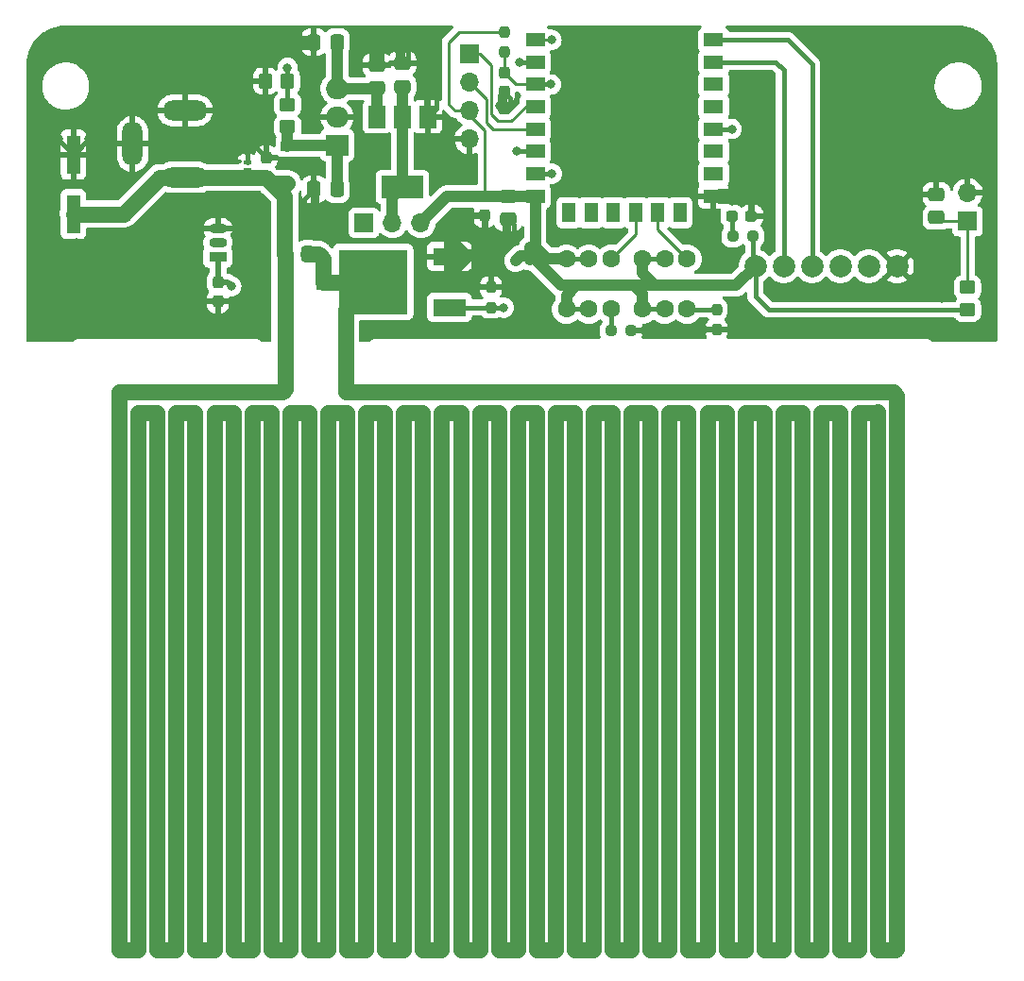
<source format=gbr>
%TF.GenerationSoftware,KiCad,Pcbnew,(6.0.0)*%
%TF.CreationDate,2022-05-15T20:33:26+08:00*%
%TF.ProjectId,Solder-Reflow-Plate-ESP32,536f6c64-6572-42d5-9265-666c6f772d50,rev?*%
%TF.SameCoordinates,Original*%
%TF.FileFunction,Copper,L1,Top*%
%TF.FilePolarity,Positive*%
%FSLAX46Y46*%
G04 Gerber Fmt 4.6, Leading zero omitted, Abs format (unit mm)*
G04 Created by KiCad (PCBNEW (6.0.0)) date 2022-05-15 20:33:26*
%MOMM*%
%LPD*%
G01*
G04 APERTURE LIST*
G04 Aperture macros list*
%AMRoundRect*
0 Rectangle with rounded corners*
0 $1 Rounding radius*
0 $2 $3 $4 $5 $6 $7 $8 $9 X,Y pos of 4 corners*
0 Add a 4 corners polygon primitive as box body*
4,1,4,$2,$3,$4,$5,$6,$7,$8,$9,$2,$3,0*
0 Add four circle primitives for the rounded corners*
1,1,$1+$1,$2,$3*
1,1,$1+$1,$4,$5*
1,1,$1+$1,$6,$7*
1,1,$1+$1,$8,$9*
0 Add four rect primitives between the rounded corners*
20,1,$1+$1,$2,$3,$4,$5,0*
20,1,$1+$1,$4,$5,$6,$7,0*
20,1,$1+$1,$6,$7,$8,$9,0*
20,1,$1+$1,$8,$9,$2,$3,0*%
G04 Aperture macros list end*
%TA.AperFunction,SMDPad,CuDef*%
%ADD10RoundRect,0.250000X-0.450000X0.350000X-0.450000X-0.350000X0.450000X-0.350000X0.450000X0.350000X0*%
%TD*%
%TA.AperFunction,ComponentPad*%
%ADD11R,1.700000X1.700000*%
%TD*%
%TA.AperFunction,ComponentPad*%
%ADD12O,1.700000X1.700000*%
%TD*%
%TA.AperFunction,SMDPad,CuDef*%
%ADD13RoundRect,0.250000X0.475000X-0.337500X0.475000X0.337500X-0.475000X0.337500X-0.475000X-0.337500X0*%
%TD*%
%TA.AperFunction,SMDPad,CuDef*%
%ADD14RoundRect,0.237500X-0.237500X0.300000X-0.237500X-0.300000X0.237500X-0.300000X0.237500X0.300000X0*%
%TD*%
%TA.AperFunction,ComponentPad*%
%ADD15O,4.200000X1.800000*%
%TD*%
%TA.AperFunction,ComponentPad*%
%ADD16O,4.000000X1.800000*%
%TD*%
%TA.AperFunction,ComponentPad*%
%ADD17O,1.800000X4.000000*%
%TD*%
%TA.AperFunction,SMDPad,CuDef*%
%ADD18RoundRect,0.237500X0.287500X0.237500X-0.287500X0.237500X-0.287500X-0.237500X0.287500X-0.237500X0*%
%TD*%
%TA.AperFunction,SMDPad,CuDef*%
%ADD19R,1.200000X3.500000*%
%TD*%
%TA.AperFunction,SMDPad,CuDef*%
%ADD20R,0.700000X0.400000*%
%TD*%
%TA.AperFunction,SMDPad,CuDef*%
%ADD21RoundRect,0.250000X0.450000X-0.350000X0.450000X0.350000X-0.450000X0.350000X-0.450000X-0.350000X0*%
%TD*%
%TA.AperFunction,ComponentPad*%
%ADD22R,1.600000X0.900000*%
%TD*%
%TA.AperFunction,ComponentPad*%
%ADD23O,1.600000X0.900000*%
%TD*%
%TA.AperFunction,SMDPad,CuDef*%
%ADD24R,1.500000X2.000000*%
%TD*%
%TA.AperFunction,SMDPad,CuDef*%
%ADD25R,3.800000X2.000000*%
%TD*%
%TA.AperFunction,SMDPad,CuDef*%
%ADD26RoundRect,0.237500X0.250000X0.237500X-0.250000X0.237500X-0.250000X-0.237500X0.250000X-0.237500X0*%
%TD*%
%TA.AperFunction,ComponentPad*%
%ADD27R,2.000000X1.905000*%
%TD*%
%TA.AperFunction,ComponentPad*%
%ADD28O,2.000000X1.905000*%
%TD*%
%TA.AperFunction,ComponentPad*%
%ADD29C,2.000000*%
%TD*%
%TA.AperFunction,SMDPad,CuDef*%
%ADD30R,1.800000X1.200000*%
%TD*%
%TA.AperFunction,SMDPad,CuDef*%
%ADD31R,1.200000X1.800000*%
%TD*%
%TA.AperFunction,SMDPad,CuDef*%
%ADD32R,1.200000X1.400000*%
%TD*%
%TA.AperFunction,SMDPad,CuDef*%
%ADD33RoundRect,0.250000X-0.475000X0.337500X-0.475000X-0.337500X0.475000X-0.337500X0.475000X0.337500X0*%
%TD*%
%TA.AperFunction,SMDPad,CuDef*%
%ADD34RoundRect,0.237500X-0.250000X-0.237500X0.250000X-0.237500X0.250000X0.237500X-0.250000X0.237500X0*%
%TD*%
%TA.AperFunction,SMDPad,CuDef*%
%ADD35RoundRect,0.237500X0.237500X-0.250000X0.237500X0.250000X-0.237500X0.250000X-0.237500X-0.250000X0*%
%TD*%
%TA.AperFunction,SMDPad,CuDef*%
%ADD36RoundRect,0.237500X0.237500X-0.300000X0.237500X0.300000X-0.237500X0.300000X-0.237500X-0.300000X0*%
%TD*%
%TA.AperFunction,ComponentPad*%
%ADD37C,1.600000*%
%TD*%
%TA.AperFunction,SMDPad,CuDef*%
%ADD38RoundRect,0.250000X0.337500X0.475000X-0.337500X0.475000X-0.337500X-0.475000X0.337500X-0.475000X0*%
%TD*%
%TA.AperFunction,SMDPad,CuDef*%
%ADD39R,3.000000X1.600000*%
%TD*%
%TA.AperFunction,SMDPad,CuDef*%
%ADD40R,6.200000X5.800000*%
%TD*%
%TA.AperFunction,SMDPad,CuDef*%
%ADD41RoundRect,0.250000X-0.337500X-0.475000X0.337500X-0.475000X0.337500X0.475000X-0.337500X0.475000X0*%
%TD*%
%TA.AperFunction,SMDPad,CuDef*%
%ADD42R,1.150000X0.950000*%
%TD*%
%TA.AperFunction,SMDPad,CuDef*%
%ADD43RoundRect,0.237500X-0.237500X0.250000X-0.237500X-0.250000X0.237500X-0.250000X0.237500X0.250000X0*%
%TD*%
%TA.AperFunction,SMDPad,CuDef*%
%ADD44RoundRect,0.250000X-0.350000X-0.450000X0.350000X-0.450000X0.350000X0.450000X-0.350000X0.450000X0*%
%TD*%
%TA.AperFunction,ViaPad*%
%ADD45C,0.800000*%
%TD*%
%TA.AperFunction,ViaPad*%
%ADD46C,1.000000*%
%TD*%
%TA.AperFunction,Conductor*%
%ADD47C,1.000000*%
%TD*%
%TA.AperFunction,Conductor*%
%ADD48C,0.500000*%
%TD*%
%TA.AperFunction,Conductor*%
%ADD49C,0.250000*%
%TD*%
%TA.AperFunction,Conductor*%
%ADD50C,0.400000*%
%TD*%
%TA.AperFunction,Conductor*%
%ADD51C,1.400000*%
%TD*%
G04 APERTURE END LIST*
D10*
%TO.P,R8,1*%
%TO.N,TempData2*%
X174850000Y-79000000D03*
%TO.P,R8,2*%
%TO.N,+3V3*%
X174850000Y-81000000D03*
%TD*%
D11*
%TO.P,J3,1,Pin_1*%
%TO.N,TempData2*%
X174850000Y-73075000D03*
D12*
%TO.P,J3,2,Pin_2*%
%TO.N,GND*%
X174850000Y-70535000D03*
%TD*%
D13*
%TO.P,C12,1*%
%TO.N,TempData2*%
X172050000Y-72737500D03*
%TO.P,C12,2*%
%TO.N,GND*%
X172050000Y-70662500D03*
%TD*%
D11*
%TO.P,J2,1,Pin_1*%
%TO.N,unconnected-(J2-Pad1)*%
X120750000Y-73200000D03*
D12*
%TO.P,J2,2,Pin_2*%
%TO.N,Net-(C11-Pad1)*%
X123290000Y-73200000D03*
%TO.P,J2,3,Pin_3*%
%TO.N,+3V3*%
X125830000Y-73200000D03*
%TD*%
D14*
%TO.P,C2,1*%
%TO.N,CHIP_PU*%
X133300000Y-59737500D03*
%TO.P,C2,2*%
%TO.N,GND*%
X133300000Y-61462500D03*
%TD*%
%TO.P,C10,1*%
%TO.N,+3V3*%
X107650000Y-78537500D03*
%TO.P,C10,2*%
%TO.N,GND*%
X107650000Y-80262500D03*
%TD*%
D15*
%TO.P,DC1,1,1*%
%TO.N,Element*%
X104712500Y-69127500D03*
D16*
%TO.P,DC1,2,2*%
%TO.N,GND*%
X104712500Y-63127500D03*
D17*
%TO.P,DC1,3,3*%
X100012500Y-66127500D03*
%TD*%
D18*
%TO.P,D4,1,K*%
%TO.N,GND*%
X155475000Y-72600000D03*
%TO.P,D4,2,A*%
%TO.N,Net-(D4-Pad2)*%
X153725000Y-72600000D03*
%TD*%
D19*
%TO.P,C4,1*%
%TO.N,Element*%
X94688383Y-72416909D03*
%TO.P,C4,2*%
%TO.N,GND*%
X94688383Y-67076909D03*
%TD*%
D20*
%TO.P,D1,1,1*%
%TO.N,Element*%
X110300000Y-68450000D03*
%TO.P,D1,2,2*%
%TO.N,GND*%
X110300000Y-67750000D03*
%TD*%
D21*
%TO.P,R4,1*%
%TO.N,VCC*%
X113900000Y-64600000D03*
%TO.P,R4,2*%
%TO.N,VccDiv*%
X113900000Y-62600000D03*
%TD*%
D22*
%TO.P,U3,1,VDD*%
%TO.N,+3V3*%
X107650000Y-76270000D03*
D23*
%TO.P,U3,2,VOUT*%
%TO.N,TempData*%
X107650000Y-75000000D03*
%TO.P,U3,3,GND*%
%TO.N,GND*%
X107650000Y-73730000D03*
%TD*%
D24*
%TO.P,U2,1,GND*%
%TO.N,GND*%
X126488383Y-63696909D03*
%TO.P,U2,2,VO*%
%TO.N,Net-(C11-Pad1)*%
X124188383Y-63696909D03*
D25*
X124188383Y-69996909D03*
D24*
%TO.P,U2,3,VI*%
%TO.N,+5V*%
X121888383Y-63696909D03*
%TD*%
D26*
%TO.P,R3,1*%
%TO.N,GND*%
X144712500Y-82900000D03*
%TO.P,R3,2*%
%TO.N,DNSW*%
X142887500Y-82900000D03*
%TD*%
D27*
%TO.P,U1,1,VI*%
%TO.N,VCC*%
X118345000Y-66240000D03*
D28*
%TO.P,U1,2,GND*%
%TO.N,GND*%
X118345000Y-63700000D03*
%TO.P,U1,3,VO*%
%TO.N,+5V*%
X118345000Y-61160000D03*
%TD*%
D29*
%TO.P,CN1,1,1*%
%TO.N,+3V3*%
X155820000Y-77100000D03*
%TO.P,CN1,2,2*%
%TO.N,RXD*%
X158360000Y-77100000D03*
%TO.P,CN1,3,3*%
%TO.N,TXD*%
X160900000Y-77100000D03*
%TO.P,CN1,4,4*%
%TO.N,CHIP_PU*%
X163440000Y-77100000D03*
%TO.P,CN1,5,5*%
%TO.N,GPIO9*%
X165980000Y-77100000D03*
%TO.P,CN1,6,6*%
%TO.N,GND*%
X168520000Y-77100000D03*
%TD*%
D30*
%TO.P,L1,1,IO0*%
%TO.N,TempData2*%
X136088383Y-56796909D03*
%TO.P,L1,2,IO1*%
%TO.N,VccDiv*%
X136088383Y-58796909D03*
%TO.P,L1,3,EN*%
%TO.N,CHIP_PU*%
X136088383Y-60796909D03*
%TO.P,L1,4,IO2*%
%TO.N,SDAOLED*%
X136088383Y-62796909D03*
%TO.P,L1,5,IO3*%
%TO.N,SCKOLED*%
X136088383Y-64796909D03*
%TO.P,L1,6,IO4*%
%TO.N,TempData*%
X136088383Y-66796909D03*
%TO.P,L1,7,IO5*%
%TO.N,Gate*%
X136088383Y-68796909D03*
%TO.P,L1,8,VCC*%
%TO.N,+3V3*%
X136088383Y-70796909D03*
D31*
%TO.P,L1,9,NC*%
%TO.N,unconnected-(L1-Pad9)*%
X139088383Y-72296909D03*
%TO.P,L1,10,NC*%
%TO.N,unconnected-(L1-Pad10)*%
X141088383Y-72296909D03*
%TO.P,L1,11,NC*%
%TO.N,unconnected-(L1-Pad11)*%
X143088383Y-72296909D03*
%TO.P,L1,12,IO6*%
%TO.N,DNSW*%
X145088383Y-72296909D03*
%TO.P,L1,13,IO7*%
%TO.N,UPSW*%
X147088383Y-72296909D03*
%TO.P,L1,14,NC*%
%TO.N,unconnected-(L1-Pad14)*%
X149088383Y-72296909D03*
D30*
%TO.P,L1,15,GND*%
%TO.N,GND*%
X152088383Y-70796909D03*
%TO.P,L1,16,IO8*%
%TO.N,unconnected-(L1-Pad16)*%
X152088383Y-68796909D03*
%TO.P,L1,17,IO10*%
%TO.N,unconnected-(L1-Pad17)*%
X152088383Y-66796909D03*
%TO.P,L1,18,IO9*%
%TO.N,GPIO9*%
X152088383Y-64796909D03*
%TO.P,L1,19,IO18*%
%TO.N,unconnected-(L1-Pad19)*%
X152088383Y-62796909D03*
%TO.P,L1,20,IO19*%
%TO.N,unconnected-(L1-Pad20)*%
X152088383Y-60796909D03*
%TO.P,L1,21,RX*%
%TO.N,RXD*%
X152088383Y-58796909D03*
%TO.P,L1,22,TX*%
%TO.N,TXD*%
X152088383Y-56796909D03*
%TD*%
D32*
%TO.P,D3,1,A*%
%TO.N,Element*%
X117050000Y-78510000D03*
%TO.P,D3,2,K*%
X113650000Y-78510000D03*
%TD*%
D33*
%TO.P,C1,1*%
%TO.N,+3V3*%
X133680000Y-70812500D03*
%TO.P,C1,2*%
%TO.N,GND*%
X133680000Y-72887500D03*
%TD*%
D34*
%TO.P,R7,1*%
%TO.N,Net-(D4-Pad2)*%
X153787500Y-74400000D03*
%TO.P,R7,2*%
%TO.N,+3V3*%
X155612500Y-74400000D03*
%TD*%
D35*
%TO.P,R1,1*%
%TO.N,CHIP_PU*%
X133300000Y-57912500D03*
%TO.P,R1,2*%
%TO.N,+3V3*%
X133300000Y-56087500D03*
%TD*%
D36*
%TO.P,C5,1*%
%TO.N,Element*%
X112000000Y-69062500D03*
%TO.P,C5,2*%
%TO.N,GND*%
X112000000Y-67337500D03*
%TD*%
D37*
%TO.P,SW1,1,1*%
%TO.N,+3V3*%
X145700000Y-80950000D03*
%TO.P,SW1,2,2*%
X147700000Y-80950000D03*
%TO.P,SW1,3,3*%
%TO.N,UPSW*%
X149700000Y-80950000D03*
%TO.P,SW1,4,4*%
%TO.N,+3V3*%
X145700000Y-76450000D03*
%TO.P,SW1,5,5*%
X147700000Y-76450000D03*
%TO.P,SW1,6,6*%
%TO.N,UPSW*%
X149700000Y-76450000D03*
%TD*%
%TO.P,SW2,1,1*%
%TO.N,+3V3*%
X138900000Y-80950000D03*
%TO.P,SW2,2,2*%
X140900000Y-80950000D03*
%TO.P,SW2,3,3*%
%TO.N,DNSW*%
X142900000Y-80950000D03*
%TO.P,SW2,4,4*%
%TO.N,+3V3*%
X138900000Y-76450000D03*
%TO.P,SW2,5,5*%
X140900000Y-76450000D03*
%TO.P,SW2,6,6*%
%TO.N,DNSW*%
X142900000Y-76450000D03*
%TD*%
D38*
%TO.P,C6,1*%
%TO.N,VCC*%
X118337500Y-70200000D03*
%TO.P,C6,2*%
%TO.N,GND*%
X116262500Y-70200000D03*
%TD*%
D39*
%TO.P,Q1,1,G*%
%TO.N,Gate*%
X128400000Y-80800000D03*
D40*
%TO.P,Q1,2,D*%
%TO.N,Element*%
X121560000Y-78510000D03*
D39*
%TO.P,Q1,3,S*%
%TO.N,GND*%
X128400000Y-76220000D03*
%TD*%
D13*
%TO.P,C8,1*%
%TO.N,+5V*%
X121888383Y-61137500D03*
%TO.P,C8,2*%
%TO.N,GND*%
X121888383Y-59062500D03*
%TD*%
D41*
%TO.P,C9,1*%
%TO.N,Element*%
X113642500Y-76000000D03*
%TO.P,C9,2*%
X115717500Y-76000000D03*
%TD*%
D13*
%TO.P,C11,1*%
%TO.N,Net-(C11-Pad1)*%
X124188383Y-60984409D03*
%TO.P,C11,2*%
%TO.N,GND*%
X124188383Y-58909409D03*
%TD*%
D35*
%TO.P,R2,1*%
%TO.N,GND*%
X152350000Y-82782500D03*
%TO.P,R2,2*%
%TO.N,UPSW*%
X152350000Y-80957500D03*
%TD*%
D42*
%TO.P,D2,1,C*%
%TO.N,VCC*%
X113900000Y-66310000D03*
%TO.P,D2,2,A*%
%TO.N,Element*%
X113900000Y-69690000D03*
%TD*%
D14*
%TO.P,C3,1*%
%TO.N,+3V3*%
X131570000Y-70837500D03*
%TO.P,C3,2*%
%TO.N,GND*%
X131570000Y-72562500D03*
%TD*%
D43*
%TO.P,R6,1*%
%TO.N,GND*%
X132130000Y-78977500D03*
%TO.P,R6,2*%
%TO.N,Gate*%
X132130000Y-80802500D03*
%TD*%
D11*
%TO.P,J1,1,Pin_1*%
%TO.N,SDAOLED*%
X130225000Y-58060000D03*
D12*
%TO.P,J1,2,Pin_2*%
%TO.N,SCKOLED*%
X130225000Y-60600000D03*
%TO.P,J1,3,Pin_3*%
%TO.N,+3V3*%
X130225000Y-63140000D03*
%TO.P,J1,4,Pin_4*%
%TO.N,GND*%
X130225000Y-65680000D03*
%TD*%
D44*
%TO.P,R5,1*%
%TO.N,GND*%
X111900000Y-60500000D03*
%TO.P,R5,2*%
%TO.N,VccDiv*%
X113900000Y-60500000D03*
%TD*%
D38*
%TO.P,C7,1*%
%TO.N,+5V*%
X118337500Y-57000000D03*
%TO.P,C7,2*%
%TO.N,GND*%
X116262500Y-57000000D03*
%TD*%
D45*
%TO.N,GND*%
X95000000Y-80010000D03*
X100000000Y-79980000D03*
X94990000Y-76970000D03*
X100000000Y-76930000D03*
X105000000Y-76910000D03*
X110000000Y-76900000D03*
%TO.N,+3V3*%
X134350000Y-76600000D03*
X108850000Y-78900000D03*
%TO.N,TempData2*%
X137550000Y-56800000D03*
%TO.N,GND*%
X172500000Y-80000000D03*
X130900000Y-78900000D03*
X162500000Y-82500000D03*
X162500000Y-57500000D03*
X105000000Y-72500000D03*
X95000000Y-82500000D03*
X135000000Y-82500000D03*
D46*
X128400000Y-77900000D03*
D45*
X147500000Y-60000000D03*
X167500000Y-57500000D03*
X115400000Y-71700000D03*
X130000000Y-82500000D03*
X105000000Y-75000000D03*
X165000000Y-57500000D03*
X142500000Y-62500000D03*
X127200000Y-61900000D03*
X155000000Y-62500000D03*
X162500000Y-72500000D03*
X162500000Y-70000000D03*
X172300000Y-82800000D03*
X172500000Y-65000000D03*
X112000000Y-66000000D03*
X167500000Y-75000000D03*
X114900000Y-57500000D03*
X105000000Y-82500000D03*
X172500000Y-77500000D03*
X172500000Y-75000000D03*
X165000000Y-70000000D03*
X114900000Y-56600000D03*
X100000000Y-62500000D03*
X175000000Y-65000000D03*
X132950000Y-62700000D03*
X100000000Y-57500000D03*
X110300000Y-66800000D03*
X100000000Y-75000000D03*
X155500000Y-71300000D03*
X122300000Y-57700000D03*
X165000000Y-65000000D03*
X142500000Y-67500000D03*
X165000000Y-62500000D03*
X110000000Y-82500000D03*
X142500000Y-57500000D03*
X130300000Y-72600000D03*
X153700000Y-71300000D03*
X156800000Y-72600000D03*
X100000000Y-82500000D03*
X105000000Y-57500000D03*
X147500000Y-62500000D03*
X147500000Y-70000000D03*
D46*
X130900000Y-76100000D03*
D45*
X167500000Y-67500000D03*
X123800000Y-57600000D03*
X116500000Y-71700000D03*
X142500000Y-65000000D03*
X162500000Y-75000000D03*
X100000000Y-60000000D03*
D46*
X128400000Y-74600000D03*
D45*
X105000000Y-60000000D03*
X155000000Y-67500000D03*
X147500000Y-67500000D03*
X142500000Y-60000000D03*
X155000000Y-70000000D03*
X132200000Y-77700000D03*
X167500000Y-70000000D03*
X142500000Y-70000000D03*
X157500000Y-82500000D03*
X147500000Y-65000000D03*
X147500000Y-57500000D03*
X167500000Y-65000000D03*
X110400000Y-60500000D03*
X111900000Y-59000000D03*
X151200000Y-82800000D03*
X121400000Y-57700000D03*
X133850000Y-62700000D03*
X93400000Y-65700000D03*
X167500000Y-82500000D03*
X165000000Y-75000000D03*
X173300000Y-82800000D03*
X162500000Y-62500000D03*
X95000000Y-75000000D03*
X165000000Y-72500000D03*
X124700000Y-57600000D03*
X167500000Y-72500000D03*
X175000000Y-67500000D03*
X111000000Y-66000000D03*
X153700000Y-70300000D03*
X167500000Y-60000000D03*
X110000000Y-80000000D03*
X105000000Y-80000000D03*
X131600000Y-73900000D03*
X110000000Y-72500000D03*
X145900000Y-82900000D03*
X127500000Y-82500000D03*
X126300000Y-61900000D03*
X96100000Y-65700000D03*
X133300000Y-74300000D03*
X134200000Y-74300000D03*
X137500000Y-82500000D03*
%TO.N,CHIP_PU*%
X137500000Y-60800000D03*
%TO.N,GPIO9*%
X153700000Y-64800000D03*
%TO.N,Gate*%
X133280000Y-80810000D03*
X137600000Y-68800000D03*
%TO.N,VccDiv*%
X134650000Y-58800000D03*
X113900000Y-59300000D03*
%TO.N,TempData*%
X134470000Y-66800000D03*
%TD*%
D47*
%TO.N,+3V3*%
X134781617Y-76168383D02*
X134350000Y-76600000D01*
X135618383Y-76168383D02*
X134781617Y-76168383D01*
D48*
X108487500Y-78537500D02*
X108850000Y-78900000D01*
X107650000Y-78537500D02*
X108487500Y-78537500D01*
D47*
X135618383Y-76168383D02*
X135618383Y-76488383D01*
X135618383Y-75388383D02*
X135618383Y-76168383D01*
D49*
%TO.N,TempData2*%
X172387500Y-73075000D02*
X174850000Y-73075000D01*
X172050000Y-72737500D02*
X172387500Y-73075000D01*
D48*
%TO.N,+3V3*%
X107650000Y-78537500D02*
X107650000Y-76270000D01*
D49*
%TO.N,TempData2*%
X137546909Y-56796909D02*
X137550000Y-56800000D01*
X136088383Y-56796909D02*
X137546909Y-56796909D01*
X174850000Y-79000000D02*
X174850000Y-73075000D01*
D50*
%TO.N,+3V3*%
X157000000Y-81000000D02*
X174850000Y-81000000D01*
%TO.N,VccDiv*%
X134653091Y-58796909D02*
X136088383Y-58796909D01*
X134650000Y-58800000D02*
X134653091Y-58796909D01*
D49*
%TO.N,+3V3*%
X130225000Y-63555000D02*
X130225000Y-63140000D01*
X131570000Y-64900000D02*
X130225000Y-63555000D01*
D47*
X133680000Y-70812500D02*
X136072792Y-70812500D01*
D50*
X155612500Y-76892500D02*
X155820000Y-77100000D01*
D49*
X131570000Y-70837500D02*
X131570000Y-64900000D01*
D50*
X140900000Y-80950000D02*
X138900000Y-80950000D01*
D47*
X133655000Y-70837500D02*
X133680000Y-70812500D01*
X125830000Y-73200000D02*
X128192500Y-70837500D01*
D49*
X128350000Y-57000000D02*
X129262500Y-56087500D01*
D50*
X147700000Y-76450000D02*
X145700000Y-76450000D01*
X155612500Y-74400000D02*
X155612500Y-76892500D01*
D47*
X138400000Y-78800000D02*
X139800000Y-78800000D01*
X136072792Y-70812500D02*
X136088383Y-70796909D01*
X138900000Y-80950000D02*
X138900000Y-79700000D01*
D50*
X155820000Y-79820000D02*
X155820000Y-77100000D01*
X140900000Y-76450000D02*
X138900000Y-76450000D01*
D47*
X136088383Y-76488383D02*
X138400000Y-78800000D01*
X145700000Y-76450000D02*
X145700000Y-77700000D01*
D49*
X129262500Y-56087500D02*
X133300000Y-56087500D01*
D47*
X138900000Y-79700000D02*
X139800000Y-78800000D01*
D50*
X157000000Y-81000000D02*
X155820000Y-79820000D01*
D47*
X131570000Y-70837500D02*
X133655000Y-70837500D01*
D49*
X130225000Y-63775718D02*
X130225000Y-63140000D01*
D47*
X154120000Y-78800000D02*
X155820000Y-77100000D01*
X146800000Y-78800000D02*
X154120000Y-78800000D01*
X139800000Y-78800000D02*
X144900000Y-78800000D01*
X138900000Y-76450000D02*
X137150000Y-76450000D01*
D50*
X147700000Y-80950000D02*
X145700000Y-80950000D01*
D47*
X145700000Y-80950000D02*
X145700000Y-79600000D01*
X144900000Y-78800000D02*
X146800000Y-78800000D01*
X137150000Y-76450000D02*
X136088383Y-75388383D01*
D49*
X128890000Y-63140000D02*
X128350000Y-62600000D01*
D47*
X145700000Y-77700000D02*
X146800000Y-78800000D01*
X145700000Y-79600000D02*
X144900000Y-78800000D01*
X128192500Y-70837500D02*
X131570000Y-70837500D01*
D49*
X130225000Y-63140000D02*
X128890000Y-63140000D01*
D47*
X136088383Y-70796909D02*
X136088383Y-75388383D01*
D49*
X128350000Y-62600000D02*
X128350000Y-57000000D01*
D50*
%TO.N,GND*%
X132950000Y-62700000D02*
X132950000Y-61812500D01*
D47*
X130900000Y-76100000D02*
X128520000Y-76100000D01*
D50*
X131600000Y-73900000D02*
X131600000Y-72592500D01*
D47*
X130900000Y-76100000D02*
X129900000Y-76100000D01*
D50*
X116500000Y-70437500D02*
X116262500Y-70200000D01*
X111000000Y-66000000D02*
X111000000Y-66337500D01*
X126300000Y-63508526D02*
X126488383Y-63696909D01*
X152591474Y-71300000D02*
X152088383Y-70796909D01*
X133850000Y-62700000D02*
X133850000Y-62012500D01*
X124700000Y-58397792D02*
X124188383Y-58909409D01*
X155500000Y-71300000D02*
X155500000Y-72575000D01*
X115862500Y-56600000D02*
X116262500Y-57000000D01*
X121400000Y-58574117D02*
X121888383Y-59062500D01*
X115400000Y-71700000D02*
X115400000Y-71062500D01*
X111900000Y-59000000D02*
X111900000Y-60500000D01*
X134200000Y-74300000D02*
X134200000Y-73407500D01*
D47*
X129900000Y-76100000D02*
X128400000Y-74600000D01*
X128400000Y-74600000D02*
X128400000Y-76220000D01*
D50*
X130300000Y-72600000D02*
X131532500Y-72600000D01*
X93400000Y-65788526D02*
X94688383Y-67076909D01*
X116500000Y-71700000D02*
X116500000Y-70437500D01*
X114900000Y-56600000D02*
X115862500Y-56600000D01*
X121400000Y-57700000D02*
X121400000Y-58574117D01*
X134200000Y-73407500D02*
X133680000Y-72887500D01*
X112000000Y-66000000D02*
X112000000Y-67337500D01*
X132950000Y-61812500D02*
X133300000Y-61462500D01*
X151200000Y-82800000D02*
X152332500Y-82800000D01*
D47*
X130200000Y-76100000D02*
X128400000Y-77900000D01*
D50*
X127200000Y-61900000D02*
X127200000Y-62985292D01*
X111000000Y-66337500D02*
X112000000Y-67337500D01*
X96100000Y-65700000D02*
X96065292Y-65700000D01*
D47*
X128520000Y-76100000D02*
X128400000Y-76220000D01*
D50*
X153700000Y-70300000D02*
X152585292Y-70300000D01*
X115400000Y-71062500D02*
X116262500Y-70200000D01*
X93400000Y-65700000D02*
X93400000Y-65788526D01*
X133300000Y-73267500D02*
X133680000Y-72887500D01*
D47*
X128400000Y-77900000D02*
X128400000Y-77600000D01*
D50*
X145900000Y-82900000D02*
X144712500Y-82900000D01*
X114900000Y-57500000D02*
X115762500Y-57500000D01*
X122300000Y-57700000D02*
X122300000Y-58650883D01*
X152332500Y-82800000D02*
X152350000Y-82782500D01*
D47*
X128400000Y-77900000D02*
X128400000Y-76220000D01*
D50*
X155500000Y-72575000D02*
X155475000Y-72600000D01*
X127200000Y-62985292D02*
X126488383Y-63696909D01*
X133850000Y-62012500D02*
X133300000Y-61462500D01*
X131532500Y-72600000D02*
X131570000Y-72562500D01*
X110300000Y-66800000D02*
X110300000Y-67750000D01*
X96065292Y-65700000D02*
X94688383Y-67076909D01*
X123800000Y-58521026D02*
X124188383Y-58909409D01*
D47*
X128400000Y-77600000D02*
X129900000Y-76100000D01*
D50*
X122300000Y-58650883D02*
X121888383Y-59062500D01*
X131600000Y-72592500D02*
X131570000Y-72562500D01*
X133300000Y-74300000D02*
X133300000Y-73267500D01*
X152585292Y-70300000D02*
X152088383Y-70796909D01*
X153700000Y-71300000D02*
X152591474Y-71300000D01*
X124700000Y-57600000D02*
X124700000Y-58397792D01*
X126300000Y-61900000D02*
X126300000Y-63508526D01*
X110400000Y-60500000D02*
X111900000Y-60500000D01*
X123800000Y-57600000D02*
X123800000Y-58521026D01*
D47*
X130900000Y-76100000D02*
X130200000Y-76100000D01*
D50*
X156800000Y-72600000D02*
X155475000Y-72600000D01*
X115762500Y-57500000D02*
X116262500Y-57000000D01*
D49*
%TO.N,CHIP_PU*%
X134359409Y-60796909D02*
X134503091Y-60796909D01*
X134503091Y-60796909D02*
X136088383Y-60796909D01*
X133300000Y-59737500D02*
X134359409Y-60796909D01*
D50*
X137500000Y-60800000D02*
X136091474Y-60800000D01*
D49*
X133300000Y-59737500D02*
X133300000Y-57912500D01*
D50*
X136091474Y-60800000D02*
X136088383Y-60796909D01*
D51*
%TO.N,Element*%
X119100000Y-80970000D02*
X121560000Y-78510000D01*
X102472500Y-69127500D02*
X99183091Y-72416909D01*
X98800000Y-88400000D02*
X98800000Y-138400000D01*
X113650000Y-88150000D02*
X113400000Y-88400000D01*
X117500000Y-90200000D02*
X119200000Y-90200000D01*
X160000000Y-138400000D02*
X161700000Y-138400000D01*
X100500000Y-138400000D02*
X100500000Y-90200000D01*
X102200000Y-90200000D02*
X102200000Y-138400000D01*
X166769775Y-90200000D02*
X166800000Y-90169775D01*
X131100000Y-90200000D02*
X132800000Y-90200000D01*
X137900000Y-138400000D02*
X137900000Y-90200000D01*
X107300000Y-90200000D02*
X109000000Y-90200000D01*
X149800000Y-90200000D02*
X149800000Y-138400000D01*
X141300000Y-90200000D02*
X143000000Y-90200000D01*
X120900000Y-90200000D02*
X122600000Y-90200000D01*
X166800000Y-138369775D02*
X168422179Y-138369775D01*
X151500000Y-138400000D02*
X151500000Y-90200000D01*
X119200000Y-90200000D02*
X119200000Y-138400000D01*
X134500000Y-90200000D02*
X136200000Y-90200000D01*
X114100000Y-138400000D02*
X114100000Y-90200000D01*
X143000000Y-90200000D02*
X143000000Y-138400000D01*
X102200000Y-138400000D02*
X103900000Y-138400000D01*
X165100000Y-90200000D02*
X166769775Y-90200000D01*
X117050000Y-78510000D02*
X121560000Y-78510000D01*
X110700000Y-90200000D02*
X112400000Y-90200000D01*
X109000000Y-90200000D02*
X109000000Y-138400000D01*
X153200000Y-90200000D02*
X153200000Y-138400000D01*
X143000000Y-138400000D02*
X144700000Y-138400000D01*
X134500000Y-138400000D02*
X134500000Y-90200000D01*
X103900000Y-90200000D02*
X105600000Y-90200000D01*
X103900000Y-138400000D02*
X103900000Y-90200000D01*
X112400000Y-138400000D02*
X114100000Y-138400000D01*
X117050000Y-76410000D02*
X117050000Y-78510000D01*
X161700000Y-138400000D02*
X161700000Y-90200000D01*
X154900000Y-90200000D02*
X156600000Y-90200000D01*
X117500000Y-138400000D02*
X117500000Y-90200000D01*
X156600000Y-90200000D02*
X156600000Y-138400000D01*
X124300000Y-138400000D02*
X124300000Y-90200000D01*
X104712500Y-69127500D02*
X111935000Y-69127500D01*
X99183091Y-72416909D02*
X94688383Y-72416909D01*
X166800000Y-90169775D02*
X166800000Y-138369775D01*
X100500000Y-90200000D02*
X102200000Y-90200000D01*
X107300000Y-138400000D02*
X107300000Y-90200000D01*
X126000000Y-90200000D02*
X126000000Y-138400000D01*
X137900000Y-90200000D02*
X139600000Y-90200000D01*
X141300000Y-138400000D02*
X141300000Y-90200000D01*
X151500000Y-90200000D02*
X153200000Y-90200000D01*
X127700000Y-138400000D02*
X127700000Y-90200000D01*
X126000000Y-138400000D02*
X127700000Y-138400000D01*
X168200000Y-88400000D02*
X119100000Y-88400000D01*
X110700000Y-138400000D02*
X110700000Y-90200000D01*
X109000000Y-138400000D02*
X110700000Y-138400000D01*
X113642500Y-70835000D02*
X112497500Y-69690000D01*
X156600000Y-138400000D02*
X158300000Y-138400000D01*
X119200000Y-138400000D02*
X120900000Y-138400000D01*
X168500000Y-88700000D02*
X168300000Y-88500000D01*
X115800000Y-138400000D02*
X117500000Y-138400000D01*
X153200000Y-138400000D02*
X154900000Y-138400000D01*
X160000000Y-90200000D02*
X160000000Y-138400000D01*
X113642500Y-76000000D02*
X113642500Y-70835000D01*
X113400000Y-88400000D02*
X98800000Y-88400000D01*
X105600000Y-90200000D02*
X105600000Y-138400000D01*
X112497500Y-69690000D02*
X111935000Y-69127500D01*
X129400000Y-90200000D02*
X129400000Y-138400000D01*
X112400000Y-90200000D02*
X112400000Y-138400000D01*
X116640000Y-76000000D02*
X117050000Y-76410000D01*
X127700000Y-90200000D02*
X129400000Y-90200000D01*
X146400000Y-90200000D02*
X146400000Y-138400000D01*
X105600000Y-138400000D02*
X107300000Y-138400000D01*
X131100000Y-138400000D02*
X131100000Y-90200000D01*
X163400000Y-90200000D02*
X163400000Y-138400000D01*
X165100000Y-138400000D02*
X165100000Y-90200000D01*
X132800000Y-90200000D02*
X132800000Y-138400000D01*
X122600000Y-138400000D02*
X124300000Y-138400000D01*
X113900000Y-69690000D02*
X112497500Y-69690000D01*
X168500000Y-138291954D02*
X168500000Y-88700000D01*
X129400000Y-138400000D02*
X131100000Y-138400000D01*
X139600000Y-90200000D02*
X139600000Y-138400000D01*
X158300000Y-138400000D02*
X158300000Y-90200000D01*
X144700000Y-90200000D02*
X146400000Y-90200000D01*
X104712500Y-69127500D02*
X102472500Y-69127500D01*
X148100000Y-90200000D02*
X149800000Y-90200000D01*
X136200000Y-90200000D02*
X136200000Y-138400000D01*
X115717500Y-76000000D02*
X116640000Y-76000000D01*
X148100000Y-138400000D02*
X148100000Y-90200000D01*
X146400000Y-138400000D02*
X148100000Y-138400000D01*
X163400000Y-138400000D02*
X165100000Y-138400000D01*
X144700000Y-138400000D02*
X144700000Y-90200000D01*
X149800000Y-138400000D02*
X151500000Y-138400000D01*
X115800000Y-90200000D02*
X115800000Y-138400000D01*
X113650000Y-78510000D02*
X113650000Y-76007500D01*
X119100000Y-88100000D02*
X119100000Y-80970000D01*
X98800000Y-138400000D02*
X100500000Y-138400000D01*
X154900000Y-138400000D02*
X154900000Y-90200000D01*
X136200000Y-138400000D02*
X137900000Y-138400000D01*
X120900000Y-138400000D02*
X120900000Y-90200000D01*
X124300000Y-90200000D02*
X126000000Y-90200000D01*
X122600000Y-90200000D02*
X122600000Y-138400000D01*
X161700000Y-90200000D02*
X163400000Y-90200000D01*
X139600000Y-138400000D02*
X141300000Y-138400000D01*
X114100000Y-90200000D02*
X115800000Y-90200000D01*
X132800000Y-138400000D02*
X134500000Y-138400000D01*
X113650000Y-76007500D02*
X113642500Y-76000000D01*
X158300000Y-90200000D02*
X160000000Y-90200000D01*
X168422179Y-138369775D02*
X168500000Y-138291954D01*
X113650000Y-78510000D02*
X113650000Y-88150000D01*
D47*
%TO.N,VCC*%
X118345000Y-70192500D02*
X118337500Y-70200000D01*
X118345000Y-66240000D02*
X113970000Y-66240000D01*
X118345000Y-66240000D02*
X118345000Y-70192500D01*
X113900000Y-66310000D02*
X113900000Y-64600000D01*
X113970000Y-66240000D02*
X113900000Y-66310000D01*
%TO.N,+5V*%
X118345000Y-61160000D02*
X121865883Y-61160000D01*
X118345000Y-57007500D02*
X118337500Y-57000000D01*
X121888383Y-61137500D02*
X121888383Y-63696909D01*
X121865883Y-61160000D02*
X121888383Y-61137500D01*
X118345000Y-61160000D02*
X118345000Y-57007500D01*
D50*
%TO.N,RXD*%
X157656909Y-58796909D02*
X158360000Y-59500000D01*
X152088383Y-58796909D02*
X157656909Y-58796909D01*
X158360000Y-59500000D02*
X158360000Y-77100000D01*
%TO.N,TXD*%
X158736909Y-56796909D02*
X160900000Y-58960000D01*
X152088383Y-56796909D02*
X158736909Y-56796909D01*
X160900000Y-58960000D02*
X160900000Y-77100000D01*
%TO.N,GPIO9*%
X153700000Y-64800000D02*
X152091474Y-64800000D01*
X152091474Y-64800000D02*
X152088383Y-64796909D01*
%TO.N,Net-(D4-Pad2)*%
X153725000Y-72600000D02*
X153725000Y-74337500D01*
X153725000Y-74337500D02*
X153787500Y-74400000D01*
D49*
%TO.N,SDAOLED*%
X133950000Y-64100000D02*
X132750000Y-64100000D01*
X132150000Y-59100000D02*
X131110000Y-58060000D01*
X136088383Y-62796909D02*
X135253091Y-62796909D01*
X131110000Y-58060000D02*
X130225000Y-58060000D01*
X132750000Y-64100000D02*
X132150000Y-63500000D01*
X135253091Y-62796909D02*
X133950000Y-64100000D01*
X132150000Y-63500000D02*
X132150000Y-59100000D01*
%TO.N,SCKOLED*%
X131700480Y-64200000D02*
X131700480Y-62075480D01*
X131700480Y-64200000D02*
X132297389Y-64796909D01*
X132297389Y-64796909D02*
X136088383Y-64796909D01*
X131700480Y-62075480D02*
X130225000Y-60600000D01*
D47*
%TO.N,Net-(C11-Pad1)*%
X124188383Y-63696909D02*
X124188383Y-60984409D01*
X123290000Y-70895292D02*
X124188383Y-69996909D01*
X123290000Y-73200000D02*
X123290000Y-70895292D01*
X124188383Y-69996909D02*
X124188383Y-63696909D01*
D50*
%TO.N,UPSW*%
X152350000Y-80957500D02*
X149707500Y-80957500D01*
D49*
X147088383Y-72296909D02*
X147088383Y-73838383D01*
D50*
X149707500Y-80957500D02*
X149700000Y-80950000D01*
D49*
X147088383Y-73838383D02*
X149700000Y-76450000D01*
D50*
%TO.N,DNSW*%
X142887500Y-80962500D02*
X142900000Y-80950000D01*
D49*
X142900000Y-76450000D02*
X145100000Y-74250000D01*
X145100000Y-74000000D02*
X145088383Y-73988383D01*
D50*
X142887500Y-82900000D02*
X142887500Y-80962500D01*
D49*
X145088383Y-73988383D02*
X145088383Y-72296909D01*
X145100000Y-74250000D02*
X145100000Y-74000000D01*
D50*
%TO.N,Gate*%
X128400000Y-80800000D02*
X132127500Y-80800000D01*
X132137500Y-80810000D02*
X132130000Y-80802500D01*
X133280000Y-80810000D02*
X132137500Y-80810000D01*
X137600000Y-68800000D02*
X136091474Y-68800000D01*
X136091474Y-68800000D02*
X136088383Y-68796909D01*
X132127500Y-80800000D02*
X132130000Y-80802500D01*
%TO.N,VccDiv*%
X113900000Y-62600000D02*
X113900000Y-60500000D01*
%TO.N,TempData*%
X134470000Y-66800000D02*
X136085292Y-66800000D01*
%TO.N,VccDiv*%
X113900000Y-59300000D02*
X113900000Y-60500000D01*
%TO.N,TempData*%
X136085292Y-66800000D02*
X136088383Y-66796909D01*
%TD*%
%TA.AperFunction,Conductor*%
%TO.N,GND*%
G36*
X128710026Y-55528002D02*
G01*
X128756519Y-55581658D01*
X128766623Y-55651932D01*
X128737129Y-55716512D01*
X128731000Y-55723095D01*
X127957747Y-56496348D01*
X127949461Y-56503888D01*
X127942982Y-56508000D01*
X127937557Y-56513777D01*
X127896357Y-56557651D01*
X127893602Y-56560493D01*
X127873865Y-56580230D01*
X127871385Y-56583427D01*
X127863682Y-56592447D01*
X127833414Y-56624679D01*
X127829595Y-56631625D01*
X127829593Y-56631628D01*
X127823652Y-56642434D01*
X127812801Y-56658953D01*
X127800386Y-56674959D01*
X127797241Y-56682228D01*
X127797238Y-56682232D01*
X127782826Y-56715537D01*
X127777609Y-56726187D01*
X127756305Y-56764940D01*
X127754334Y-56772615D01*
X127754334Y-56772616D01*
X127751267Y-56784562D01*
X127744863Y-56803266D01*
X127742294Y-56809204D01*
X127736819Y-56821855D01*
X127735580Y-56829678D01*
X127735577Y-56829688D01*
X127729901Y-56865524D01*
X127727495Y-56877144D01*
X127716500Y-56919970D01*
X127716500Y-56940224D01*
X127714949Y-56959934D01*
X127711780Y-56979943D01*
X127712526Y-56987835D01*
X127715941Y-57023961D01*
X127716500Y-57035819D01*
X127716500Y-62168462D01*
X127696498Y-62236583D01*
X127642842Y-62283076D01*
X127572568Y-62293180D01*
X127514935Y-62269289D01*
X127492027Y-62252120D01*
X127476437Y-62243585D01*
X127355989Y-62198431D01*
X127340734Y-62194804D01*
X127289869Y-62189278D01*
X127283055Y-62188909D01*
X126760498Y-62188909D01*
X126745259Y-62193384D01*
X126744054Y-62194774D01*
X126742383Y-62202457D01*
X126742383Y-63424794D01*
X126746858Y-63440033D01*
X126748248Y-63441238D01*
X126755931Y-63442909D01*
X127728267Y-63442909D01*
X127743506Y-63438434D01*
X127744711Y-63437044D01*
X127746382Y-63429361D01*
X127746382Y-63196476D01*
X127766384Y-63128355D01*
X127820040Y-63081862D01*
X127890314Y-63071758D01*
X127954894Y-63101252D01*
X127961477Y-63107381D01*
X128386343Y-63532247D01*
X128393887Y-63540537D01*
X128398000Y-63547018D01*
X128403777Y-63552443D01*
X128447667Y-63593658D01*
X128450509Y-63596413D01*
X128470230Y-63616134D01*
X128473425Y-63618612D01*
X128482447Y-63626318D01*
X128514679Y-63656586D01*
X128521628Y-63660406D01*
X128532432Y-63666346D01*
X128548956Y-63677199D01*
X128564959Y-63689613D01*
X128605543Y-63707176D01*
X128616173Y-63712383D01*
X128654940Y-63733695D01*
X128662617Y-63735666D01*
X128662622Y-63735668D01*
X128674558Y-63738732D01*
X128693266Y-63745137D01*
X128711855Y-63753181D01*
X128719683Y-63754421D01*
X128719690Y-63754423D01*
X128755524Y-63760099D01*
X128767144Y-63762505D01*
X128802246Y-63771517D01*
X128809970Y-63773500D01*
X128830224Y-63773500D01*
X128849934Y-63775051D01*
X128869943Y-63778220D01*
X128877835Y-63777474D01*
X128913961Y-63774059D01*
X128925819Y-63773500D01*
X128949274Y-63773500D01*
X129017395Y-63793502D01*
X129056707Y-63833665D01*
X129124987Y-63945088D01*
X129271250Y-64113938D01*
X129443126Y-64256632D01*
X129463905Y-64268774D01*
X129516955Y-64299774D01*
X129565679Y-64351412D01*
X129578750Y-64421195D01*
X129552019Y-64486967D01*
X129511562Y-64520327D01*
X129503457Y-64524546D01*
X129494738Y-64530036D01*
X129324433Y-64657905D01*
X129316726Y-64664748D01*
X129169590Y-64818717D01*
X129163104Y-64826727D01*
X129043098Y-65002649D01*
X129038000Y-65011623D01*
X128948338Y-65204783D01*
X128944775Y-65214470D01*
X128889389Y-65414183D01*
X128890912Y-65422607D01*
X128903292Y-65426000D01*
X130353000Y-65426000D01*
X130421121Y-65446002D01*
X130467614Y-65499658D01*
X130479000Y-65552000D01*
X130479000Y-66998517D01*
X130483064Y-67012359D01*
X130496478Y-67014393D01*
X130503184Y-67013534D01*
X130513262Y-67011392D01*
X130717255Y-66950191D01*
X130726842Y-66946433D01*
X130755067Y-66932606D01*
X130825041Y-66920599D01*
X130890399Y-66948329D01*
X130930388Y-67006992D01*
X130936500Y-67045757D01*
X130936500Y-69703000D01*
X130916498Y-69771121D01*
X130862842Y-69817614D01*
X130810500Y-69829000D01*
X128254350Y-69829000D01*
X128240742Y-69828263D01*
X128209237Y-69824840D01*
X128209233Y-69824840D01*
X128203112Y-69824175D01*
X128196973Y-69824712D01*
X128196969Y-69824712D01*
X128153089Y-69828551D01*
X128148252Y-69828881D01*
X128145814Y-69829000D01*
X128142731Y-69829000D01*
X128139674Y-69829300D01*
X128139669Y-69829300D01*
X128100080Y-69833182D01*
X128098765Y-69833304D01*
X128012223Y-69840875D01*
X128012221Y-69840875D01*
X128006087Y-69841412D01*
X128000963Y-69842901D01*
X127995667Y-69843420D01*
X127906672Y-69870289D01*
X127905585Y-69870611D01*
X127816164Y-69896591D01*
X127811432Y-69899044D01*
X127806331Y-69900584D01*
X127800888Y-69903478D01*
X127724240Y-69944231D01*
X127723074Y-69944843D01*
X127696512Y-69958612D01*
X127640574Y-69987608D01*
X127636411Y-69990931D01*
X127631704Y-69993434D01*
X127626929Y-69997328D01*
X127626928Y-69997329D01*
X127559602Y-70052239D01*
X127558575Y-70053067D01*
X127522292Y-70082031D01*
X127522287Y-70082036D01*
X127519528Y-70084238D01*
X127517027Y-70086739D01*
X127516309Y-70087381D01*
X127511961Y-70091094D01*
X127507848Y-70094449D01*
X127478438Y-70118435D01*
X127474515Y-70123177D01*
X127474513Y-70123179D01*
X127449203Y-70153773D01*
X127441213Y-70162553D01*
X126811978Y-70791788D01*
X126749666Y-70825814D01*
X126678851Y-70820749D01*
X126622015Y-70778202D01*
X126597204Y-70711682D01*
X126596883Y-70702693D01*
X126596883Y-68948775D01*
X126590128Y-68886593D01*
X126538998Y-68750204D01*
X126451644Y-68633648D01*
X126335088Y-68546294D01*
X126198699Y-68495164D01*
X126136517Y-68488409D01*
X125322883Y-68488409D01*
X125254762Y-68468407D01*
X125208269Y-68414751D01*
X125196883Y-68362409D01*
X125196883Y-65947966D01*
X128893257Y-65947966D01*
X128923565Y-66082446D01*
X128926645Y-66092275D01*
X129006770Y-66289603D01*
X129011413Y-66298794D01*
X129122694Y-66480388D01*
X129128777Y-66488699D01*
X129268213Y-66649667D01*
X129275580Y-66656883D01*
X129439434Y-66792916D01*
X129447881Y-66798831D01*
X129631756Y-66906279D01*
X129641042Y-66910729D01*
X129840001Y-66986703D01*
X129849899Y-66989579D01*
X129953250Y-67010606D01*
X129967299Y-67009410D01*
X129971000Y-66999065D01*
X129971000Y-65952115D01*
X129966525Y-65936876D01*
X129965135Y-65935671D01*
X129957452Y-65934000D01*
X128908225Y-65934000D01*
X128894694Y-65937973D01*
X128893257Y-65947966D01*
X125196883Y-65947966D01*
X125196883Y-65201711D01*
X125216885Y-65133590D01*
X125247315Y-65100888D01*
X125263238Y-65088954D01*
X125329742Y-65064108D01*
X125399124Y-65079161D01*
X125414365Y-65088956D01*
X125484735Y-65141695D01*
X125500329Y-65150233D01*
X125620777Y-65195387D01*
X125636032Y-65199014D01*
X125686897Y-65204540D01*
X125693711Y-65204909D01*
X126216268Y-65204909D01*
X126231507Y-65200434D01*
X126232712Y-65199044D01*
X126234383Y-65191361D01*
X126234383Y-65186793D01*
X126742383Y-65186793D01*
X126746858Y-65202032D01*
X126748248Y-65203237D01*
X126755931Y-65204908D01*
X127283052Y-65204908D01*
X127289873Y-65204538D01*
X127340735Y-65199014D01*
X127355987Y-65195388D01*
X127476437Y-65150233D01*
X127492032Y-65141695D01*
X127594107Y-65065194D01*
X127606668Y-65052633D01*
X127683169Y-64950558D01*
X127691707Y-64934963D01*
X127736861Y-64814515D01*
X127740488Y-64799260D01*
X127746014Y-64748395D01*
X127746383Y-64741581D01*
X127746383Y-63969024D01*
X127741908Y-63953785D01*
X127740518Y-63952580D01*
X127732835Y-63950909D01*
X126760498Y-63950909D01*
X126745259Y-63955384D01*
X126744054Y-63956774D01*
X126742383Y-63964457D01*
X126742383Y-65186793D01*
X126234383Y-65186793D01*
X126234383Y-62207025D01*
X126229908Y-62191786D01*
X126228518Y-62190581D01*
X126220835Y-62188910D01*
X125693714Y-62188910D01*
X125686893Y-62189280D01*
X125636031Y-62194804D01*
X125620779Y-62198430D01*
X125500329Y-62243585D01*
X125484735Y-62252123D01*
X125414365Y-62304862D01*
X125347859Y-62329710D01*
X125278476Y-62314657D01*
X125263244Y-62304869D01*
X125247316Y-62292932D01*
X125204803Y-62236074D01*
X125196883Y-62192107D01*
X125196883Y-61913259D01*
X125216885Y-61845138D01*
X125233709Y-61824242D01*
X125257516Y-61800393D01*
X125262688Y-61795212D01*
X125266529Y-61788981D01*
X125351658Y-61650877D01*
X125351659Y-61650875D01*
X125355498Y-61644647D01*
X125389248Y-61542894D01*
X125409015Y-61483298D01*
X125409015Y-61483296D01*
X125411180Y-61476770D01*
X125421883Y-61372309D01*
X125421883Y-60596509D01*
X125418502Y-60563923D01*
X125411621Y-60497601D01*
X125411620Y-60497597D01*
X125410909Y-60490743D01*
X125354933Y-60322963D01*
X125261861Y-60172561D01*
X125253527Y-60164241D01*
X125141869Y-60052778D01*
X125136686Y-60047604D01*
X125132148Y-60044807D01*
X125091559Y-59987556D01*
X125088329Y-59916633D01*
X125123955Y-59855222D01*
X125132451Y-59847847D01*
X125142590Y-59839811D01*
X125257122Y-59725080D01*
X125266134Y-59713669D01*
X125351199Y-59575666D01*
X125357346Y-59562485D01*
X125408521Y-59408199D01*
X125411388Y-59394823D01*
X125421055Y-59300469D01*
X125421383Y-59294055D01*
X125421383Y-59181524D01*
X125416908Y-59166285D01*
X125415518Y-59165080D01*
X125407835Y-59163409D01*
X123179498Y-59163409D01*
X123164259Y-59167884D01*
X123163054Y-59169274D01*
X123161383Y-59176957D01*
X123161383Y-59190500D01*
X123141381Y-59258621D01*
X123087725Y-59305114D01*
X123035383Y-59316500D01*
X120673499Y-59316500D01*
X120658260Y-59320975D01*
X120657055Y-59322365D01*
X120655384Y-59330048D01*
X120655384Y-59447095D01*
X120655721Y-59453614D01*
X120665640Y-59549206D01*
X120668532Y-59562600D01*
X120719971Y-59716784D01*
X120726144Y-59729962D01*
X120811446Y-59867807D01*
X120820482Y-59879208D01*
X120877700Y-59936327D01*
X120911779Y-59998610D01*
X120906776Y-60069430D01*
X120864278Y-60126303D01*
X120797780Y-60151171D01*
X120788682Y-60151500D01*
X119502488Y-60151500D01*
X119434367Y-60131498D01*
X119415436Y-60116593D01*
X119392448Y-60094625D01*
X119357019Y-60033101D01*
X119353500Y-60003532D01*
X119353500Y-58790385D01*
X120655383Y-58790385D01*
X120659858Y-58805624D01*
X120661248Y-58806829D01*
X120668931Y-58808500D01*
X121616268Y-58808500D01*
X121631507Y-58804025D01*
X121632712Y-58802635D01*
X121634383Y-58794952D01*
X121634383Y-58790385D01*
X122142383Y-58790385D01*
X122146858Y-58805624D01*
X122148248Y-58806829D01*
X122155931Y-58808500D01*
X122897268Y-58808500D01*
X122912507Y-58804025D01*
X122913712Y-58802635D01*
X122915383Y-58794952D01*
X122915383Y-58781409D01*
X122935385Y-58713288D01*
X122989041Y-58666795D01*
X123041383Y-58655409D01*
X123916268Y-58655409D01*
X123931507Y-58650934D01*
X123932712Y-58649544D01*
X123934383Y-58641861D01*
X123934383Y-58637294D01*
X124442383Y-58637294D01*
X124446858Y-58652533D01*
X124448248Y-58653738D01*
X124455931Y-58655409D01*
X125403267Y-58655409D01*
X125418506Y-58650934D01*
X125419711Y-58649544D01*
X125421382Y-58641861D01*
X125421382Y-58524814D01*
X125421045Y-58518295D01*
X125411126Y-58422703D01*
X125408234Y-58409309D01*
X125356795Y-58255125D01*
X125350622Y-58241947D01*
X125265320Y-58104102D01*
X125256284Y-58092701D01*
X125141554Y-57978170D01*
X125130143Y-57969158D01*
X124992140Y-57884093D01*
X124978959Y-57877946D01*
X124824673Y-57826771D01*
X124811297Y-57823904D01*
X124716945Y-57814237D01*
X124710528Y-57813909D01*
X124460498Y-57813909D01*
X124445259Y-57818384D01*
X124444054Y-57819774D01*
X124442383Y-57827457D01*
X124442383Y-58637294D01*
X123934383Y-58637294D01*
X123934383Y-57832025D01*
X123929908Y-57816786D01*
X123928518Y-57815581D01*
X123920835Y-57813910D01*
X123666288Y-57813910D01*
X123659769Y-57814247D01*
X123564177Y-57824166D01*
X123550783Y-57827058D01*
X123396599Y-57878497D01*
X123383421Y-57884670D01*
X123245576Y-57969972D01*
X123234175Y-57979008D01*
X123119644Y-58093738D01*
X123110632Y-58105149D01*
X123081734Y-58152030D01*
X123028961Y-58199524D01*
X122958890Y-58210947D01*
X122893766Y-58182673D01*
X122885456Y-58175087D01*
X122841554Y-58131261D01*
X122830143Y-58122249D01*
X122692140Y-58037184D01*
X122678959Y-58031037D01*
X122524673Y-57979862D01*
X122511297Y-57976995D01*
X122416945Y-57967328D01*
X122410528Y-57967000D01*
X122160498Y-57967000D01*
X122145259Y-57971475D01*
X122144054Y-57972865D01*
X122142383Y-57980548D01*
X122142383Y-58790385D01*
X121634383Y-58790385D01*
X121634383Y-57985116D01*
X121629908Y-57969877D01*
X121628518Y-57968672D01*
X121620835Y-57967001D01*
X121366288Y-57967001D01*
X121359769Y-57967338D01*
X121264177Y-57977257D01*
X121250783Y-57980149D01*
X121096599Y-58031588D01*
X121083421Y-58037761D01*
X120945576Y-58123063D01*
X120934175Y-58132099D01*
X120819644Y-58246829D01*
X120810632Y-58258240D01*
X120725567Y-58396243D01*
X120719420Y-58409424D01*
X120668245Y-58563710D01*
X120665378Y-58577086D01*
X120655711Y-58671438D01*
X120655383Y-58677855D01*
X120655383Y-58790385D01*
X119353500Y-58790385D01*
X119353500Y-57852862D01*
X119364938Y-57801270D01*
X119367115Y-57797738D01*
X119380813Y-57756441D01*
X119420632Y-57636389D01*
X119420632Y-57636387D01*
X119422797Y-57629861D01*
X119424198Y-57616194D01*
X119432986Y-57530414D01*
X119433500Y-57525400D01*
X119433500Y-56474600D01*
X119426990Y-56411854D01*
X119423238Y-56375692D01*
X119423237Y-56375688D01*
X119422526Y-56368834D01*
X119366550Y-56201054D01*
X119273478Y-56050652D01*
X119148303Y-55925695D01*
X119139601Y-55920331D01*
X119003968Y-55836725D01*
X119003966Y-55836724D01*
X118997738Y-55832885D01*
X118872043Y-55791194D01*
X118836389Y-55779368D01*
X118836387Y-55779368D01*
X118829861Y-55777203D01*
X118823025Y-55776503D01*
X118823022Y-55776502D01*
X118776396Y-55771725D01*
X118725400Y-55766500D01*
X117949600Y-55766500D01*
X117946354Y-55766837D01*
X117946350Y-55766837D01*
X117850692Y-55776762D01*
X117850688Y-55776763D01*
X117843834Y-55777474D01*
X117837298Y-55779655D01*
X117837296Y-55779655D01*
X117802710Y-55791194D01*
X117676054Y-55833450D01*
X117525652Y-55926522D01*
X117400695Y-56051697D01*
X117397898Y-56056235D01*
X117340647Y-56096824D01*
X117269724Y-56100054D01*
X117208313Y-56064428D01*
X117200938Y-56055932D01*
X117192902Y-56045793D01*
X117078171Y-55931261D01*
X117066760Y-55922249D01*
X116928757Y-55837184D01*
X116915576Y-55831037D01*
X116761290Y-55779862D01*
X116747914Y-55776995D01*
X116653562Y-55767328D01*
X116647145Y-55767000D01*
X116534615Y-55767000D01*
X116519376Y-55771475D01*
X116518171Y-55772865D01*
X116516500Y-55780548D01*
X116516500Y-58214884D01*
X116520975Y-58230123D01*
X116522365Y-58231328D01*
X116530048Y-58232999D01*
X116647095Y-58232999D01*
X116653614Y-58232662D01*
X116749206Y-58222743D01*
X116762600Y-58219851D01*
X116916784Y-58168412D01*
X116929962Y-58162239D01*
X117067807Y-58076937D01*
X117079208Y-58067901D01*
X117121327Y-58025709D01*
X117183610Y-57991630D01*
X117254430Y-57996633D01*
X117311303Y-58039131D01*
X117336171Y-58105629D01*
X117336500Y-58114727D01*
X117336500Y-60003325D01*
X117316498Y-60071446D01*
X117295300Y-60096518D01*
X117237871Y-60148775D01*
X117225330Y-60160186D01*
X117222131Y-60164237D01*
X117222127Y-60164241D01*
X117079633Y-60344670D01*
X117079630Y-60344675D01*
X117076432Y-60348724D01*
X117073939Y-60353240D01*
X117073937Y-60353243D01*
X116974468Y-60533431D01*
X116960326Y-60559050D01*
X116958602Y-60563919D01*
X116958600Y-60563923D01*
X116889705Y-60758475D01*
X116880130Y-60785515D01*
X116879223Y-60790608D01*
X116879222Y-60790611D01*
X116841281Y-61003614D01*
X116837999Y-61022037D01*
X116837936Y-61027201D01*
X116835191Y-61251908D01*
X116835064Y-61262263D01*
X116871404Y-61499744D01*
X116901672Y-61592349D01*
X116944434Y-61723183D01*
X116944437Y-61723189D01*
X116946042Y-61728101D01*
X116948429Y-61732687D01*
X116948431Y-61732691D01*
X117040771Y-61910072D01*
X117056975Y-61941200D01*
X117060085Y-61945342D01*
X117191699Y-62120635D01*
X117201223Y-62133320D01*
X117204961Y-62136892D01*
X117357934Y-62283076D01*
X117374912Y-62299301D01*
X117412351Y-62324840D01*
X117457352Y-62379751D01*
X117465523Y-62450275D01*
X117434269Y-62514022D01*
X117409790Y-62534716D01*
X117407674Y-62536085D01*
X117399502Y-62542378D01*
X117229520Y-62697050D01*
X117222494Y-62704583D01*
X117080055Y-62884944D01*
X117074350Y-62893531D01*
X116963286Y-63094722D01*
X116959056Y-63104134D01*
X116882341Y-63320768D01*
X116879707Y-63330739D01*
X116862353Y-63428163D01*
X116863813Y-63441460D01*
X116878370Y-63446000D01*
X119813096Y-63446000D01*
X119826440Y-63442082D01*
X119828427Y-63427806D01*
X119818890Y-63365485D01*
X119816501Y-63355457D01*
X119745102Y-63137012D01*
X119741105Y-63127503D01*
X119634989Y-62923656D01*
X119629495Y-62914931D01*
X119491507Y-62731148D01*
X119484664Y-62723441D01*
X119318509Y-62564661D01*
X119310502Y-62558177D01*
X119277644Y-62535763D01*
X119232641Y-62480852D01*
X119224468Y-62410328D01*
X119255722Y-62346580D01*
X119280204Y-62325884D01*
X119282635Y-62324311D01*
X119286977Y-62321502D01*
X119290795Y-62318028D01*
X119290804Y-62318021D01*
X119419072Y-62201306D01*
X119482917Y-62170254D01*
X119503871Y-62168500D01*
X120647003Y-62168500D01*
X120715124Y-62188502D01*
X120761617Y-62242158D01*
X120771721Y-62312432D01*
X120747829Y-62370065D01*
X120687768Y-62450204D01*
X120636638Y-62586593D01*
X120629883Y-62648775D01*
X120629883Y-64745043D01*
X120636638Y-64807225D01*
X120687768Y-64943614D01*
X120775122Y-65060170D01*
X120891678Y-65147524D01*
X121028067Y-65198654D01*
X121090249Y-65205409D01*
X122686517Y-65205409D01*
X122748699Y-65198654D01*
X122885088Y-65147524D01*
X122962820Y-65089267D01*
X123029324Y-65064420D01*
X123098706Y-65079473D01*
X123113941Y-65089263D01*
X123129451Y-65100887D01*
X123171964Y-65157746D01*
X123179883Y-65201711D01*
X123179883Y-68362409D01*
X123159881Y-68430530D01*
X123106225Y-68477023D01*
X123053883Y-68488409D01*
X122240249Y-68488409D01*
X122178067Y-68495164D01*
X122041678Y-68546294D01*
X121925122Y-68633648D01*
X121837768Y-68750204D01*
X121786638Y-68886593D01*
X121779883Y-68948775D01*
X121779883Y-71045043D01*
X121786638Y-71107225D01*
X121837768Y-71243614D01*
X121925122Y-71360170D01*
X122041678Y-71447524D01*
X122050086Y-71450676D01*
X122170674Y-71495883D01*
X122170678Y-71495884D01*
X122178067Y-71498654D01*
X122185001Y-71499407D01*
X122246293Y-71534422D01*
X122279113Y-71597378D01*
X122281500Y-71621787D01*
X122281500Y-72035144D01*
X122261498Y-72103265D01*
X122207842Y-72149758D01*
X122137568Y-72159862D01*
X122072988Y-72130368D01*
X122050946Y-72103047D01*
X122050615Y-72103295D01*
X121991746Y-72024747D01*
X121963261Y-71986739D01*
X121846705Y-71899385D01*
X121710316Y-71848255D01*
X121648134Y-71841500D01*
X119851866Y-71841500D01*
X119789684Y-71848255D01*
X119653295Y-71899385D01*
X119536739Y-71986739D01*
X119449385Y-72103295D01*
X119398255Y-72239684D01*
X119391500Y-72301866D01*
X119391500Y-74098134D01*
X119398255Y-74160316D01*
X119449385Y-74296705D01*
X119536739Y-74413261D01*
X119653295Y-74500615D01*
X119789684Y-74551745D01*
X119851866Y-74558500D01*
X121648134Y-74558500D01*
X121710316Y-74551745D01*
X121846705Y-74500615D01*
X121963261Y-74413261D01*
X122050615Y-74296705D01*
X122060972Y-74269077D01*
X122094598Y-74179382D01*
X122137240Y-74122618D01*
X122203802Y-74097918D01*
X122273150Y-74113126D01*
X122307817Y-74141114D01*
X122336250Y-74173938D01*
X122508126Y-74316632D01*
X122701000Y-74429338D01*
X122909692Y-74509030D01*
X122914760Y-74510061D01*
X122914763Y-74510062D01*
X122978307Y-74522990D01*
X123128597Y-74553567D01*
X123133772Y-74553757D01*
X123133774Y-74553757D01*
X123346673Y-74561564D01*
X123346677Y-74561564D01*
X123351837Y-74561753D01*
X123356957Y-74561097D01*
X123356959Y-74561097D01*
X123568288Y-74534025D01*
X123568289Y-74534025D01*
X123573416Y-74533368D01*
X123578366Y-74531883D01*
X123782429Y-74470661D01*
X123782434Y-74470659D01*
X123787384Y-74469174D01*
X123987994Y-74370896D01*
X124169860Y-74241173D01*
X124175698Y-74235356D01*
X124293518Y-74117946D01*
X124328096Y-74083489D01*
X124337831Y-74069942D01*
X124458453Y-73902077D01*
X124459776Y-73903028D01*
X124506645Y-73859857D01*
X124576580Y-73847625D01*
X124642026Y-73875144D01*
X124669875Y-73906994D01*
X124684189Y-73930353D01*
X124729987Y-74005088D01*
X124876250Y-74173938D01*
X125048126Y-74316632D01*
X125241000Y-74429338D01*
X125449692Y-74509030D01*
X125454760Y-74510061D01*
X125454763Y-74510062D01*
X125518307Y-74522990D01*
X125668597Y-74553567D01*
X125673772Y-74553757D01*
X125673774Y-74553757D01*
X125886673Y-74561564D01*
X125886677Y-74561564D01*
X125891837Y-74561753D01*
X125896957Y-74561097D01*
X125896959Y-74561097D01*
X126108288Y-74534025D01*
X126108289Y-74534025D01*
X126113416Y-74533368D01*
X126118366Y-74531883D01*
X126322429Y-74470661D01*
X126322434Y-74470659D01*
X126327384Y-74469174D01*
X126527994Y-74370896D01*
X126709860Y-74241173D01*
X126715698Y-74235356D01*
X126833518Y-74117946D01*
X126868096Y-74083489D01*
X126877831Y-74069942D01*
X126995435Y-73906277D01*
X126998453Y-73902077D01*
X127002405Y-73894082D01*
X127095136Y-73706453D01*
X127095137Y-73706451D01*
X127097430Y-73701811D01*
X127153599Y-73516939D01*
X127160865Y-73493023D01*
X127160865Y-73493021D01*
X127162370Y-73488069D01*
X127186232Y-73306824D01*
X127214955Y-73241897D01*
X127222059Y-73234176D01*
X127547469Y-72908766D01*
X130587000Y-72908766D01*
X130587337Y-72915282D01*
X130597075Y-73009132D01*
X130599968Y-73022528D01*
X130650488Y-73173953D01*
X130656653Y-73187115D01*
X130740426Y-73322492D01*
X130749460Y-73333890D01*
X130862129Y-73446363D01*
X130873540Y-73455375D01*
X131009063Y-73538912D01*
X131022241Y-73545056D01*
X131173766Y-73595315D01*
X131187132Y-73598181D01*
X131279770Y-73607672D01*
X131286185Y-73608000D01*
X131297885Y-73608000D01*
X131313124Y-73603525D01*
X131314329Y-73602135D01*
X131316000Y-73594452D01*
X131316000Y-72834615D01*
X131311525Y-72819376D01*
X131310135Y-72818171D01*
X131302452Y-72816500D01*
X130605115Y-72816500D01*
X130589876Y-72820975D01*
X130588671Y-72822365D01*
X130587000Y-72830048D01*
X130587000Y-72908766D01*
X127547469Y-72908766D01*
X128573330Y-71882905D01*
X128635642Y-71848879D01*
X128662425Y-71846000D01*
X130510640Y-71846000D01*
X130578761Y-71866002D01*
X130625254Y-71919658D01*
X130635358Y-71989932D01*
X130630233Y-72011667D01*
X130599685Y-72103766D01*
X130596819Y-72117132D01*
X130587328Y-72209770D01*
X130587000Y-72216185D01*
X130587000Y-72290385D01*
X130591475Y-72305624D01*
X130592865Y-72306829D01*
X130600548Y-72308500D01*
X131698000Y-72308500D01*
X131766121Y-72328502D01*
X131812614Y-72382158D01*
X131824000Y-72434500D01*
X131824000Y-73589885D01*
X131828475Y-73605124D01*
X131829865Y-73606329D01*
X131837548Y-73608000D01*
X131853766Y-73608000D01*
X131860282Y-73607663D01*
X131954132Y-73597925D01*
X131967528Y-73595032D01*
X132118953Y-73544512D01*
X132132115Y-73538347D01*
X132267492Y-73454574D01*
X132278890Y-73445540D01*
X132285100Y-73439319D01*
X132347383Y-73405239D01*
X132418203Y-73410242D01*
X132475076Y-73452739D01*
X132493798Y-73488460D01*
X132511588Y-73541784D01*
X132517761Y-73554962D01*
X132603063Y-73692807D01*
X132612099Y-73704208D01*
X132726829Y-73818739D01*
X132738240Y-73827751D01*
X132876243Y-73912816D01*
X132889424Y-73918963D01*
X133043710Y-73970138D01*
X133057086Y-73973005D01*
X133151438Y-73982672D01*
X133157854Y-73983000D01*
X133407885Y-73983000D01*
X133423124Y-73978525D01*
X133424329Y-73977135D01*
X133426000Y-73969452D01*
X133426000Y-72759500D01*
X133446002Y-72691379D01*
X133499658Y-72644886D01*
X133552000Y-72633500D01*
X133808000Y-72633500D01*
X133876121Y-72653502D01*
X133922614Y-72707158D01*
X133934000Y-72759500D01*
X133934000Y-73964884D01*
X133938475Y-73980123D01*
X133939865Y-73981328D01*
X133947548Y-73982999D01*
X134202095Y-73982999D01*
X134208614Y-73982662D01*
X134304206Y-73972743D01*
X134317600Y-73969851D01*
X134471784Y-73918412D01*
X134484962Y-73912239D01*
X134622807Y-73826937D01*
X134634208Y-73817901D01*
X134748739Y-73703171D01*
X134757751Y-73691760D01*
X134846623Y-73547582D01*
X134899395Y-73500089D01*
X134969467Y-73488665D01*
X135034590Y-73516939D01*
X135074090Y-73575933D01*
X135079883Y-73613698D01*
X135079883Y-74466877D01*
X135059881Y-74534998D01*
X135032839Y-74565069D01*
X134909358Y-74664351D01*
X134782229Y-74815857D01*
X134779262Y-74821255D01*
X134779258Y-74821260D01*
X134723961Y-74921847D01*
X134686950Y-74989170D01*
X134685089Y-74995037D01*
X134685088Y-74995039D01*
X134683244Y-75000852D01*
X134652909Y-75096480D01*
X134613247Y-75155362D01*
X134569229Y-75178999D01*
X134495831Y-75201159D01*
X134494650Y-75201509D01*
X134411203Y-75225753D01*
X134411199Y-75225755D01*
X134405281Y-75227474D01*
X134400549Y-75229927D01*
X134395448Y-75231467D01*
X134390005Y-75234361D01*
X134313357Y-75275114D01*
X134312191Y-75275726D01*
X134237643Y-75314369D01*
X134229691Y-75318491D01*
X134225528Y-75321814D01*
X134220821Y-75324317D01*
X134216047Y-75328211D01*
X134216045Y-75328212D01*
X134148785Y-75383068D01*
X134147759Y-75383896D01*
X134121829Y-75404596D01*
X134108645Y-75415121D01*
X134106150Y-75417616D01*
X134105431Y-75418259D01*
X134101076Y-75421979D01*
X134078192Y-75440643D01*
X134067555Y-75449318D01*
X134063632Y-75454060D01*
X134063630Y-75454062D01*
X134038320Y-75484656D01*
X134030330Y-75493436D01*
X133601691Y-75922075D01*
X133599738Y-75924452D01*
X133599734Y-75924457D01*
X133590044Y-75936254D01*
X133507897Y-76036261D01*
X133414438Y-76210563D01*
X133356613Y-76399698D01*
X133352060Y-76444525D01*
X133349066Y-76474000D01*
X133336626Y-76596462D01*
X133355239Y-76793362D01*
X133368461Y-76837715D01*
X133409057Y-76973891D01*
X133411741Y-76982896D01*
X133503982Y-77157846D01*
X133507858Y-77162632D01*
X133507859Y-77162634D01*
X133617636Y-77298197D01*
X133628447Y-77311547D01*
X133633182Y-77315492D01*
X133681282Y-77355567D01*
X133780396Y-77438146D01*
X133954041Y-77532822D01*
X134048065Y-77562287D01*
X134136886Y-77590122D01*
X134136889Y-77590123D01*
X134142768Y-77591965D01*
X134148891Y-77592630D01*
X134148895Y-77592631D01*
X134333263Y-77612659D01*
X134333267Y-77612659D01*
X134339388Y-77613324D01*
X134536413Y-77596087D01*
X134542330Y-77594368D01*
X134542335Y-77594367D01*
X134673064Y-77556386D01*
X134726336Y-77540909D01*
X134901926Y-77449892D01*
X134906732Y-77446056D01*
X134906742Y-77446049D01*
X134987884Y-77381274D01*
X135053600Y-77354407D01*
X135126421Y-77368911D01*
X135220256Y-77419648D01*
X135220263Y-77419651D01*
X135225682Y-77422581D01*
X135414615Y-77481065D01*
X135420740Y-77481709D01*
X135420741Y-77481709D01*
X135605179Y-77501094D01*
X135605181Y-77501094D01*
X135611308Y-77501738D01*
X135617448Y-77501179D01*
X135623604Y-77501222D01*
X135623583Y-77504309D01*
X135680207Y-77515056D01*
X135711880Y-77538115D01*
X136661062Y-78487296D01*
X137643145Y-79469379D01*
X137652247Y-79479522D01*
X137675968Y-79509025D01*
X137680696Y-79512992D01*
X137714421Y-79541291D01*
X137718069Y-79544472D01*
X137719881Y-79546115D01*
X137722075Y-79548309D01*
X137755349Y-79575642D01*
X137756147Y-79576304D01*
X137827474Y-79636154D01*
X137832144Y-79638722D01*
X137836261Y-79642103D01*
X137836906Y-79642449D01*
X137880761Y-79696163D01*
X137890104Y-79733264D01*
X137890940Y-79742105D01*
X137891500Y-79753967D01*
X137891500Y-80069260D01*
X137868713Y-80141531D01*
X137762477Y-80293251D01*
X137760154Y-80298233D01*
X137760151Y-80298238D01*
X137697441Y-80432721D01*
X137665716Y-80500757D01*
X137664294Y-80506065D01*
X137664293Y-80506067D01*
X137635348Y-80614090D01*
X137606457Y-80721913D01*
X137586502Y-80950000D01*
X137606457Y-81178087D01*
X137607881Y-81183400D01*
X137607881Y-81183402D01*
X137655150Y-81359809D01*
X137665716Y-81399243D01*
X137668039Y-81404224D01*
X137668039Y-81404225D01*
X137760151Y-81601762D01*
X137760154Y-81601767D01*
X137762477Y-81606749D01*
X137829495Y-81702460D01*
X137890640Y-81789784D01*
X137893802Y-81794300D01*
X138055700Y-81956198D01*
X138060208Y-81959355D01*
X138060211Y-81959357D01*
X138099194Y-81986653D01*
X138243251Y-82087523D01*
X138248233Y-82089846D01*
X138248238Y-82089849D01*
X138445775Y-82181961D01*
X138450757Y-82184284D01*
X138456065Y-82185706D01*
X138456067Y-82185707D01*
X138666598Y-82242119D01*
X138666600Y-82242119D01*
X138671913Y-82243543D01*
X138900000Y-82263498D01*
X139128087Y-82243543D01*
X139133400Y-82242119D01*
X139133402Y-82242119D01*
X139343933Y-82185707D01*
X139343935Y-82185706D01*
X139349243Y-82184284D01*
X139354225Y-82181961D01*
X139551762Y-82089849D01*
X139551767Y-82089846D01*
X139556749Y-82087523D01*
X139700806Y-81986653D01*
X139739789Y-81959357D01*
X139739792Y-81959355D01*
X139744300Y-81956198D01*
X139810905Y-81889593D01*
X139873217Y-81855567D01*
X139944032Y-81860632D01*
X139989095Y-81889593D01*
X140055700Y-81956198D01*
X140060208Y-81959355D01*
X140060211Y-81959357D01*
X140099194Y-81986653D01*
X140243251Y-82087523D01*
X140248233Y-82089846D01*
X140248238Y-82089849D01*
X140445775Y-82181961D01*
X140450757Y-82184284D01*
X140456065Y-82185706D01*
X140456067Y-82185707D01*
X140666598Y-82242119D01*
X140666600Y-82242119D01*
X140671913Y-82243543D01*
X140900000Y-82263498D01*
X141128087Y-82243543D01*
X141133400Y-82242119D01*
X141133402Y-82242119D01*
X141343933Y-82185707D01*
X141343935Y-82185706D01*
X141349243Y-82184284D01*
X141354225Y-82181961D01*
X141551762Y-82089849D01*
X141551767Y-82089846D01*
X141556749Y-82087523D01*
X141700806Y-81986653D01*
X141739789Y-81959357D01*
X141739792Y-81959355D01*
X141744300Y-81956198D01*
X141810905Y-81889593D01*
X141873217Y-81855567D01*
X141944032Y-81860632D01*
X141989095Y-81889593D01*
X142055700Y-81956198D01*
X142060569Y-81959607D01*
X142069800Y-81966071D01*
X142114127Y-82021530D01*
X142121435Y-82092149D01*
X142086701Y-82158300D01*
X142048071Y-82196997D01*
X142044231Y-82203227D01*
X142044230Y-82203228D01*
X142019084Y-82244023D01*
X141956791Y-82345080D01*
X141902026Y-82510191D01*
X141901326Y-82517027D01*
X141901325Y-82517030D01*
X141900445Y-82525624D01*
X141891500Y-82612928D01*
X141891500Y-83187072D01*
X141891837Y-83190318D01*
X141891837Y-83190322D01*
X141901440Y-83282868D01*
X141902293Y-83291093D01*
X141938527Y-83399698D01*
X141947343Y-83426124D01*
X141949927Y-83497073D01*
X141913744Y-83558157D01*
X141850279Y-83589982D01*
X141827819Y-83592000D01*
X122253207Y-83592000D01*
X122232303Y-83590254D01*
X122221199Y-83588386D01*
X122212539Y-83586929D01*
X122206483Y-83586855D01*
X122204870Y-83586835D01*
X122204865Y-83586835D01*
X122200000Y-83586776D01*
X122195183Y-83587466D01*
X122194585Y-83587505D01*
X122186136Y-83588386D01*
X121928375Y-83605280D01*
X121928371Y-83605281D01*
X121924260Y-83605550D01*
X121920220Y-83606354D01*
X121920217Y-83606354D01*
X121657284Y-83658654D01*
X121657278Y-83658656D01*
X121653239Y-83659459D01*
X121649335Y-83660784D01*
X121649332Y-83660785D01*
X121395487Y-83746954D01*
X121391572Y-83748283D01*
X121387869Y-83750109D01*
X121387862Y-83750112D01*
X121199620Y-83842943D01*
X121143892Y-83855937D01*
X120434500Y-83855937D01*
X120366379Y-83835935D01*
X120319886Y-83782279D01*
X120308500Y-83729937D01*
X120308500Y-82044500D01*
X120328502Y-81976379D01*
X120382158Y-81929886D01*
X120434500Y-81918500D01*
X124708134Y-81918500D01*
X124770316Y-81911745D01*
X124906705Y-81860615D01*
X125023261Y-81773261D01*
X125110615Y-81656705D01*
X125113828Y-81648134D01*
X126391500Y-81648134D01*
X126398255Y-81710316D01*
X126449385Y-81846705D01*
X126536739Y-81963261D01*
X126653295Y-82050615D01*
X126789684Y-82101745D01*
X126851866Y-82108500D01*
X129948134Y-82108500D01*
X130010316Y-82101745D01*
X130146705Y-82050615D01*
X130263261Y-81963261D01*
X130350615Y-81846705D01*
X130401745Y-81710316D01*
X130408500Y-81648134D01*
X130408500Y-81634500D01*
X130428502Y-81566379D01*
X130482158Y-81519886D01*
X130534500Y-81508500D01*
X131241208Y-81508500D01*
X131309329Y-81528502D01*
X131330226Y-81545327D01*
X131421816Y-81636758D01*
X131421821Y-81636762D01*
X131426997Y-81641929D01*
X131433227Y-81645769D01*
X131433228Y-81645770D01*
X131567444Y-81728502D01*
X131575080Y-81733209D01*
X131740191Y-81787974D01*
X131747027Y-81788674D01*
X131747030Y-81788675D01*
X131798526Y-81793951D01*
X131842928Y-81798500D01*
X132417072Y-81798500D01*
X132420318Y-81798163D01*
X132420322Y-81798163D01*
X132514235Y-81788419D01*
X132514239Y-81788418D01*
X132521093Y-81787707D01*
X132527629Y-81785526D01*
X132527631Y-81785526D01*
X132660395Y-81741232D01*
X132686107Y-81732654D01*
X132810439Y-81655715D01*
X132878891Y-81636877D01*
X132927989Y-81647752D01*
X132997712Y-81678794D01*
X133091112Y-81698647D01*
X133178056Y-81717128D01*
X133178061Y-81717128D01*
X133184513Y-81718500D01*
X133375487Y-81718500D01*
X133381939Y-81717128D01*
X133381944Y-81717128D01*
X133468888Y-81698647D01*
X133562288Y-81678794D01*
X133591024Y-81666000D01*
X133730722Y-81603803D01*
X133730724Y-81603802D01*
X133736752Y-81601118D01*
X133891253Y-81488866D01*
X134019040Y-81346944D01*
X134114527Y-81181556D01*
X134173542Y-80999928D01*
X134175047Y-80985614D01*
X134192814Y-80816565D01*
X134193504Y-80810000D01*
X134184636Y-80725623D01*
X134174232Y-80626635D01*
X134174232Y-80626633D01*
X134173542Y-80620072D01*
X134114527Y-80438444D01*
X134019040Y-80273056D01*
X133995757Y-80247197D01*
X133895675Y-80136045D01*
X133895674Y-80136044D01*
X133891253Y-80131134D01*
X133771167Y-80043886D01*
X133742094Y-80022763D01*
X133742093Y-80022762D01*
X133736752Y-80018882D01*
X133730724Y-80016198D01*
X133730722Y-80016197D01*
X133568319Y-79943891D01*
X133568318Y-79943891D01*
X133562288Y-79941206D01*
X133463929Y-79920299D01*
X133381944Y-79902872D01*
X133381939Y-79902872D01*
X133375487Y-79901500D01*
X133184513Y-79901500D01*
X133178061Y-79902872D01*
X133178056Y-79902872D01*
X133045953Y-79930952D01*
X132975162Y-79925550D01*
X132918530Y-79882733D01*
X132894036Y-79816096D01*
X132909457Y-79746794D01*
X132930583Y-79718687D01*
X132951363Y-79697871D01*
X132960375Y-79686460D01*
X133043912Y-79550937D01*
X133050056Y-79537759D01*
X133100315Y-79386234D01*
X133103181Y-79372868D01*
X133112672Y-79280230D01*
X133113000Y-79273815D01*
X133113000Y-79249615D01*
X133108525Y-79234376D01*
X133107135Y-79233171D01*
X133099452Y-79231500D01*
X131165115Y-79231500D01*
X131149876Y-79235975D01*
X131148671Y-79237365D01*
X131147000Y-79245048D01*
X131147000Y-79273766D01*
X131147337Y-79280282D01*
X131157075Y-79374132D01*
X131159968Y-79387528D01*
X131210488Y-79538953D01*
X131216653Y-79552115D01*
X131300426Y-79687492D01*
X131309460Y-79698890D01*
X131411140Y-79800393D01*
X131445219Y-79862676D01*
X131440216Y-79933496D01*
X131411296Y-79978583D01*
X131394955Y-79994952D01*
X131335493Y-80054518D01*
X131273210Y-80088597D01*
X131246320Y-80091500D01*
X130534500Y-80091500D01*
X130466379Y-80071498D01*
X130419886Y-80017842D01*
X130408500Y-79965500D01*
X130408500Y-79951866D01*
X130401745Y-79889684D01*
X130350615Y-79753295D01*
X130263261Y-79636739D01*
X130146705Y-79549385D01*
X130010316Y-79498255D01*
X129948134Y-79491500D01*
X126851866Y-79491500D01*
X126789684Y-79498255D01*
X126653295Y-79549385D01*
X126536739Y-79636739D01*
X126449385Y-79753295D01*
X126398255Y-79889684D01*
X126391500Y-79951866D01*
X126391500Y-81648134D01*
X125113828Y-81648134D01*
X125161745Y-81520316D01*
X125168500Y-81458134D01*
X125168500Y-78705385D01*
X131147000Y-78705385D01*
X131151475Y-78720624D01*
X131152865Y-78721829D01*
X131160548Y-78723500D01*
X131857885Y-78723500D01*
X131873124Y-78719025D01*
X131874329Y-78717635D01*
X131876000Y-78709952D01*
X131876000Y-78705385D01*
X132384000Y-78705385D01*
X132388475Y-78720624D01*
X132389865Y-78721829D01*
X132397548Y-78723500D01*
X133094885Y-78723500D01*
X133110124Y-78719025D01*
X133111329Y-78717635D01*
X133113000Y-78709952D01*
X133113000Y-78681234D01*
X133112663Y-78674718D01*
X133102925Y-78580868D01*
X133100032Y-78567472D01*
X133049512Y-78416047D01*
X133043347Y-78402885D01*
X132959574Y-78267508D01*
X132950540Y-78256110D01*
X132837871Y-78143637D01*
X132826460Y-78134625D01*
X132690937Y-78051088D01*
X132677759Y-78044944D01*
X132526234Y-77994685D01*
X132512868Y-77991819D01*
X132420230Y-77982328D01*
X132413815Y-77982000D01*
X132402115Y-77982000D01*
X132386876Y-77986475D01*
X132385671Y-77987865D01*
X132384000Y-77995548D01*
X132384000Y-78705385D01*
X131876000Y-78705385D01*
X131876000Y-78000115D01*
X131871525Y-77984876D01*
X131870135Y-77983671D01*
X131862452Y-77982000D01*
X131846234Y-77982000D01*
X131839718Y-77982337D01*
X131745868Y-77992075D01*
X131732472Y-77994968D01*
X131581047Y-78045488D01*
X131567885Y-78051653D01*
X131432508Y-78135426D01*
X131421110Y-78144460D01*
X131308637Y-78257129D01*
X131299625Y-78268540D01*
X131216088Y-78404063D01*
X131209944Y-78417241D01*
X131159685Y-78568766D01*
X131156819Y-78582132D01*
X131147328Y-78674770D01*
X131147000Y-78681185D01*
X131147000Y-78705385D01*
X125168500Y-78705385D01*
X125168500Y-77064669D01*
X126392001Y-77064669D01*
X126392371Y-77071490D01*
X126397895Y-77122352D01*
X126401521Y-77137604D01*
X126446676Y-77258054D01*
X126455214Y-77273649D01*
X126531715Y-77375724D01*
X126544276Y-77388285D01*
X126646351Y-77464786D01*
X126661946Y-77473324D01*
X126782394Y-77518478D01*
X126797649Y-77522105D01*
X126848514Y-77527631D01*
X126855328Y-77528000D01*
X128127885Y-77528000D01*
X128143124Y-77523525D01*
X128144329Y-77522135D01*
X128146000Y-77514452D01*
X128146000Y-77509884D01*
X128654000Y-77509884D01*
X128658475Y-77525123D01*
X128659865Y-77526328D01*
X128667548Y-77527999D01*
X129944669Y-77527999D01*
X129951490Y-77527629D01*
X130002352Y-77522105D01*
X130017604Y-77518479D01*
X130138054Y-77473324D01*
X130153649Y-77464786D01*
X130255724Y-77388285D01*
X130268285Y-77375724D01*
X130344786Y-77273649D01*
X130353324Y-77258054D01*
X130398478Y-77137606D01*
X130402105Y-77122351D01*
X130407631Y-77071486D01*
X130408000Y-77064672D01*
X130408000Y-76492115D01*
X130403525Y-76476876D01*
X130402135Y-76475671D01*
X130394452Y-76474000D01*
X128672115Y-76474000D01*
X128656876Y-76478475D01*
X128655671Y-76479865D01*
X128654000Y-76487548D01*
X128654000Y-77509884D01*
X128146000Y-77509884D01*
X128146000Y-76492115D01*
X128141525Y-76476876D01*
X128140135Y-76475671D01*
X128132452Y-76474000D01*
X126410116Y-76474000D01*
X126394877Y-76478475D01*
X126393672Y-76479865D01*
X126392001Y-76487548D01*
X126392001Y-77064669D01*
X125168500Y-77064669D01*
X125168500Y-75947885D01*
X126392000Y-75947885D01*
X126396475Y-75963124D01*
X126397865Y-75964329D01*
X126405548Y-75966000D01*
X128127885Y-75966000D01*
X128143124Y-75961525D01*
X128144329Y-75960135D01*
X128146000Y-75952452D01*
X128146000Y-75947885D01*
X128654000Y-75947885D01*
X128658475Y-75963124D01*
X128659865Y-75964329D01*
X128667548Y-75966000D01*
X130389884Y-75966000D01*
X130405123Y-75961525D01*
X130406328Y-75960135D01*
X130407999Y-75952452D01*
X130407999Y-75375331D01*
X130407629Y-75368510D01*
X130402105Y-75317648D01*
X130398479Y-75302396D01*
X130353324Y-75181946D01*
X130344786Y-75166351D01*
X130268285Y-75064276D01*
X130255724Y-75051715D01*
X130153649Y-74975214D01*
X130138054Y-74966676D01*
X130017606Y-74921522D01*
X130002351Y-74917895D01*
X129951486Y-74912369D01*
X129944672Y-74912000D01*
X128672115Y-74912000D01*
X128656876Y-74916475D01*
X128655671Y-74917865D01*
X128654000Y-74925548D01*
X128654000Y-75947885D01*
X128146000Y-75947885D01*
X128146000Y-74930116D01*
X128141525Y-74914877D01*
X128140135Y-74913672D01*
X128132452Y-74912001D01*
X126855331Y-74912001D01*
X126848510Y-74912371D01*
X126797648Y-74917895D01*
X126782396Y-74921521D01*
X126661946Y-74966676D01*
X126646351Y-74975214D01*
X126544276Y-75051715D01*
X126531715Y-75064276D01*
X126455214Y-75166351D01*
X126446676Y-75181946D01*
X126401522Y-75302394D01*
X126397895Y-75317649D01*
X126392369Y-75368514D01*
X126392000Y-75375328D01*
X126392000Y-75947885D01*
X125168500Y-75947885D01*
X125168500Y-75561866D01*
X125161745Y-75499684D01*
X125110615Y-75363295D01*
X125023261Y-75246739D01*
X124906705Y-75159385D01*
X124770316Y-75108255D01*
X124708134Y-75101500D01*
X118411866Y-75101500D01*
X118349684Y-75108255D01*
X118213295Y-75159385D01*
X118096739Y-75246739D01*
X118009385Y-75363295D01*
X117997096Y-75396077D01*
X117954456Y-75452840D01*
X117887894Y-75477541D01*
X117818545Y-75462334D01*
X117790019Y-75440942D01*
X117556829Y-75207752D01*
X117545962Y-75195361D01*
X117536585Y-75183140D01*
X117536581Y-75183136D01*
X117533169Y-75178689D01*
X117475372Y-75126098D01*
X117471076Y-75121999D01*
X117455835Y-75106758D01*
X117443892Y-75096772D01*
X117436678Y-75090740D01*
X117432699Y-75087269D01*
X117377761Y-75037279D01*
X117377760Y-75037278D01*
X117373611Y-75033503D01*
X117368856Y-75030520D01*
X117359307Y-75024529D01*
X117345447Y-75014459D01*
X117337188Y-75007554D01*
X117332495Y-75003630D01*
X117263075Y-74964033D01*
X117258578Y-74961342D01*
X117190865Y-74918866D01*
X117184918Y-74916475D01*
X117175201Y-74912569D01*
X117159771Y-74905110D01*
X117145109Y-74896747D01*
X117139826Y-74894876D01*
X117139819Y-74894873D01*
X117069776Y-74870070D01*
X117064868Y-74868215D01*
X116990707Y-74838403D01*
X116985209Y-74837264D01*
X116985208Y-74837264D01*
X116974170Y-74834978D01*
X116957674Y-74830373D01*
X116941756Y-74824736D01*
X116936222Y-74823830D01*
X116936219Y-74823829D01*
X116862917Y-74811826D01*
X116857726Y-74810864D01*
X116844150Y-74808053D01*
X116779463Y-74794656D01*
X116774852Y-74794390D01*
X116774851Y-74794390D01*
X116753034Y-74793132D01*
X116739929Y-74791685D01*
X116734411Y-74790782D01*
X116728866Y-74789874D01*
X116723252Y-74789962D01*
X116723250Y-74789962D01*
X116626365Y-74791484D01*
X116624386Y-74791500D01*
X116273316Y-74791500D01*
X116233649Y-74785093D01*
X116216389Y-74779368D01*
X116216387Y-74779368D01*
X116209861Y-74777203D01*
X116203025Y-74776503D01*
X116203022Y-74776502D01*
X116159969Y-74772091D01*
X116105400Y-74766500D01*
X115329600Y-74766500D01*
X115326354Y-74766837D01*
X115326350Y-74766837D01*
X115230692Y-74776762D01*
X115230688Y-74776763D01*
X115223834Y-74777474D01*
X115217298Y-74779655D01*
X115217296Y-74779655D01*
X115120869Y-74811826D01*
X115056054Y-74833450D01*
X115043302Y-74841341D01*
X114974854Y-74860179D01*
X114907084Y-74839019D01*
X114861512Y-74784580D01*
X114851000Y-74734197D01*
X114851000Y-70923094D01*
X114852078Y-70906648D01*
X114854088Y-70891383D01*
X114854088Y-70891378D01*
X114854821Y-70885812D01*
X114851140Y-70807763D01*
X114851000Y-70801827D01*
X114851000Y-70780265D01*
X114848782Y-70755409D01*
X114848423Y-70750147D01*
X114844922Y-70675924D01*
X114844658Y-70670325D01*
X114842981Y-70663000D01*
X114840889Y-70653868D01*
X114838208Y-70636937D01*
X114837207Y-70625722D01*
X114836708Y-70620128D01*
X114834982Y-70613819D01*
X114834990Y-70613398D01*
X114834233Y-70609191D01*
X114835071Y-70609040D01*
X114836299Y-70542836D01*
X114855690Y-70505006D01*
X114920231Y-70418889D01*
X114920231Y-70418888D01*
X114925615Y-70411705D01*
X114928765Y-70403301D01*
X114930482Y-70400166D01*
X114980741Y-70350021D01*
X115050132Y-70335008D01*
X115116624Y-70359894D01*
X115159106Y-70416778D01*
X115167001Y-70460677D01*
X115167001Y-70722095D01*
X115167338Y-70728614D01*
X115177257Y-70824206D01*
X115180149Y-70837600D01*
X115231588Y-70991784D01*
X115237761Y-71004962D01*
X115323063Y-71142807D01*
X115332099Y-71154208D01*
X115446829Y-71268739D01*
X115458240Y-71277751D01*
X115596243Y-71362816D01*
X115609424Y-71368963D01*
X115763710Y-71420138D01*
X115777086Y-71423005D01*
X115871438Y-71432672D01*
X115877854Y-71433000D01*
X115990385Y-71433000D01*
X116005624Y-71428525D01*
X116006829Y-71427135D01*
X116008500Y-71419452D01*
X116008500Y-68985116D01*
X116004025Y-68969877D01*
X116002635Y-68968672D01*
X115994952Y-68967001D01*
X115877905Y-68967001D01*
X115871386Y-68967338D01*
X115775794Y-68977257D01*
X115762400Y-68980149D01*
X115608216Y-69031588D01*
X115595038Y-69037761D01*
X115457193Y-69123063D01*
X115445792Y-69132099D01*
X115331261Y-69246829D01*
X115322249Y-69258240D01*
X115274321Y-69335994D01*
X115221549Y-69383487D01*
X115151477Y-69394911D01*
X115086353Y-69366637D01*
X115046631Y-69306927D01*
X115042839Y-69294599D01*
X115023437Y-69231534D01*
X115020864Y-69226548D01*
X114992514Y-69171620D01*
X114979217Y-69127440D01*
X114977598Y-69112540D01*
X114976745Y-69104684D01*
X114925615Y-68968295D01*
X114838261Y-68851739D01*
X114721705Y-68764385D01*
X114713296Y-68761233D01*
X114713295Y-68761232D01*
X114669697Y-68744888D01*
X114637754Y-68727273D01*
X114633611Y-68723503D01*
X114463250Y-68616635D01*
X114455621Y-68611849D01*
X114455617Y-68611847D01*
X114450865Y-68608866D01*
X114250707Y-68528403D01*
X114039463Y-68484656D01*
X114034852Y-68484390D01*
X114034851Y-68484390D01*
X113986548Y-68481605D01*
X113986544Y-68481605D01*
X113984725Y-68481500D01*
X113050267Y-68481500D01*
X112982146Y-68461498D01*
X112961172Y-68444595D01*
X112858495Y-68341918D01*
X112840446Y-68319126D01*
X112829969Y-68302196D01*
X112826116Y-68295969D01*
X112818861Y-68288726D01*
X112817895Y-68286962D01*
X112816387Y-68285059D01*
X112816713Y-68284801D01*
X112784781Y-68226446D01*
X112789782Y-68155625D01*
X112818708Y-68110530D01*
X112821364Y-68107869D01*
X112830375Y-68096460D01*
X112913912Y-67960937D01*
X112920056Y-67947759D01*
X112970315Y-67796234D01*
X112973181Y-67782868D01*
X112982672Y-67690230D01*
X112983000Y-67683815D01*
X112983000Y-67609615D01*
X112978525Y-67594376D01*
X112977135Y-67593171D01*
X112969452Y-67591500D01*
X111872000Y-67591500D01*
X111803879Y-67571498D01*
X111757386Y-67517842D01*
X111746000Y-67465500D01*
X111746000Y-66310115D01*
X111741525Y-66294876D01*
X111740135Y-66293671D01*
X111732452Y-66292000D01*
X111716234Y-66292000D01*
X111709718Y-66292337D01*
X111615868Y-66302075D01*
X111602472Y-66304968D01*
X111451047Y-66355488D01*
X111437885Y-66361653D01*
X111302508Y-66445426D01*
X111291110Y-66454460D01*
X111178637Y-66567129D01*
X111169625Y-66578540D01*
X111086088Y-66714063D01*
X111079944Y-66727241D01*
X111029685Y-66878766D01*
X111026819Y-66892133D01*
X111018151Y-66976736D01*
X110991310Y-67042464D01*
X110933195Y-67083246D01*
X110862257Y-67086134D01*
X110848578Y-67081876D01*
X110767609Y-67051522D01*
X110752351Y-67047895D01*
X110701486Y-67042369D01*
X110694672Y-67042000D01*
X110518115Y-67042000D01*
X110502876Y-67046475D01*
X110501671Y-67047865D01*
X110500000Y-67055548D01*
X110500000Y-67615500D01*
X110479998Y-67683621D01*
X110426342Y-67730114D01*
X110374000Y-67741500D01*
X110203213Y-67741500D01*
X110135092Y-67721498D01*
X110088599Y-67667842D01*
X110078495Y-67597568D01*
X110094174Y-67563237D01*
X110100000Y-67536452D01*
X110100000Y-67060116D01*
X110095525Y-67044877D01*
X110094135Y-67043672D01*
X110086452Y-67042001D01*
X109905331Y-67042001D01*
X109898510Y-67042371D01*
X109847648Y-67047895D01*
X109832396Y-67051521D01*
X109711946Y-67096676D01*
X109696351Y-67105214D01*
X109594276Y-67181715D01*
X109581715Y-67194276D01*
X109505214Y-67296351D01*
X109496676Y-67311946D01*
X109451522Y-67432394D01*
X109447895Y-67447649D01*
X109442369Y-67498514D01*
X109442000Y-67505328D01*
X109442000Y-67531885D01*
X109446475Y-67547124D01*
X109447865Y-67548329D01*
X109455548Y-67550000D01*
X109673477Y-67550000D01*
X109741598Y-67570002D01*
X109788091Y-67623658D01*
X109798195Y-67693932D01*
X109768701Y-67758512D01*
X109717709Y-67793982D01*
X109703295Y-67799385D01*
X109586739Y-67886739D01*
X109586140Y-67885940D01*
X109530870Y-67916121D01*
X109504087Y-67919000D01*
X106670059Y-67919000D01*
X106607728Y-67902503D01*
X106505434Y-67844273D01*
X106280747Y-67762716D01*
X106275498Y-67761767D01*
X106275495Y-67761766D01*
X106049615Y-67720920D01*
X106049607Y-67720919D01*
X106045531Y-67720182D01*
X106027141Y-67719315D01*
X106021956Y-67719070D01*
X106021949Y-67719070D01*
X106020468Y-67719000D01*
X103452488Y-67719000D01*
X103274325Y-67734117D01*
X103269161Y-67735457D01*
X103269157Y-67735458D01*
X103048125Y-67792827D01*
X103048120Y-67792829D01*
X103042960Y-67794168D01*
X103038094Y-67796360D01*
X102829881Y-67890153D01*
X102829878Y-67890154D01*
X102825020Y-67892343D01*
X102817327Y-67897522D01*
X102746963Y-67919000D01*
X102560593Y-67919000D01*
X102544147Y-67917922D01*
X102528882Y-67915912D01*
X102528877Y-67915912D01*
X102523311Y-67915179D01*
X102449581Y-67918656D01*
X102445262Y-67918860D01*
X102439326Y-67919000D01*
X102417765Y-67919000D01*
X102394644Y-67921063D01*
X102392909Y-67921218D01*
X102387647Y-67921577D01*
X102307825Y-67925342D01*
X102302366Y-67926592D01*
X102302361Y-67926593D01*
X102291368Y-67929111D01*
X102274437Y-67931792D01*
X102270326Y-67932159D01*
X102257628Y-67933292D01*
X102252216Y-67934773D01*
X102252208Y-67934774D01*
X102180559Y-67954375D01*
X102175441Y-67955661D01*
X102153278Y-67960737D01*
X102097543Y-67973502D01*
X102082011Y-67980127D01*
X102065832Y-67985761D01*
X102049548Y-67990216D01*
X102044480Y-67992633D01*
X102044481Y-67992633D01*
X101977455Y-68024603D01*
X101972644Y-68026776D01*
X101960369Y-68032012D01*
X101899114Y-68058139D01*
X101884994Y-68067414D01*
X101870070Y-68075823D01*
X101854837Y-68083089D01*
X101850281Y-68086363D01*
X101789962Y-68129706D01*
X101785613Y-68132694D01*
X101722671Y-68174039D01*
X101722658Y-68174049D01*
X101718808Y-68176578D01*
X101715366Y-68179645D01*
X101699040Y-68194191D01*
X101688745Y-68202438D01*
X101679649Y-68208974D01*
X101631996Y-68258148D01*
X101608252Y-68282650D01*
X101606863Y-68284060D01*
X98719419Y-71171504D01*
X98657107Y-71205530D01*
X98630324Y-71208409D01*
X95922883Y-71208409D01*
X95854762Y-71188407D01*
X95808269Y-71134751D01*
X95796883Y-71082409D01*
X95796883Y-70618775D01*
X95790128Y-70556593D01*
X95738998Y-70420204D01*
X95651644Y-70303648D01*
X95535088Y-70216294D01*
X95398699Y-70165164D01*
X95336517Y-70158409D01*
X94040249Y-70158409D01*
X93978067Y-70165164D01*
X93841678Y-70216294D01*
X93725122Y-70303648D01*
X93637768Y-70420204D01*
X93586638Y-70556593D01*
X93579883Y-70618775D01*
X93579883Y-71908893D01*
X93569256Y-71959539D01*
X93546374Y-72011667D01*
X93538375Y-72029889D01*
X93537066Y-72035340D01*
X93537065Y-72035344D01*
X93492409Y-72221351D01*
X93488015Y-72239654D01*
X93487119Y-72255191D01*
X93476377Y-72441500D01*
X93475597Y-72455022D01*
X93501513Y-72669186D01*
X93503160Y-72674540D01*
X93503161Y-72674544D01*
X93537311Y-72785548D01*
X93564946Y-72875375D01*
X93567517Y-72880356D01*
X93569639Y-72885556D01*
X93568056Y-72886202D01*
X93579883Y-72934915D01*
X93579883Y-74215043D01*
X93586638Y-74277225D01*
X93637768Y-74413614D01*
X93725122Y-74530170D01*
X93841678Y-74617524D01*
X93978067Y-74668654D01*
X94040249Y-74675409D01*
X95336517Y-74675409D01*
X95398699Y-74668654D01*
X95535088Y-74617524D01*
X95651644Y-74530170D01*
X95738998Y-74413614D01*
X95790128Y-74277225D01*
X95796883Y-74215043D01*
X95796883Y-73751409D01*
X95816885Y-73683288D01*
X95870541Y-73636795D01*
X95922883Y-73625409D01*
X99095006Y-73625409D01*
X99111451Y-73626487D01*
X99132280Y-73629229D01*
X99137879Y-73628965D01*
X99137881Y-73628965D01*
X99210314Y-73625549D01*
X99216249Y-73625409D01*
X99237826Y-73625409D01*
X99240612Y-73625160D01*
X99240620Y-73625160D01*
X99262692Y-73623190D01*
X99267956Y-73622831D01*
X99320744Y-73620341D01*
X99347766Y-73619067D01*
X99353225Y-73617817D01*
X99353230Y-73617816D01*
X99364223Y-73615298D01*
X99381154Y-73612617D01*
X99385265Y-73612250D01*
X99397963Y-73611117D01*
X99403375Y-73609636D01*
X99403383Y-73609635D01*
X99475032Y-73590034D01*
X99480150Y-73588748D01*
X99495120Y-73585319D01*
X99558048Y-73570907D01*
X99563205Y-73568707D01*
X99563212Y-73568705D01*
X99573574Y-73564285D01*
X99589761Y-73558648D01*
X99600628Y-73555675D01*
X99600635Y-73555672D01*
X99606043Y-73554193D01*
X99611101Y-73551781D01*
X99611105Y-73551779D01*
X99678171Y-73519790D01*
X99682970Y-73517623D01*
X99756477Y-73486269D01*
X99761165Y-73483190D01*
X99761168Y-73483188D01*
X99770585Y-73477002D01*
X99785519Y-73468587D01*
X99795685Y-73463738D01*
X99795686Y-73463737D01*
X99800754Y-73461320D01*
X99804720Y-73458470D01*
X106380749Y-73458470D01*
X106381183Y-73472564D01*
X106389364Y-73476000D01*
X107377885Y-73476000D01*
X107393124Y-73471525D01*
X107394329Y-73470135D01*
X107396000Y-73462452D01*
X107396000Y-73457885D01*
X107904000Y-73457885D01*
X107908475Y-73473124D01*
X107909865Y-73474329D01*
X107917548Y-73476000D01*
X108909229Y-73476000D01*
X108922760Y-73472027D01*
X108923637Y-73465925D01*
X108867690Y-73313864D01*
X108862123Y-73302451D01*
X108766292Y-73147892D01*
X108758540Y-73137826D01*
X108633592Y-73005697D01*
X108623974Y-72997395D01*
X108475013Y-72893092D01*
X108463919Y-72886892D01*
X108297020Y-72814668D01*
X108284917Y-72810829D01*
X108105400Y-72773325D01*
X108095848Y-72772085D01*
X108092616Y-72772000D01*
X107922115Y-72772000D01*
X107906876Y-72776475D01*
X107905671Y-72777865D01*
X107904000Y-72785548D01*
X107904000Y-73457885D01*
X107396000Y-73457885D01*
X107396000Y-72790115D01*
X107391525Y-72774876D01*
X107390135Y-72773671D01*
X107382452Y-72772000D01*
X107254553Y-72772000D01*
X107248178Y-72772323D01*
X107112723Y-72786082D01*
X107100283Y-72788636D01*
X106926756Y-72843016D01*
X106915068Y-72848025D01*
X106756021Y-72936187D01*
X106745588Y-72943438D01*
X106607509Y-73061785D01*
X106598756Y-73070976D01*
X106487289Y-73214680D01*
X106480565Y-73225440D01*
X106400268Y-73388625D01*
X106395845Y-73400519D01*
X106380749Y-73458470D01*
X99804720Y-73458470D01*
X99805309Y-73458047D01*
X99805319Y-73458041D01*
X99865635Y-73414699D01*
X99869985Y-73411709D01*
X99932923Y-73370367D01*
X99932927Y-73370364D01*
X99936783Y-73367831D01*
X99956551Y-73350218D01*
X99966846Y-73341971D01*
X99971383Y-73338711D01*
X99971384Y-73338711D01*
X99975942Y-73335435D01*
X100047339Y-73261759D01*
X100048728Y-73260349D01*
X102847295Y-70461782D01*
X102909607Y-70427756D01*
X102979379Y-70432438D01*
X103085136Y-70470826D01*
X103139238Y-70490464D01*
X103139242Y-70490465D01*
X103144253Y-70492284D01*
X103149502Y-70493233D01*
X103149505Y-70493234D01*
X103375385Y-70534080D01*
X103375393Y-70534081D01*
X103379469Y-70534818D01*
X103397859Y-70535685D01*
X103403044Y-70535930D01*
X103403051Y-70535930D01*
X103404532Y-70536000D01*
X105972512Y-70536000D01*
X106150675Y-70520883D01*
X106155839Y-70519543D01*
X106155843Y-70519542D01*
X106376875Y-70462173D01*
X106376880Y-70462171D01*
X106382040Y-70460832D01*
X106508147Y-70404025D01*
X106595119Y-70364847D01*
X106595122Y-70364846D01*
X106599980Y-70362657D01*
X106607673Y-70357478D01*
X106678037Y-70336000D01*
X111382233Y-70336000D01*
X111450354Y-70356002D01*
X111471328Y-70372905D01*
X111580671Y-70482248D01*
X111591538Y-70494639D01*
X111600915Y-70506860D01*
X111600919Y-70506864D01*
X111604331Y-70511311D01*
X111660631Y-70562540D01*
X111662128Y-70563902D01*
X111666424Y-70568001D01*
X112397095Y-71298672D01*
X112431121Y-71360984D01*
X112434000Y-71387767D01*
X112434000Y-75911915D01*
X112432922Y-75928360D01*
X112430180Y-75949189D01*
X112430444Y-75954788D01*
X112430444Y-75954790D01*
X112433860Y-76027223D01*
X112434000Y-76033158D01*
X112434000Y-76054735D01*
X112434249Y-76057521D01*
X112434249Y-76057529D01*
X112436219Y-76079601D01*
X112436578Y-76084865D01*
X112440342Y-76164675D01*
X112440693Y-76166207D01*
X112441500Y-76178043D01*
X112441500Y-83729937D01*
X112421498Y-83798058D01*
X112367842Y-83844551D01*
X112315500Y-83855937D01*
X111656108Y-83855937D01*
X111600380Y-83842943D01*
X111477365Y-83782279D01*
X111408428Y-83748283D01*
X111404513Y-83746954D01*
X111150668Y-83660785D01*
X111150665Y-83660784D01*
X111146761Y-83659459D01*
X111142722Y-83658656D01*
X111142716Y-83658654D01*
X110879783Y-83606354D01*
X110879780Y-83606354D01*
X110875740Y-83605550D01*
X110871629Y-83605281D01*
X110871625Y-83605280D01*
X110782723Y-83599453D01*
X110632239Y-83589590D01*
X110619597Y-83588116D01*
X110612539Y-83586929D01*
X110606184Y-83586851D01*
X110604859Y-83586835D01*
X110604855Y-83586835D01*
X110600000Y-83586776D01*
X110575715Y-83590254D01*
X110572412Y-83590727D01*
X110554549Y-83592000D01*
X95653207Y-83592000D01*
X95632303Y-83590254D01*
X95621199Y-83588386D01*
X95612539Y-83586929D01*
X95606483Y-83586855D01*
X95604870Y-83586835D01*
X95604865Y-83586835D01*
X95600000Y-83586776D01*
X95595183Y-83587466D01*
X95594585Y-83587505D01*
X95586136Y-83588386D01*
X95328375Y-83605280D01*
X95328371Y-83605281D01*
X95324260Y-83605550D01*
X95320220Y-83606354D01*
X95320217Y-83606354D01*
X95057284Y-83658654D01*
X95057278Y-83658656D01*
X95053239Y-83659459D01*
X95049335Y-83660784D01*
X95049332Y-83660785D01*
X94795487Y-83746954D01*
X94791572Y-83748283D01*
X94787869Y-83750109D01*
X94787862Y-83750112D01*
X94599620Y-83842943D01*
X94543892Y-83855937D01*
X90634000Y-83855937D01*
X90565879Y-83835935D01*
X90519386Y-83782279D01*
X90508000Y-83729937D01*
X90508000Y-80608766D01*
X106667000Y-80608766D01*
X106667337Y-80615282D01*
X106677075Y-80709132D01*
X106679968Y-80722528D01*
X106730488Y-80873953D01*
X106736653Y-80887115D01*
X106820426Y-81022492D01*
X106829460Y-81033890D01*
X106942129Y-81146363D01*
X106953540Y-81155375D01*
X107089063Y-81238912D01*
X107102241Y-81245056D01*
X107253766Y-81295315D01*
X107267132Y-81298181D01*
X107359770Y-81307672D01*
X107366185Y-81308000D01*
X107377885Y-81308000D01*
X107393124Y-81303525D01*
X107394329Y-81302135D01*
X107396000Y-81294452D01*
X107396000Y-81289885D01*
X107904000Y-81289885D01*
X107908475Y-81305124D01*
X107909865Y-81306329D01*
X107917548Y-81308000D01*
X107933766Y-81308000D01*
X107940282Y-81307663D01*
X108034132Y-81297925D01*
X108047528Y-81295032D01*
X108198953Y-81244512D01*
X108212115Y-81238347D01*
X108347492Y-81154574D01*
X108358890Y-81145540D01*
X108471363Y-81032871D01*
X108480375Y-81021460D01*
X108563912Y-80885937D01*
X108570056Y-80872759D01*
X108620315Y-80721234D01*
X108623181Y-80707868D01*
X108632672Y-80615230D01*
X108633000Y-80608815D01*
X108633000Y-80534615D01*
X108628525Y-80519376D01*
X108627135Y-80518171D01*
X108619452Y-80516500D01*
X107922115Y-80516500D01*
X107906876Y-80520975D01*
X107905671Y-80522365D01*
X107904000Y-80530048D01*
X107904000Y-81289885D01*
X107396000Y-81289885D01*
X107396000Y-80534615D01*
X107391525Y-80519376D01*
X107390135Y-80518171D01*
X107382452Y-80516500D01*
X106685115Y-80516500D01*
X106669876Y-80520975D01*
X106668671Y-80522365D01*
X106667000Y-80530048D01*
X106667000Y-80608766D01*
X90508000Y-80608766D01*
X90508000Y-75047064D01*
X106337707Y-75047064D01*
X106356871Y-75173783D01*
X106365745Y-75232455D01*
X106366825Y-75239599D01*
X106369028Y-75245585D01*
X106369029Y-75245591D01*
X106434063Y-75422346D01*
X106432835Y-75422798D01*
X106443561Y-75485982D01*
X106419256Y-75546781D01*
X106399385Y-75573295D01*
X106348255Y-75709684D01*
X106341500Y-75771866D01*
X106341500Y-76768134D01*
X106348255Y-76830316D01*
X106399385Y-76966705D01*
X106486739Y-77083261D01*
X106603295Y-77170615D01*
X106739684Y-77221745D01*
X106766914Y-77224703D01*
X106779108Y-77226028D01*
X106844670Y-77253270D01*
X106885096Y-77311634D01*
X106891500Y-77351291D01*
X106891500Y-77651323D01*
X106871498Y-77719444D01*
X106854679Y-77740334D01*
X106823071Y-77771997D01*
X106792414Y-77821731D01*
X106746960Y-77895472D01*
X106731791Y-77920080D01*
X106677026Y-78085191D01*
X106666500Y-78187928D01*
X106666500Y-78887072D01*
X106666837Y-78890318D01*
X106666837Y-78890322D01*
X106674389Y-78963100D01*
X106677293Y-78991093D01*
X106732346Y-79156107D01*
X106823884Y-79304031D01*
X106829065Y-79309203D01*
X106831139Y-79311273D01*
X106832105Y-79313038D01*
X106833613Y-79314941D01*
X106833287Y-79315199D01*
X106865219Y-79373554D01*
X106860218Y-79444375D01*
X106831292Y-79489470D01*
X106828636Y-79492131D01*
X106819625Y-79503540D01*
X106736088Y-79639063D01*
X106729944Y-79652241D01*
X106679685Y-79803766D01*
X106676819Y-79817132D01*
X106667328Y-79909770D01*
X106667000Y-79916185D01*
X106667000Y-79990385D01*
X106671475Y-80005624D01*
X106672865Y-80006829D01*
X106680548Y-80008500D01*
X108614885Y-80008500D01*
X108630124Y-80004025D01*
X108631329Y-80002635D01*
X108633000Y-79994952D01*
X108633000Y-79934500D01*
X108653002Y-79866379D01*
X108706658Y-79819886D01*
X108759000Y-79808500D01*
X108945487Y-79808500D01*
X108951939Y-79807128D01*
X108951944Y-79807128D01*
X109038887Y-79788647D01*
X109132288Y-79768794D01*
X109148215Y-79761703D01*
X109300722Y-79693803D01*
X109300724Y-79693802D01*
X109306752Y-79691118D01*
X109321813Y-79680176D01*
X109372040Y-79643683D01*
X109461253Y-79578866D01*
X109486400Y-79550937D01*
X109584621Y-79441852D01*
X109584622Y-79441851D01*
X109589040Y-79436944D01*
X109661596Y-79311273D01*
X109681223Y-79277279D01*
X109681224Y-79277278D01*
X109684527Y-79271556D01*
X109743542Y-79089928D01*
X109763504Y-78900000D01*
X109747035Y-78743302D01*
X109744232Y-78716635D01*
X109744232Y-78716633D01*
X109743542Y-78710072D01*
X109684527Y-78528444D01*
X109671342Y-78505606D01*
X109639315Y-78450135D01*
X109589040Y-78363056D01*
X109568569Y-78340320D01*
X109465675Y-78226045D01*
X109465674Y-78226044D01*
X109461253Y-78221134D01*
X109306752Y-78108882D01*
X109300724Y-78106198D01*
X109300722Y-78106197D01*
X109189558Y-78056704D01*
X109132288Y-78031206D01*
X109071143Y-78018209D01*
X109015763Y-77990987D01*
X109005730Y-77982463D01*
X108998216Y-77975535D01*
X108992521Y-77969840D01*
X108981449Y-77961080D01*
X108970249Y-77952219D01*
X108966845Y-77949428D01*
X108916797Y-77906909D01*
X108916795Y-77906908D01*
X108911215Y-77902167D01*
X108904699Y-77898839D01*
X108899650Y-77895472D01*
X108894521Y-77892305D01*
X108888784Y-77887766D01*
X108822625Y-77856845D01*
X108818725Y-77854939D01*
X108753692Y-77821731D01*
X108746584Y-77819992D01*
X108740941Y-77817893D01*
X108735178Y-77815976D01*
X108728550Y-77812878D01*
X108657083Y-77798013D01*
X108652799Y-77797043D01*
X108630146Y-77791500D01*
X108581890Y-77779692D01*
X108576288Y-77779344D01*
X108576285Y-77779344D01*
X108570736Y-77779000D01*
X108570738Y-77778964D01*
X108566745Y-77778725D01*
X108562553Y-77778351D01*
X108555385Y-77776860D01*
X108547835Y-77777064D01*
X108538063Y-77777328D01*
X108469426Y-77759173D01*
X108445564Y-77740469D01*
X108445405Y-77740310D01*
X108411379Y-77677998D01*
X108408500Y-77651215D01*
X108408500Y-77351291D01*
X108428502Y-77283170D01*
X108482158Y-77236677D01*
X108520892Y-77226028D01*
X108533086Y-77224703D01*
X108560316Y-77221745D01*
X108696705Y-77170615D01*
X108813261Y-77083261D01*
X108900615Y-76966705D01*
X108951745Y-76830316D01*
X108958500Y-76768134D01*
X108958500Y-75771866D01*
X108951745Y-75709684D01*
X108900615Y-75573295D01*
X108894611Y-75565283D01*
X108877881Y-75542961D01*
X108853033Y-75476454D01*
X108865653Y-75411766D01*
X108900197Y-75341564D01*
X108900200Y-75341556D01*
X108903018Y-75335829D01*
X108905002Y-75328212D01*
X108950492Y-75153575D01*
X108950492Y-75153572D01*
X108952102Y-75147393D01*
X108959782Y-75000852D01*
X108961959Y-74959317D01*
X108961959Y-74959313D01*
X108962293Y-74952936D01*
X108936087Y-74779655D01*
X108934130Y-74766715D01*
X108934130Y-74766714D01*
X108933175Y-74760401D01*
X108930972Y-74754415D01*
X108930971Y-74754409D01*
X108868140Y-74583640D01*
X108868138Y-74583635D01*
X108865937Y-74577654D01*
X108773920Y-74429247D01*
X108755023Y-74360814D01*
X108776125Y-74293025D01*
X108781447Y-74285626D01*
X108812711Y-74245320D01*
X108819435Y-74234560D01*
X108899732Y-74071375D01*
X108904155Y-74059481D01*
X108919251Y-74001530D01*
X108918817Y-73987436D01*
X108910636Y-73984000D01*
X106390771Y-73984000D01*
X106377240Y-73987973D01*
X106376363Y-73994075D01*
X106432310Y-74146136D01*
X106437877Y-74157549D01*
X106526124Y-74299877D01*
X106545022Y-74368313D01*
X106523920Y-74436101D01*
X106518598Y-74443499D01*
X106486866Y-74484408D01*
X106486861Y-74484417D01*
X106482954Y-74489453D01*
X106396982Y-74664171D01*
X106395373Y-74670349D01*
X106395372Y-74670351D01*
X106351885Y-74837302D01*
X106347898Y-74852607D01*
X106344785Y-74912000D01*
X106338220Y-75037279D01*
X106337707Y-75047064D01*
X90508000Y-75047064D01*
X90508000Y-68871578D01*
X93580384Y-68871578D01*
X93580754Y-68878399D01*
X93586278Y-68929261D01*
X93589904Y-68944513D01*
X93635059Y-69064963D01*
X93643597Y-69080558D01*
X93720098Y-69182633D01*
X93732659Y-69195194D01*
X93834734Y-69271695D01*
X93850329Y-69280233D01*
X93970777Y-69325387D01*
X93986032Y-69329014D01*
X94036897Y-69334540D01*
X94043711Y-69334909D01*
X94416268Y-69334909D01*
X94431507Y-69330434D01*
X94432712Y-69329044D01*
X94434383Y-69321361D01*
X94434383Y-69316793D01*
X94942383Y-69316793D01*
X94946858Y-69332032D01*
X94948248Y-69333237D01*
X94955931Y-69334908D01*
X95333052Y-69334908D01*
X95339873Y-69334538D01*
X95390735Y-69329014D01*
X95405987Y-69325388D01*
X95526437Y-69280233D01*
X95542032Y-69271695D01*
X95644107Y-69195194D01*
X95656668Y-69182633D01*
X95733169Y-69080558D01*
X95741707Y-69064963D01*
X95786861Y-68944515D01*
X95790488Y-68929260D01*
X95796014Y-68878395D01*
X95796383Y-68871581D01*
X95796383Y-67349024D01*
X95791908Y-67333785D01*
X95790518Y-67332580D01*
X95782835Y-67330909D01*
X94960498Y-67330909D01*
X94945259Y-67335384D01*
X94944054Y-67336774D01*
X94942383Y-67344457D01*
X94942383Y-69316793D01*
X94434383Y-69316793D01*
X94434383Y-67349024D01*
X94429908Y-67333785D01*
X94428518Y-67332580D01*
X94420835Y-67330909D01*
X93598499Y-67330909D01*
X93583260Y-67335384D01*
X93582055Y-67336774D01*
X93580384Y-67344457D01*
X93580384Y-68871578D01*
X90508000Y-68871578D01*
X90508000Y-67284840D01*
X98604500Y-67284840D01*
X98604725Y-67290149D01*
X98619160Y-67460271D01*
X98620952Y-67470759D01*
X98678301Y-67691711D01*
X98681833Y-67701739D01*
X98775585Y-67909863D01*
X98780765Y-67919169D01*
X98908247Y-68108524D01*
X98914906Y-68116807D01*
X99072471Y-68281978D01*
X99080442Y-68289030D01*
X99263582Y-68425290D01*
X99272619Y-68430894D01*
X99476106Y-68534351D01*
X99485959Y-68538352D01*
X99703961Y-68606044D01*
X99714348Y-68608328D01*
X99740543Y-68611800D01*
X99754707Y-68609604D01*
X99758500Y-68596419D01*
X99758500Y-68594782D01*
X100266500Y-68594782D01*
X100270473Y-68608313D01*
X100281080Y-68609838D01*
X100413340Y-68582087D01*
X100423537Y-68579027D01*
X100635840Y-68495185D01*
X100645376Y-68490451D01*
X100840525Y-68372032D01*
X100849118Y-68365766D01*
X101021527Y-68216158D01*
X101028947Y-68208528D01*
X101173680Y-68032012D01*
X101179706Y-68023245D01*
X101292629Y-67824867D01*
X101297095Y-67815203D01*
X101374981Y-67600632D01*
X101377751Y-67590365D01*
X101418581Y-67364568D01*
X101419516Y-67356338D01*
X101420430Y-67336944D01*
X101420500Y-67333974D01*
X101420500Y-66399615D01*
X101416025Y-66384376D01*
X101414635Y-66383171D01*
X101406952Y-66381500D01*
X100284615Y-66381500D01*
X100269376Y-66385975D01*
X100268171Y-66387365D01*
X100266500Y-66395048D01*
X100266500Y-68594782D01*
X99758500Y-68594782D01*
X99758500Y-66399615D01*
X99754025Y-66384376D01*
X99752635Y-66383171D01*
X99744952Y-66381500D01*
X98622615Y-66381500D01*
X98607376Y-66385975D01*
X98606171Y-66387365D01*
X98604500Y-66395048D01*
X98604500Y-67284840D01*
X90508000Y-67284840D01*
X90508000Y-66804794D01*
X93580383Y-66804794D01*
X93584858Y-66820033D01*
X93586248Y-66821238D01*
X93593931Y-66822909D01*
X94416268Y-66822909D01*
X94431507Y-66818434D01*
X94432712Y-66817044D01*
X94434383Y-66809361D01*
X94434383Y-66804794D01*
X94942383Y-66804794D01*
X94946858Y-66820033D01*
X94948248Y-66821238D01*
X94955931Y-66822909D01*
X95778267Y-66822909D01*
X95793506Y-66818434D01*
X95794711Y-66817044D01*
X95796382Y-66809361D01*
X95796382Y-65855385D01*
X98604500Y-65855385D01*
X98608975Y-65870624D01*
X98610365Y-65871829D01*
X98618048Y-65873500D01*
X99740385Y-65873500D01*
X99755624Y-65869025D01*
X99756829Y-65867635D01*
X99758500Y-65859952D01*
X99758500Y-65855385D01*
X100266500Y-65855385D01*
X100270975Y-65870624D01*
X100272365Y-65871829D01*
X100280048Y-65873500D01*
X101402385Y-65873500D01*
X101417624Y-65869025D01*
X101418829Y-65867635D01*
X101420500Y-65859952D01*
X101420500Y-64970160D01*
X101420275Y-64964851D01*
X101405840Y-64794729D01*
X101404048Y-64784241D01*
X101346699Y-64563289D01*
X101343167Y-64553261D01*
X101249415Y-64345137D01*
X101244235Y-64335831D01*
X101116753Y-64146476D01*
X101110094Y-64138193D01*
X100952529Y-63973022D01*
X100944558Y-63965970D01*
X100761418Y-63829710D01*
X100752381Y-63824106D01*
X100548894Y-63720649D01*
X100539041Y-63716648D01*
X100321039Y-63648956D01*
X100310652Y-63646672D01*
X100284457Y-63643200D01*
X100270293Y-63645396D01*
X100266500Y-63658581D01*
X100266500Y-65855385D01*
X99758500Y-65855385D01*
X99758500Y-63660218D01*
X99754527Y-63646687D01*
X99743920Y-63645162D01*
X99611660Y-63672913D01*
X99601463Y-63675973D01*
X99389160Y-63759815D01*
X99379624Y-63764549D01*
X99184475Y-63882968D01*
X99175882Y-63889234D01*
X99003473Y-64038842D01*
X98996053Y-64046472D01*
X98851320Y-64222988D01*
X98845294Y-64231755D01*
X98732371Y-64430133D01*
X98727905Y-64439797D01*
X98650019Y-64654368D01*
X98647249Y-64664635D01*
X98606419Y-64890432D01*
X98605484Y-64898662D01*
X98604570Y-64918050D01*
X98604500Y-64921026D01*
X98604500Y-65855385D01*
X95796382Y-65855385D01*
X95796382Y-65282240D01*
X95796012Y-65275419D01*
X95790488Y-65224557D01*
X95786862Y-65209305D01*
X95741707Y-65088855D01*
X95733169Y-65073260D01*
X95656668Y-64971185D01*
X95644107Y-64958624D01*
X95542032Y-64882123D01*
X95526437Y-64873585D01*
X95405989Y-64828431D01*
X95390734Y-64824804D01*
X95339869Y-64819278D01*
X95333055Y-64818909D01*
X94960498Y-64818909D01*
X94945259Y-64823384D01*
X94944054Y-64824774D01*
X94942383Y-64832457D01*
X94942383Y-66804794D01*
X94434383Y-66804794D01*
X94434383Y-64837025D01*
X94429908Y-64821786D01*
X94428518Y-64820581D01*
X94420835Y-64818910D01*
X94043714Y-64818910D01*
X94036893Y-64819280D01*
X93986031Y-64824804D01*
X93970779Y-64828430D01*
X93850329Y-64873585D01*
X93834734Y-64882123D01*
X93732659Y-64958624D01*
X93720098Y-64971185D01*
X93643597Y-65073260D01*
X93635059Y-65088855D01*
X93589905Y-65209303D01*
X93586278Y-65224558D01*
X93580752Y-65275423D01*
X93580383Y-65282237D01*
X93580383Y-66804794D01*
X90508000Y-66804794D01*
X90508000Y-63396080D01*
X102230162Y-63396080D01*
X102257913Y-63528340D01*
X102260973Y-63538537D01*
X102344815Y-63750840D01*
X102349549Y-63760376D01*
X102467968Y-63955525D01*
X102474234Y-63964118D01*
X102623842Y-64136527D01*
X102631472Y-64143947D01*
X102807988Y-64288680D01*
X102816755Y-64294706D01*
X103015133Y-64407629D01*
X103024797Y-64412095D01*
X103239368Y-64489981D01*
X103249635Y-64492751D01*
X103475432Y-64533581D01*
X103483662Y-64534516D01*
X103503050Y-64535430D01*
X103506026Y-64535500D01*
X104440385Y-64535500D01*
X104455624Y-64531025D01*
X104456829Y-64529635D01*
X104458500Y-64521952D01*
X104458500Y-64517385D01*
X104966500Y-64517385D01*
X104970975Y-64532624D01*
X104972365Y-64533829D01*
X104980048Y-64535500D01*
X105869840Y-64535500D01*
X105875149Y-64535275D01*
X106045271Y-64520840D01*
X106055759Y-64519048D01*
X106276711Y-64461699D01*
X106286739Y-64458167D01*
X106494863Y-64364415D01*
X106504169Y-64359235D01*
X106693524Y-64231753D01*
X106701807Y-64225094D01*
X106866978Y-64067529D01*
X106874030Y-64059558D01*
X107010290Y-63876418D01*
X107015894Y-63867381D01*
X107119351Y-63663894D01*
X107123352Y-63654041D01*
X107191044Y-63436039D01*
X107193328Y-63425652D01*
X107196800Y-63399457D01*
X107194604Y-63385293D01*
X107181419Y-63381500D01*
X104984615Y-63381500D01*
X104969376Y-63385975D01*
X104968171Y-63387365D01*
X104966500Y-63395048D01*
X104966500Y-64517385D01*
X104458500Y-64517385D01*
X104458500Y-63399615D01*
X104454025Y-63384376D01*
X104452635Y-63383171D01*
X104444952Y-63381500D01*
X102245218Y-63381500D01*
X102231687Y-63385473D01*
X102230162Y-63396080D01*
X90508000Y-63396080D01*
X90508000Y-61079612D01*
X91890743Y-61079612D01*
X91891302Y-61083856D01*
X91891302Y-61083860D01*
X91895086Y-61112600D01*
X91928268Y-61364643D01*
X91929401Y-61368783D01*
X91929401Y-61368785D01*
X91944601Y-61424348D01*
X92004129Y-61641945D01*
X92005813Y-61645893D01*
X92110184Y-61890585D01*
X92116923Y-61906385D01*
X92190849Y-62029906D01*
X92254879Y-62136892D01*
X92264561Y-62153070D01*
X92444313Y-62377437D01*
X92522883Y-62451997D01*
X92618125Y-62542378D01*
X92652851Y-62575332D01*
X92886317Y-62743095D01*
X92890112Y-62745104D01*
X92890113Y-62745105D01*
X92911869Y-62756624D01*
X93140392Y-62877621D01*
X93410373Y-62976420D01*
X93691264Y-63037664D01*
X93719841Y-63039913D01*
X93914282Y-63055216D01*
X93914291Y-63055216D01*
X93916739Y-63055409D01*
X94072271Y-63055409D01*
X94074407Y-63055263D01*
X94074418Y-63055263D01*
X94282548Y-63041074D01*
X94282554Y-63041073D01*
X94286825Y-63040782D01*
X94291020Y-63039913D01*
X94291022Y-63039913D01*
X94466381Y-63003598D01*
X94568342Y-62982483D01*
X94839343Y-62886516D01*
X94899352Y-62855543D01*
X102228200Y-62855543D01*
X102230396Y-62869707D01*
X102243581Y-62873500D01*
X104440385Y-62873500D01*
X104455624Y-62869025D01*
X104456829Y-62867635D01*
X104458500Y-62859952D01*
X104458500Y-62855385D01*
X104966500Y-62855385D01*
X104970975Y-62870624D01*
X104972365Y-62871829D01*
X104980048Y-62873500D01*
X107179782Y-62873500D01*
X107193313Y-62869527D01*
X107194838Y-62858920D01*
X107167087Y-62726660D01*
X107164027Y-62716463D01*
X107080185Y-62504160D01*
X107075451Y-62494624D01*
X106957032Y-62299475D01*
X106950766Y-62290882D01*
X106801158Y-62118473D01*
X106793528Y-62111053D01*
X106617012Y-61966320D01*
X106608245Y-61960294D01*
X106409867Y-61847371D01*
X106400203Y-61842905D01*
X106185632Y-61765019D01*
X106175365Y-61762249D01*
X105949568Y-61721419D01*
X105941338Y-61720484D01*
X105921950Y-61719570D01*
X105918974Y-61719500D01*
X104984615Y-61719500D01*
X104969376Y-61723975D01*
X104968171Y-61725365D01*
X104966500Y-61733048D01*
X104966500Y-62855385D01*
X104458500Y-62855385D01*
X104458500Y-61737615D01*
X104454025Y-61722376D01*
X104452635Y-61721171D01*
X104444952Y-61719500D01*
X103555160Y-61719500D01*
X103549851Y-61719725D01*
X103379729Y-61734160D01*
X103369241Y-61735952D01*
X103148289Y-61793301D01*
X103138261Y-61796833D01*
X102930137Y-61890585D01*
X102920831Y-61895765D01*
X102731476Y-62023247D01*
X102723193Y-62029906D01*
X102558022Y-62187471D01*
X102550970Y-62195442D01*
X102414710Y-62378582D01*
X102409106Y-62387619D01*
X102305649Y-62591106D01*
X102301648Y-62600959D01*
X102233956Y-62818961D01*
X102231672Y-62829348D01*
X102228200Y-62855543D01*
X94899352Y-62855543D01*
X95094812Y-62754659D01*
X95098313Y-62752198D01*
X95098317Y-62752196D01*
X95280637Y-62624059D01*
X95330023Y-62589350D01*
X95487495Y-62443018D01*
X95537479Y-62396570D01*
X95537481Y-62396567D01*
X95540622Y-62393649D01*
X95722713Y-62171177D01*
X95872927Y-61926051D01*
X95875661Y-61919824D01*
X95986757Y-61666739D01*
X95988483Y-61662807D01*
X95991882Y-61650877D01*
X96056708Y-61423303D01*
X96067244Y-61386315D01*
X96106371Y-61111389D01*
X96107146Y-61105945D01*
X96107146Y-61105943D01*
X96107751Y-61101693D01*
X96107845Y-61083860D01*
X96108299Y-60997095D01*
X110792001Y-60997095D01*
X110792338Y-61003614D01*
X110802257Y-61099206D01*
X110805149Y-61112600D01*
X110856588Y-61266784D01*
X110862761Y-61279962D01*
X110948063Y-61417807D01*
X110957099Y-61429208D01*
X111071829Y-61543739D01*
X111083240Y-61552751D01*
X111221243Y-61637816D01*
X111234424Y-61643963D01*
X111388710Y-61695138D01*
X111402086Y-61698005D01*
X111496438Y-61707672D01*
X111502854Y-61708000D01*
X111627885Y-61708000D01*
X111643124Y-61703525D01*
X111644329Y-61702135D01*
X111646000Y-61694452D01*
X111646000Y-61689884D01*
X112154000Y-61689884D01*
X112158475Y-61705123D01*
X112159865Y-61706328D01*
X112167548Y-61707999D01*
X112297095Y-61707999D01*
X112303614Y-61707662D01*
X112399206Y-61697743D01*
X112412600Y-61694851D01*
X112566784Y-61643412D01*
X112579962Y-61637239D01*
X112717807Y-61551937D01*
X112729217Y-61542894D01*
X112776080Y-61523927D01*
X112789298Y-61485263D01*
X112803036Y-61468945D01*
X112810429Y-61461539D01*
X112872712Y-61427459D01*
X112943532Y-61432462D01*
X112988595Y-61461357D01*
X112989459Y-61462219D01*
X113023556Y-61524492D01*
X113018574Y-61595314D01*
X112979452Y-61649170D01*
X112975652Y-61651522D01*
X112970477Y-61656706D01*
X112970472Y-61656710D01*
X112923611Y-61675676D01*
X112910393Y-61714339D01*
X112896654Y-61730658D01*
X112850695Y-61776697D01*
X112846855Y-61782927D01*
X112846854Y-61782928D01*
X112766517Y-61913259D01*
X112757885Y-61927262D01*
X112752658Y-61943022D01*
X112705038Y-62086593D01*
X112702203Y-62095139D01*
X112691500Y-62199600D01*
X112691500Y-63000400D01*
X112691837Y-63003646D01*
X112691837Y-63003650D01*
X112701287Y-63094722D01*
X112702474Y-63106166D01*
X112704655Y-63112702D01*
X112704655Y-63112704D01*
X112746322Y-63237595D01*
X112758450Y-63273946D01*
X112851522Y-63424348D01*
X112856704Y-63429521D01*
X112938109Y-63510784D01*
X112972188Y-63573066D01*
X112967185Y-63643886D01*
X112938264Y-63688975D01*
X112890737Y-63736585D01*
X112850695Y-63776697D01*
X112846855Y-63782927D01*
X112846854Y-63782928D01*
X112801052Y-63857233D01*
X112757885Y-63927262D01*
X112745548Y-63964457D01*
X112705038Y-64086593D01*
X112702203Y-64095139D01*
X112701503Y-64101975D01*
X112701502Y-64101978D01*
X112699036Y-64126045D01*
X112691500Y-64199600D01*
X112691500Y-65000400D01*
X112691837Y-65003646D01*
X112691837Y-65003650D01*
X112700721Y-65089269D01*
X112702474Y-65106166D01*
X112704655Y-65112702D01*
X112704655Y-65112704D01*
X112735294Y-65204538D01*
X112758450Y-65273946D01*
X112763581Y-65282237D01*
X112845232Y-65414183D01*
X112851522Y-65424348D01*
X112856704Y-65429521D01*
X112861249Y-65435255D01*
X112859576Y-65436581D01*
X112888598Y-65489625D01*
X112891500Y-65516511D01*
X112891500Y-65527450D01*
X112876736Y-65585158D01*
X112874385Y-65588295D01*
X112823255Y-65724684D01*
X112816500Y-65786866D01*
X112816500Y-66292937D01*
X112796498Y-66361058D01*
X112742842Y-66407551D01*
X112672568Y-66417655D01*
X112624385Y-66400197D01*
X112560941Y-66361090D01*
X112547759Y-66354944D01*
X112396234Y-66304685D01*
X112382868Y-66301819D01*
X112290230Y-66292328D01*
X112283815Y-66292000D01*
X112272115Y-66292000D01*
X112256876Y-66296475D01*
X112255671Y-66297865D01*
X112254000Y-66305548D01*
X112254000Y-67065385D01*
X112258475Y-67080624D01*
X112259865Y-67081829D01*
X112267548Y-67083500D01*
X112850176Y-67083500D01*
X112918297Y-67103502D01*
X112951001Y-67133934D01*
X112961739Y-67148261D01*
X113078295Y-67235615D01*
X113214684Y-67286745D01*
X113276866Y-67293500D01*
X113646476Y-67293500D01*
X113684152Y-67299265D01*
X113692768Y-67301965D01*
X113694536Y-67302157D01*
X113696232Y-67302682D01*
X113702085Y-67303297D01*
X113702089Y-67303298D01*
X113779501Y-67311434D01*
X113792730Y-67312824D01*
X113792924Y-67312845D01*
X113889388Y-67323324D01*
X113891157Y-67323169D01*
X113892925Y-67323355D01*
X113989625Y-67314555D01*
X114080552Y-67306600D01*
X114080554Y-67306600D01*
X114086413Y-67306087D01*
X114088121Y-67305591D01*
X114089888Y-67305430D01*
X114113006Y-67298626D01*
X114148581Y-67293500D01*
X114523134Y-67293500D01*
X114585316Y-67286745D01*
X114665946Y-67256518D01*
X114710176Y-67248500D01*
X116735565Y-67248500D01*
X116803686Y-67268502D01*
X116850179Y-67322158D01*
X116853547Y-67330270D01*
X116866405Y-67364568D01*
X116894385Y-67439205D01*
X116981739Y-67555761D01*
X117098295Y-67643115D01*
X117106703Y-67646267D01*
X117227286Y-67691472D01*
X117227289Y-67691473D01*
X117234684Y-67694245D01*
X117240453Y-67694872D01*
X117301291Y-67729626D01*
X117334113Y-67792581D01*
X117336500Y-67816993D01*
X117336500Y-69085324D01*
X117316498Y-69153445D01*
X117262842Y-69199938D01*
X117192568Y-69210042D01*
X117127988Y-69180548D01*
X117121482Y-69174497D01*
X117078171Y-69131261D01*
X117066760Y-69122249D01*
X116928757Y-69037184D01*
X116915576Y-69031037D01*
X116761290Y-68979862D01*
X116747914Y-68976995D01*
X116653562Y-68967328D01*
X116647145Y-68967000D01*
X116534615Y-68967000D01*
X116519376Y-68971475D01*
X116518171Y-68972865D01*
X116516500Y-68980548D01*
X116516500Y-71414884D01*
X116520975Y-71430123D01*
X116522365Y-71431328D01*
X116530048Y-71432999D01*
X116647095Y-71432999D01*
X116653614Y-71432662D01*
X116749206Y-71422743D01*
X116762600Y-71419851D01*
X116916784Y-71368412D01*
X116929962Y-71362239D01*
X117067807Y-71276937D01*
X117079208Y-71267901D01*
X117193738Y-71153172D01*
X117200794Y-71144238D01*
X117258712Y-71103177D01*
X117329635Y-71099947D01*
X117391046Y-71135574D01*
X117397846Y-71143407D01*
X117401522Y-71149348D01*
X117526697Y-71274305D01*
X117532927Y-71278145D01*
X117532928Y-71278146D01*
X117670288Y-71362816D01*
X117677262Y-71367115D01*
X117739526Y-71387767D01*
X117838611Y-71420632D01*
X117838613Y-71420632D01*
X117845139Y-71422797D01*
X117851975Y-71423497D01*
X117851978Y-71423498D01*
X117895031Y-71427909D01*
X117949600Y-71433500D01*
X118725400Y-71433500D01*
X118728646Y-71433163D01*
X118728650Y-71433163D01*
X118824308Y-71423238D01*
X118824312Y-71423237D01*
X118831166Y-71422526D01*
X118837702Y-71420345D01*
X118837704Y-71420345D01*
X118969806Y-71376272D01*
X118998946Y-71366550D01*
X119149348Y-71273478D01*
X119274305Y-71148303D01*
X119304112Y-71099947D01*
X119363275Y-71003968D01*
X119363276Y-71003966D01*
X119367115Y-70997738D01*
X119422797Y-70829861D01*
X119426597Y-70792778D01*
X119430964Y-70750147D01*
X119433500Y-70725400D01*
X119433500Y-69674600D01*
X119432619Y-69666109D01*
X119423238Y-69575692D01*
X119423237Y-69575688D01*
X119422526Y-69568834D01*
X119390872Y-69473955D01*
X119368867Y-69407998D01*
X119368866Y-69407996D01*
X119366550Y-69401054D01*
X119364911Y-69398406D01*
X119353500Y-69347144D01*
X119353500Y-67816993D01*
X119373502Y-67748872D01*
X119427158Y-67702379D01*
X119448763Y-67694957D01*
X119455316Y-67694245D01*
X119462711Y-67691473D01*
X119462714Y-67691472D01*
X119583297Y-67646267D01*
X119591705Y-67643115D01*
X119708261Y-67555761D01*
X119795615Y-67439205D01*
X119846745Y-67302816D01*
X119853500Y-67240634D01*
X119853500Y-65239366D01*
X119846745Y-65177184D01*
X119795615Y-65040795D01*
X119708261Y-64924239D01*
X119591705Y-64836885D01*
X119571317Y-64829242D01*
X119514553Y-64786599D01*
X119489854Y-64720038D01*
X119505062Y-64650689D01*
X119516666Y-64633168D01*
X119609945Y-64515056D01*
X119615650Y-64506469D01*
X119726714Y-64305278D01*
X119730944Y-64295866D01*
X119807659Y-64079232D01*
X119810293Y-64069261D01*
X119827647Y-63971837D01*
X119826187Y-63958540D01*
X119811630Y-63954000D01*
X116876904Y-63954000D01*
X116863560Y-63957918D01*
X116861573Y-63972194D01*
X116871110Y-64034515D01*
X116873499Y-64044543D01*
X116944898Y-64262988D01*
X116948895Y-64272497D01*
X117055011Y-64476344D01*
X117060500Y-64485061D01*
X117173902Y-64636099D01*
X117198807Y-64702584D01*
X117183814Y-64771980D01*
X117133684Y-64822253D01*
X117117375Y-64829732D01*
X117098295Y-64836885D01*
X116981739Y-64924239D01*
X116894385Y-65040795D01*
X116891233Y-65049203D01*
X116853547Y-65149730D01*
X116810905Y-65206494D01*
X116744344Y-65231194D01*
X116735565Y-65231500D01*
X115224391Y-65231500D01*
X115156270Y-65211498D01*
X115109777Y-65157842D01*
X115099047Y-65092657D01*
X115099395Y-65089269D01*
X115108500Y-65000400D01*
X115108500Y-64199600D01*
X115101956Y-64136527D01*
X115098238Y-64100692D01*
X115098237Y-64100688D01*
X115097526Y-64093834D01*
X115092655Y-64079232D01*
X115043868Y-63933002D01*
X115041550Y-63926054D01*
X114948478Y-63775652D01*
X114861891Y-63689216D01*
X114827812Y-63626934D01*
X114832815Y-63556114D01*
X114861736Y-63511025D01*
X114944134Y-63428483D01*
X114949305Y-63423303D01*
X114971458Y-63387365D01*
X115038275Y-63278968D01*
X115038276Y-63278966D01*
X115042115Y-63272738D01*
X115087133Y-63137012D01*
X115095632Y-63111389D01*
X115095632Y-63111387D01*
X115097797Y-63104861D01*
X115100154Y-63081862D01*
X115102909Y-63054969D01*
X115108500Y-63000400D01*
X115108500Y-62199600D01*
X115108069Y-62195442D01*
X115098238Y-62100692D01*
X115098237Y-62100688D01*
X115097526Y-62093834D01*
X115094892Y-62085937D01*
X115043868Y-61933002D01*
X115041550Y-61926054D01*
X114948478Y-61775652D01*
X114823303Y-61650695D01*
X114820449Y-61648936D01*
X114780329Y-61592349D01*
X114777097Y-61521426D01*
X114810310Y-61462367D01*
X114844133Y-61428484D01*
X114849305Y-61423303D01*
X114860533Y-61405088D01*
X114938275Y-61278968D01*
X114938276Y-61278966D01*
X114942115Y-61272738D01*
X114997797Y-61104861D01*
X115008500Y-61000400D01*
X115008500Y-59999600D01*
X115007648Y-59991385D01*
X114998238Y-59900692D01*
X114998237Y-59900688D01*
X114997526Y-59893834D01*
X114992647Y-59879208D01*
X114943868Y-59733002D01*
X114941550Y-59726054D01*
X114848478Y-59575652D01*
X114833186Y-59560386D01*
X114799106Y-59498105D01*
X114796893Y-59458042D01*
X114797081Y-59456261D01*
X114813504Y-59300000D01*
X114808614Y-59253470D01*
X114794232Y-59116635D01*
X114794232Y-59116633D01*
X114793542Y-59110072D01*
X114734527Y-58928444D01*
X114724148Y-58910466D01*
X114663617Y-58805624D01*
X114639040Y-58763056D01*
X114536834Y-58649544D01*
X114515675Y-58626045D01*
X114515674Y-58626044D01*
X114511253Y-58621134D01*
X114400477Y-58540650D01*
X114362094Y-58512763D01*
X114362093Y-58512762D01*
X114356752Y-58508882D01*
X114350724Y-58506198D01*
X114350722Y-58506197D01*
X114188319Y-58433891D01*
X114188318Y-58433891D01*
X114182288Y-58431206D01*
X114088887Y-58411353D01*
X114001944Y-58392872D01*
X114001939Y-58392872D01*
X113995487Y-58391500D01*
X113804513Y-58391500D01*
X113798061Y-58392872D01*
X113798056Y-58392872D01*
X113711113Y-58411353D01*
X113617712Y-58431206D01*
X113611682Y-58433891D01*
X113611681Y-58433891D01*
X113449278Y-58506197D01*
X113449276Y-58506198D01*
X113443248Y-58508882D01*
X113437907Y-58512762D01*
X113437906Y-58512763D01*
X113399523Y-58540650D01*
X113288747Y-58621134D01*
X113284326Y-58626044D01*
X113284325Y-58626045D01*
X113263167Y-58649544D01*
X113160960Y-58763056D01*
X113136383Y-58805624D01*
X113075853Y-58910466D01*
X113065473Y-58928444D01*
X113006458Y-59110072D01*
X113005768Y-59116633D01*
X113005768Y-59116635D01*
X112991386Y-59253470D01*
X112986496Y-59300000D01*
X112997985Y-59409308D01*
X112985213Y-59479144D01*
X112936711Y-59530991D01*
X112867879Y-59548386D01*
X112800569Y-59525805D01*
X112783657Y-59511650D01*
X112728172Y-59456261D01*
X112716760Y-59447249D01*
X112578757Y-59362184D01*
X112565576Y-59356037D01*
X112411290Y-59304862D01*
X112397914Y-59301995D01*
X112303562Y-59292328D01*
X112297145Y-59292000D01*
X112172115Y-59292000D01*
X112156876Y-59296475D01*
X112155671Y-59297865D01*
X112154000Y-59305548D01*
X112154000Y-61689884D01*
X111646000Y-61689884D01*
X111646000Y-60772115D01*
X111641525Y-60756876D01*
X111640135Y-60755671D01*
X111632452Y-60754000D01*
X110810116Y-60754000D01*
X110794877Y-60758475D01*
X110793672Y-60759865D01*
X110792001Y-60767548D01*
X110792001Y-60997095D01*
X96108299Y-60997095D01*
X96109235Y-60818492D01*
X96109235Y-60818485D01*
X96109257Y-60814206D01*
X96106523Y-60793435D01*
X96081556Y-60603794D01*
X96071732Y-60529175D01*
X95995871Y-60251873D01*
X95985639Y-60227885D01*
X110792000Y-60227885D01*
X110796475Y-60243124D01*
X110797865Y-60244329D01*
X110805548Y-60246000D01*
X111627885Y-60246000D01*
X111643124Y-60241525D01*
X111644329Y-60240135D01*
X111646000Y-60232452D01*
X111646000Y-59310116D01*
X111641525Y-59294877D01*
X111640135Y-59293672D01*
X111632452Y-59292001D01*
X111502905Y-59292001D01*
X111496386Y-59292338D01*
X111400794Y-59302257D01*
X111387400Y-59305149D01*
X111233216Y-59356588D01*
X111220038Y-59362761D01*
X111082193Y-59448063D01*
X111070792Y-59457099D01*
X110956261Y-59571829D01*
X110947249Y-59583240D01*
X110862184Y-59721243D01*
X110856037Y-59734424D01*
X110804862Y-59888710D01*
X110801995Y-59902086D01*
X110792328Y-59996438D01*
X110792000Y-60002855D01*
X110792000Y-60227885D01*
X95985639Y-60227885D01*
X95984933Y-60226230D01*
X95884763Y-59991385D01*
X95884761Y-59991381D01*
X95883077Y-59987433D01*
X95802281Y-59852432D01*
X95737643Y-59744430D01*
X95737640Y-59744426D01*
X95735439Y-59740748D01*
X95555687Y-59516381D01*
X95429309Y-59396453D01*
X95350258Y-59321436D01*
X95350255Y-59321434D01*
X95347149Y-59318486D01*
X95113683Y-59150723D01*
X95091843Y-59139159D01*
X95036907Y-59110072D01*
X94859608Y-59016197D01*
X94636986Y-58934729D01*
X94593658Y-58918873D01*
X94593656Y-58918872D01*
X94589627Y-58917398D01*
X94308736Y-58856154D01*
X94270757Y-58853165D01*
X94085718Y-58838602D01*
X94085709Y-58838602D01*
X94083261Y-58838409D01*
X93927729Y-58838409D01*
X93925593Y-58838555D01*
X93925582Y-58838555D01*
X93717452Y-58852744D01*
X93717446Y-58852745D01*
X93713175Y-58853036D01*
X93708980Y-58853905D01*
X93708978Y-58853905D01*
X93681034Y-58859692D01*
X93431658Y-58911335D01*
X93160657Y-59007302D01*
X93125881Y-59025251D01*
X92948828Y-59116635D01*
X92905188Y-59139159D01*
X92901687Y-59141620D01*
X92901683Y-59141622D01*
X92832137Y-59190500D01*
X92669977Y-59304468D01*
X92607246Y-59362761D01*
X92470399Y-59489928D01*
X92459378Y-59500169D01*
X92277287Y-59722641D01*
X92127073Y-59967767D01*
X92125347Y-59971700D01*
X92125346Y-59971701D01*
X92038990Y-60168426D01*
X92011517Y-60231011D01*
X92010342Y-60235138D01*
X92010341Y-60235139D01*
X91979140Y-60344670D01*
X91932756Y-60507503D01*
X91902485Y-60720205D01*
X91893884Y-60780640D01*
X91892249Y-60792125D01*
X91892227Y-60796414D01*
X91892226Y-60796421D01*
X91890765Y-61075326D01*
X91890743Y-61079612D01*
X90508000Y-61079612D01*
X90508000Y-59053207D01*
X90509746Y-59032303D01*
X90512264Y-59017335D01*
X90513071Y-59012539D01*
X90513224Y-59000000D01*
X90511048Y-58984804D01*
X90509927Y-58960763D01*
X90511428Y-58930225D01*
X90524512Y-58663900D01*
X90525723Y-58651601D01*
X90527168Y-58641861D01*
X90574191Y-58324861D01*
X90576601Y-58312743D01*
X90588179Y-58266524D01*
X90656862Y-57992324D01*
X90660451Y-57980493D01*
X90771725Y-57669506D01*
X90776456Y-57658082D01*
X90840773Y-57522095D01*
X115167001Y-57522095D01*
X115167338Y-57528614D01*
X115177257Y-57624206D01*
X115180149Y-57637600D01*
X115231588Y-57791784D01*
X115237761Y-57804962D01*
X115323063Y-57942807D01*
X115332099Y-57954208D01*
X115446829Y-58068739D01*
X115458240Y-58077751D01*
X115596243Y-58162816D01*
X115609424Y-58168963D01*
X115763710Y-58220138D01*
X115777086Y-58223005D01*
X115871438Y-58232672D01*
X115877854Y-58233000D01*
X115990385Y-58233000D01*
X116005624Y-58228525D01*
X116006829Y-58227135D01*
X116008500Y-58219452D01*
X116008500Y-57272115D01*
X116004025Y-57256876D01*
X116002635Y-57255671D01*
X115994952Y-57254000D01*
X115185116Y-57254000D01*
X115169877Y-57258475D01*
X115168672Y-57259865D01*
X115167001Y-57267548D01*
X115167001Y-57522095D01*
X90840773Y-57522095D01*
X90917685Y-57359477D01*
X90923514Y-57348572D01*
X90926319Y-57343893D01*
X91014981Y-57195969D01*
X91093328Y-57065255D01*
X91100198Y-57054974D01*
X91296960Y-56789671D01*
X91304804Y-56780113D01*
X91352141Y-56727885D01*
X115167000Y-56727885D01*
X115171475Y-56743124D01*
X115172865Y-56744329D01*
X115180548Y-56746000D01*
X115990385Y-56746000D01*
X116005624Y-56741525D01*
X116006829Y-56740135D01*
X116008500Y-56732452D01*
X116008500Y-55785116D01*
X116004025Y-55769877D01*
X116002635Y-55768672D01*
X115994952Y-55767001D01*
X115877905Y-55767001D01*
X115871386Y-55767338D01*
X115775794Y-55777257D01*
X115762400Y-55780149D01*
X115608216Y-55831588D01*
X115595038Y-55837761D01*
X115457193Y-55923063D01*
X115445792Y-55932099D01*
X115331261Y-56046829D01*
X115322249Y-56058240D01*
X115237184Y-56196243D01*
X115231037Y-56209424D01*
X115179862Y-56363710D01*
X115176995Y-56377086D01*
X115167328Y-56471438D01*
X115167000Y-56477855D01*
X115167000Y-56727885D01*
X91352141Y-56727885D01*
X91526626Y-56535370D01*
X91535370Y-56526626D01*
X91780113Y-56304804D01*
X91789671Y-56296960D01*
X92054974Y-56100198D01*
X92065255Y-56093328D01*
X92338028Y-55929834D01*
X92348576Y-55923512D01*
X92359477Y-55917685D01*
X92391772Y-55902411D01*
X92508956Y-55846987D01*
X92658082Y-55776456D01*
X92669506Y-55771725D01*
X92949351Y-55671594D01*
X92980495Y-55660451D01*
X92992326Y-55656861D01*
X93012004Y-55651932D01*
X93312751Y-55576599D01*
X93324861Y-55574191D01*
X93651606Y-55525722D01*
X93663902Y-55524511D01*
X93752656Y-55520151D01*
X93957062Y-55510110D01*
X93982624Y-55511457D01*
X93984857Y-55511805D01*
X93984861Y-55511805D01*
X93993730Y-55513186D01*
X94002632Y-55512022D01*
X94002635Y-55512022D01*
X94022791Y-55509386D01*
X94025252Y-55509064D01*
X94041589Y-55508000D01*
X128641905Y-55508000D01*
X128710026Y-55528002D01*
G37*
%TD.AperFunction*%
%TA.AperFunction,Conductor*%
G36*
X173970057Y-55509500D02*
G01*
X173984858Y-55511805D01*
X173984861Y-55511805D01*
X173993730Y-55513186D01*
X174013054Y-55510659D01*
X174035570Y-55509747D01*
X174336100Y-55524512D01*
X174348394Y-55525722D01*
X174675139Y-55574191D01*
X174687249Y-55576599D01*
X174987996Y-55651932D01*
X175007674Y-55656861D01*
X175019505Y-55660451D01*
X175050649Y-55671594D01*
X175330494Y-55771725D01*
X175341918Y-55776456D01*
X175491044Y-55846987D01*
X175608229Y-55902411D01*
X175640523Y-55917685D01*
X175651424Y-55923512D01*
X175661972Y-55929834D01*
X175934745Y-56093328D01*
X175945026Y-56100198D01*
X176210329Y-56296960D01*
X176219887Y-56304804D01*
X176464630Y-56526626D01*
X176473374Y-56535370D01*
X176695196Y-56780113D01*
X176703040Y-56789671D01*
X176899802Y-57054974D01*
X176906672Y-57065255D01*
X176985019Y-57195969D01*
X177073682Y-57343893D01*
X177076486Y-57348572D01*
X177082315Y-57359477D01*
X177223544Y-57658082D01*
X177228275Y-57669506D01*
X177339549Y-57980493D01*
X177343138Y-57992324D01*
X177411822Y-58266524D01*
X177423399Y-58312743D01*
X177425809Y-58324861D01*
X177472832Y-58641861D01*
X177474277Y-58651601D01*
X177475489Y-58663907D01*
X177489890Y-58957062D01*
X177488543Y-58982624D01*
X177488195Y-58984857D01*
X177488195Y-58984861D01*
X177486814Y-58993730D01*
X177487978Y-59002632D01*
X177487978Y-59002635D01*
X177490936Y-59025251D01*
X177492000Y-59041589D01*
X177492000Y-83729937D01*
X177471998Y-83798058D01*
X177418342Y-83844551D01*
X177366000Y-83855937D01*
X171756108Y-83855937D01*
X171700380Y-83842943D01*
X171577365Y-83782279D01*
X171508428Y-83748283D01*
X171504513Y-83746954D01*
X171250668Y-83660785D01*
X171250665Y-83660784D01*
X171246761Y-83659459D01*
X171242722Y-83658656D01*
X171242716Y-83658654D01*
X170979783Y-83606354D01*
X170979780Y-83606354D01*
X170975740Y-83605550D01*
X170971629Y-83605281D01*
X170971625Y-83605280D01*
X170882723Y-83599453D01*
X170732239Y-83589590D01*
X170719597Y-83588116D01*
X170712539Y-83586929D01*
X170706184Y-83586851D01*
X170704859Y-83586835D01*
X170704855Y-83586835D01*
X170700000Y-83586776D01*
X170675715Y-83590254D01*
X170672412Y-83590727D01*
X170654549Y-83592000D01*
X153344083Y-83592000D01*
X153275962Y-83571998D01*
X153229469Y-83518342D01*
X153219365Y-83448068D01*
X153236823Y-83399885D01*
X153263910Y-83355941D01*
X153270056Y-83342759D01*
X153320315Y-83191234D01*
X153323181Y-83177868D01*
X153332672Y-83085230D01*
X153333000Y-83078815D01*
X153333000Y-83054615D01*
X153328525Y-83039376D01*
X153327135Y-83038171D01*
X153319452Y-83036500D01*
X151385115Y-83036500D01*
X151369876Y-83040975D01*
X151368671Y-83042365D01*
X151367000Y-83050048D01*
X151367000Y-83078766D01*
X151367337Y-83085282D01*
X151377075Y-83179132D01*
X151379968Y-83192528D01*
X151430488Y-83343953D01*
X151436653Y-83357115D01*
X151463004Y-83399698D01*
X151481841Y-83468150D01*
X151460679Y-83535919D01*
X151406238Y-83581490D01*
X151355859Y-83592000D01*
X145771756Y-83592000D01*
X145703635Y-83571998D01*
X145657142Y-83518342D01*
X145647038Y-83448068D01*
X145652163Y-83426333D01*
X145695315Y-83296234D01*
X145698181Y-83282868D01*
X145707672Y-83190230D01*
X145708000Y-83183815D01*
X145708000Y-83172115D01*
X145703525Y-83156876D01*
X145702135Y-83155671D01*
X145694452Y-83154000D01*
X144584500Y-83154000D01*
X144516379Y-83133998D01*
X144469886Y-83080342D01*
X144458500Y-83028000D01*
X144458500Y-82772000D01*
X144478502Y-82703879D01*
X144532158Y-82657386D01*
X144584500Y-82646000D01*
X145689885Y-82646000D01*
X145705124Y-82641525D01*
X145706329Y-82640135D01*
X145708000Y-82632452D01*
X145708000Y-82616234D01*
X145707663Y-82609718D01*
X145697925Y-82515868D01*
X145695030Y-82502463D01*
X145668244Y-82422177D01*
X145665659Y-82351228D01*
X145701842Y-82290144D01*
X145765306Y-82258319D01*
X145776784Y-82256780D01*
X145803070Y-82254481D01*
X145922606Y-82244023D01*
X145922611Y-82244022D01*
X145928087Y-82243543D01*
X145933400Y-82242119D01*
X145933402Y-82242119D01*
X146143933Y-82185707D01*
X146143935Y-82185706D01*
X146149243Y-82184284D01*
X146154225Y-82181961D01*
X146351762Y-82089849D01*
X146351767Y-82089846D01*
X146356749Y-82087523D01*
X146500806Y-81986653D01*
X146539789Y-81959357D01*
X146539792Y-81959355D01*
X146544300Y-81956198D01*
X146610905Y-81889593D01*
X146673217Y-81855567D01*
X146744032Y-81860632D01*
X146789095Y-81889593D01*
X146855700Y-81956198D01*
X146860208Y-81959355D01*
X146860211Y-81959357D01*
X146899194Y-81986653D01*
X147043251Y-82087523D01*
X147048233Y-82089846D01*
X147048238Y-82089849D01*
X147245775Y-82181961D01*
X147250757Y-82184284D01*
X147256065Y-82185706D01*
X147256067Y-82185707D01*
X147466598Y-82242119D01*
X147466600Y-82242119D01*
X147471913Y-82243543D01*
X147700000Y-82263498D01*
X147928087Y-82243543D01*
X147933400Y-82242119D01*
X147933402Y-82242119D01*
X148143933Y-82185707D01*
X148143935Y-82185706D01*
X148149243Y-82184284D01*
X148154225Y-82181961D01*
X148351762Y-82089849D01*
X148351767Y-82089846D01*
X148356749Y-82087523D01*
X148500806Y-81986653D01*
X148539789Y-81959357D01*
X148539792Y-81959355D01*
X148544300Y-81956198D01*
X148610905Y-81889593D01*
X148673217Y-81855567D01*
X148744032Y-81860632D01*
X148789095Y-81889593D01*
X148855700Y-81956198D01*
X148860208Y-81959355D01*
X148860211Y-81959357D01*
X148899194Y-81986653D01*
X149043251Y-82087523D01*
X149048233Y-82089846D01*
X149048238Y-82089849D01*
X149245775Y-82181961D01*
X149250757Y-82184284D01*
X149256065Y-82185706D01*
X149256067Y-82185707D01*
X149466598Y-82242119D01*
X149466600Y-82242119D01*
X149471913Y-82243543D01*
X149700000Y-82263498D01*
X149928087Y-82243543D01*
X149933400Y-82242119D01*
X149933402Y-82242119D01*
X150143933Y-82185707D01*
X150143935Y-82185706D01*
X150149243Y-82184284D01*
X150154225Y-82181961D01*
X150351762Y-82089849D01*
X150351767Y-82089846D01*
X150356749Y-82087523D01*
X150500806Y-81986653D01*
X150539789Y-81959357D01*
X150539792Y-81959355D01*
X150544300Y-81956198D01*
X150706198Y-81794300D01*
X150709357Y-81789789D01*
X150709361Y-81789784D01*
X150758413Y-81719730D01*
X150813870Y-81675401D01*
X150861626Y-81666000D01*
X151463712Y-81666000D01*
X151531833Y-81686002D01*
X151552729Y-81702826D01*
X151561778Y-81711859D01*
X151631141Y-81781101D01*
X151665220Y-81843381D01*
X151660217Y-81914201D01*
X151631296Y-81959291D01*
X151528637Y-82062129D01*
X151519625Y-82073540D01*
X151436088Y-82209063D01*
X151429944Y-82222241D01*
X151379685Y-82373766D01*
X151376819Y-82387132D01*
X151367328Y-82479770D01*
X151367000Y-82486185D01*
X151367000Y-82510385D01*
X151371475Y-82525624D01*
X151372865Y-82526829D01*
X151380548Y-82528500D01*
X153314885Y-82528500D01*
X153330124Y-82524025D01*
X153331329Y-82522635D01*
X153333000Y-82514952D01*
X153333000Y-82486234D01*
X153332663Y-82479718D01*
X153322925Y-82385868D01*
X153320032Y-82372472D01*
X153269512Y-82221047D01*
X153263347Y-82207885D01*
X153179574Y-82072508D01*
X153170540Y-82061110D01*
X153068860Y-81959607D01*
X153034781Y-81897324D01*
X153039784Y-81826504D01*
X153068705Y-81781416D01*
X153069022Y-81781099D01*
X153176929Y-81673003D01*
X153194365Y-81644717D01*
X153264369Y-81531150D01*
X153264370Y-81531148D01*
X153268209Y-81524920D01*
X153322974Y-81359809D01*
X153323790Y-81351852D01*
X153333172Y-81260271D01*
X153333500Y-81257072D01*
X153333500Y-80657928D01*
X153332920Y-80652339D01*
X153323419Y-80560765D01*
X153323418Y-80560761D01*
X153322707Y-80553907D01*
X153267654Y-80388893D01*
X153176116Y-80240969D01*
X153164124Y-80228998D01*
X153058184Y-80123242D01*
X153058179Y-80123238D01*
X153053003Y-80118071D01*
X153045885Y-80113683D01*
X152929204Y-80041760D01*
X152881711Y-79988988D01*
X152870287Y-79918916D01*
X152898561Y-79853792D01*
X152957555Y-79814293D01*
X152995320Y-79808500D01*
X154058157Y-79808500D01*
X154071764Y-79809237D01*
X154103262Y-79812659D01*
X154103267Y-79812659D01*
X154109388Y-79813324D01*
X154135638Y-79811027D01*
X154159388Y-79808950D01*
X154164214Y-79808621D01*
X154166686Y-79808500D01*
X154169769Y-79808500D01*
X154181738Y-79807326D01*
X154212506Y-79804310D01*
X154213819Y-79804188D01*
X154258084Y-79800315D01*
X154306413Y-79796087D01*
X154311532Y-79794600D01*
X154316833Y-79794080D01*
X154405834Y-79767209D01*
X154406967Y-79766874D01*
X154490414Y-79742630D01*
X154490418Y-79742628D01*
X154496336Y-79740909D01*
X154501068Y-79738456D01*
X154506169Y-79736916D01*
X154513038Y-79733264D01*
X154588260Y-79693269D01*
X154589426Y-79692657D01*
X154666453Y-79652729D01*
X154671926Y-79649892D01*
X154676089Y-79646569D01*
X154680796Y-79644066D01*
X154752918Y-79585245D01*
X154753774Y-79584554D01*
X154792973Y-79553262D01*
X154795477Y-79550758D01*
X154796195Y-79550116D01*
X154800528Y-79546415D01*
X154834062Y-79519065D01*
X154839325Y-79512704D01*
X154863287Y-79483738D01*
X154871277Y-79474958D01*
X154896405Y-79449830D01*
X154958717Y-79415804D01*
X155029532Y-79420869D01*
X155086368Y-79463416D01*
X155111179Y-79529936D01*
X155111500Y-79538925D01*
X155111500Y-79791088D01*
X155111208Y-79799658D01*
X155108090Y-79845404D01*
X155107275Y-79857352D01*
X155108580Y-79864829D01*
X155108580Y-79864830D01*
X155118261Y-79920299D01*
X155119223Y-79926821D01*
X155126898Y-79990242D01*
X155129581Y-79997343D01*
X155130222Y-79999952D01*
X155134685Y-80016262D01*
X155135450Y-80018798D01*
X155136757Y-80026284D01*
X155139811Y-80033241D01*
X155162442Y-80084795D01*
X155164933Y-80090899D01*
X155187513Y-80150656D01*
X155191817Y-80156919D01*
X155193054Y-80159285D01*
X155201299Y-80174097D01*
X155202632Y-80176351D01*
X155205685Y-80183305D01*
X155240748Y-80228998D01*
X155244579Y-80233991D01*
X155248459Y-80239332D01*
X155280339Y-80285720D01*
X155280344Y-80285725D01*
X155284643Y-80291981D01*
X155290313Y-80297032D01*
X155290314Y-80297034D01*
X155331170Y-80333435D01*
X155336446Y-80338416D01*
X156478550Y-81480520D01*
X156484404Y-81486785D01*
X156522439Y-81530385D01*
X156573653Y-81566379D01*
X156574719Y-81567128D01*
X156580014Y-81571061D01*
X156630282Y-81610476D01*
X156637198Y-81613599D01*
X156639484Y-81614983D01*
X156654165Y-81623357D01*
X156656525Y-81624622D01*
X156662739Y-81628990D01*
X156669818Y-81631750D01*
X156669820Y-81631751D01*
X156722275Y-81652202D01*
X156728344Y-81654753D01*
X156786573Y-81681045D01*
X156794040Y-81682429D01*
X156796595Y-81683230D01*
X156812848Y-81687859D01*
X156815428Y-81688522D01*
X156822509Y-81691282D01*
X156830040Y-81692273D01*
X156830042Y-81692274D01*
X156859661Y-81696173D01*
X156885861Y-81699622D01*
X156892359Y-81700652D01*
X156955186Y-81712296D01*
X156962766Y-81711859D01*
X156962767Y-81711859D01*
X157017392Y-81708709D01*
X157024646Y-81708500D01*
X173659631Y-81708500D01*
X173727752Y-81728502D01*
X173766772Y-81768193D01*
X173801522Y-81824348D01*
X173926697Y-81949305D01*
X173932927Y-81953145D01*
X173932928Y-81953146D01*
X174070090Y-82037694D01*
X174077262Y-82042115D01*
X174137603Y-82062129D01*
X174238611Y-82095632D01*
X174238613Y-82095632D01*
X174245139Y-82097797D01*
X174251975Y-82098497D01*
X174251978Y-82098498D01*
X174295031Y-82102909D01*
X174349600Y-82108500D01*
X175350400Y-82108500D01*
X175353646Y-82108163D01*
X175353650Y-82108163D01*
X175449308Y-82098238D01*
X175449312Y-82098237D01*
X175456166Y-82097526D01*
X175462702Y-82095345D01*
X175462704Y-82095345D01*
X175615104Y-82044500D01*
X175623946Y-82041550D01*
X175774348Y-81948478D01*
X175899305Y-81823303D01*
X175915562Y-81796929D01*
X175988275Y-81678968D01*
X175988276Y-81678966D01*
X175992115Y-81672738D01*
X176037883Y-81534752D01*
X176045632Y-81511389D01*
X176045632Y-81511387D01*
X176047797Y-81504861D01*
X176058500Y-81400400D01*
X176058500Y-80599600D01*
X176053081Y-80547369D01*
X176048238Y-80500692D01*
X176048237Y-80500688D01*
X176047526Y-80493834D01*
X176029047Y-80438444D01*
X175994817Y-80335846D01*
X175991550Y-80326054D01*
X175898478Y-80175652D01*
X175811891Y-80089216D01*
X175777812Y-80026934D01*
X175782815Y-79956114D01*
X175811736Y-79911025D01*
X175894134Y-79828483D01*
X175899305Y-79823303D01*
X175903174Y-79817026D01*
X175988275Y-79678968D01*
X175988276Y-79678966D01*
X175992115Y-79672738D01*
X176028369Y-79563435D01*
X176045632Y-79511389D01*
X176045632Y-79511387D01*
X176047797Y-79504861D01*
X176048562Y-79497402D01*
X176053435Y-79449830D01*
X176058500Y-79400400D01*
X176058500Y-78599600D01*
X176058015Y-78594923D01*
X176048238Y-78500692D01*
X176048237Y-78500688D01*
X176047526Y-78493834D01*
X176040836Y-78473780D01*
X176001272Y-78355194D01*
X175991550Y-78326054D01*
X175898478Y-78175652D01*
X175773303Y-78050695D01*
X175763973Y-78044944D01*
X175628968Y-77961725D01*
X175628966Y-77961724D01*
X175622738Y-77957885D01*
X175569832Y-77940337D01*
X175511473Y-77899906D01*
X175484236Y-77834342D01*
X175483500Y-77820744D01*
X175483500Y-74559500D01*
X175503502Y-74491379D01*
X175557158Y-74444886D01*
X175609500Y-74433500D01*
X175748134Y-74433500D01*
X175810316Y-74426745D01*
X175946705Y-74375615D01*
X176063261Y-74288261D01*
X176150615Y-74171705D01*
X176201745Y-74035316D01*
X176208500Y-73973134D01*
X176208500Y-72176866D01*
X176201745Y-72114684D01*
X176150615Y-71978295D01*
X176063261Y-71861739D01*
X175946705Y-71774385D01*
X175827687Y-71729767D01*
X175770923Y-71687125D01*
X175746223Y-71620564D01*
X175761430Y-71551215D01*
X175782977Y-71522535D01*
X175884052Y-71421812D01*
X175890730Y-71413965D01*
X176015003Y-71241020D01*
X176020313Y-71232183D01*
X176114670Y-71041267D01*
X176118469Y-71031672D01*
X176180377Y-70827910D01*
X176182555Y-70817837D01*
X176183986Y-70806962D01*
X176181775Y-70792778D01*
X176168617Y-70789000D01*
X174722000Y-70789000D01*
X174653879Y-70768998D01*
X174607386Y-70715342D01*
X174596000Y-70663000D01*
X174596000Y-70262885D01*
X175104000Y-70262885D01*
X175108475Y-70278124D01*
X175109865Y-70279329D01*
X175117548Y-70281000D01*
X176168344Y-70281000D01*
X176181875Y-70277027D01*
X176183180Y-70267947D01*
X176141214Y-70100875D01*
X176137894Y-70091124D01*
X176052972Y-69895814D01*
X176048105Y-69886739D01*
X175932426Y-69707926D01*
X175926136Y-69699757D01*
X175782806Y-69542240D01*
X175775273Y-69535215D01*
X175608139Y-69403222D01*
X175599552Y-69397517D01*
X175413117Y-69294599D01*
X175403705Y-69290369D01*
X175202959Y-69219280D01*
X175192988Y-69216646D01*
X175121837Y-69203972D01*
X175108540Y-69205432D01*
X175104000Y-69219989D01*
X175104000Y-70262885D01*
X174596000Y-70262885D01*
X174596000Y-69218102D01*
X174592082Y-69204758D01*
X174577806Y-69202771D01*
X174539324Y-69208660D01*
X174529288Y-69211051D01*
X174326868Y-69277212D01*
X174317359Y-69281209D01*
X174128463Y-69379542D01*
X174119738Y-69385036D01*
X173949433Y-69512905D01*
X173941726Y-69519748D01*
X173794590Y-69673717D01*
X173788104Y-69681727D01*
X173668098Y-69857649D01*
X173663000Y-69866623D01*
X173573338Y-70059783D01*
X173569775Y-70069470D01*
X173523590Y-70236004D01*
X173486111Y-70296302D01*
X173421982Y-70326765D01*
X173351564Y-70317721D01*
X173297214Y-70272042D01*
X173276846Y-70215335D01*
X173272743Y-70175794D01*
X173269851Y-70162400D01*
X173218412Y-70008216D01*
X173212239Y-69995038D01*
X173126937Y-69857193D01*
X173117901Y-69845792D01*
X173003171Y-69731261D01*
X172991760Y-69722249D01*
X172853757Y-69637184D01*
X172840576Y-69631037D01*
X172686290Y-69579862D01*
X172672914Y-69576995D01*
X172578562Y-69567328D01*
X172572145Y-69567000D01*
X172322115Y-69567000D01*
X172306876Y-69571475D01*
X172305671Y-69572865D01*
X172304000Y-69580548D01*
X172304000Y-70790500D01*
X172283998Y-70858621D01*
X172230342Y-70905114D01*
X172178000Y-70916500D01*
X170835116Y-70916500D01*
X170819877Y-70920975D01*
X170818672Y-70922365D01*
X170817001Y-70930048D01*
X170817001Y-71047095D01*
X170817338Y-71053614D01*
X170827257Y-71149206D01*
X170830149Y-71162600D01*
X170881588Y-71316784D01*
X170887761Y-71329962D01*
X170973063Y-71467807D01*
X170982099Y-71479208D01*
X171096828Y-71593738D01*
X171105762Y-71600794D01*
X171146823Y-71658712D01*
X171150053Y-71729635D01*
X171114426Y-71791046D01*
X171106593Y-71797846D01*
X171100652Y-71801522D01*
X171095479Y-71806704D01*
X171040540Y-71861739D01*
X170975695Y-71926697D01*
X170971855Y-71932927D01*
X170971854Y-71932928D01*
X170900405Y-72048840D01*
X170882885Y-72077262D01*
X170870473Y-72114684D01*
X170836807Y-72216185D01*
X170827203Y-72245139D01*
X170826503Y-72251975D01*
X170826502Y-72251978D01*
X170823010Y-72286060D01*
X170816500Y-72349600D01*
X170816500Y-73125400D01*
X170816837Y-73128646D01*
X170816837Y-73128650D01*
X170821538Y-73173953D01*
X170827474Y-73231166D01*
X170829655Y-73237702D01*
X170829655Y-73237704D01*
X170862261Y-73335435D01*
X170883450Y-73398946D01*
X170976522Y-73549348D01*
X171101697Y-73674305D01*
X171107927Y-73678145D01*
X171107928Y-73678146D01*
X171222326Y-73748662D01*
X171252262Y-73767115D01*
X171285960Y-73778292D01*
X171413611Y-73820632D01*
X171413613Y-73820632D01*
X171420139Y-73822797D01*
X171426975Y-73823497D01*
X171426978Y-73823498D01*
X171460545Y-73826937D01*
X171524600Y-73833500D01*
X172575400Y-73833500D01*
X172578646Y-73833163D01*
X172578650Y-73833163D01*
X172674308Y-73823238D01*
X172674312Y-73823237D01*
X172681166Y-73822526D01*
X172687702Y-73820345D01*
X172687704Y-73820345D01*
X172819806Y-73776272D01*
X172848946Y-73766550D01*
X172912283Y-73727355D01*
X172978585Y-73708500D01*
X173365500Y-73708500D01*
X173433621Y-73728502D01*
X173480114Y-73782158D01*
X173491500Y-73834500D01*
X173491500Y-73973134D01*
X173498255Y-74035316D01*
X173549385Y-74171705D01*
X173636739Y-74288261D01*
X173753295Y-74375615D01*
X173889684Y-74426745D01*
X173951866Y-74433500D01*
X174090500Y-74433500D01*
X174158621Y-74453502D01*
X174205114Y-74507158D01*
X174216500Y-74559500D01*
X174216500Y-77820803D01*
X174196498Y-77888924D01*
X174142842Y-77935417D01*
X174130377Y-77940326D01*
X174082998Y-77956133D01*
X174082996Y-77956134D01*
X174076054Y-77958450D01*
X174069830Y-77962301D01*
X174069829Y-77962302D01*
X174008724Y-78000115D01*
X173925652Y-78051522D01*
X173800695Y-78176697D01*
X173796855Y-78182927D01*
X173796854Y-78182928D01*
X173711767Y-78320965D01*
X173707885Y-78327262D01*
X173652203Y-78495139D01*
X173651503Y-78501975D01*
X173651502Y-78501978D01*
X173648147Y-78534729D01*
X173641500Y-78599600D01*
X173641500Y-79400400D01*
X173641837Y-79403646D01*
X173641837Y-79403650D01*
X173651565Y-79497402D01*
X173652474Y-79506166D01*
X173654655Y-79512702D01*
X173654655Y-79512704D01*
X173672463Y-79566081D01*
X173708450Y-79673946D01*
X173801522Y-79824348D01*
X173858638Y-79881364D01*
X173888109Y-79910784D01*
X173922188Y-79973066D01*
X173917185Y-80043886D01*
X173888264Y-80088975D01*
X173859219Y-80118071D01*
X173800695Y-80176697D01*
X173796856Y-80182925D01*
X173796852Y-80182930D01*
X173766841Y-80231617D01*
X173714069Y-80279110D01*
X173659582Y-80291500D01*
X157345660Y-80291500D01*
X157277539Y-80271498D01*
X157256565Y-80254595D01*
X156565405Y-79563435D01*
X156531379Y-79501123D01*
X156528500Y-79474340D01*
X156528500Y-78505606D01*
X156548502Y-78437485D01*
X156588665Y-78398174D01*
X156705193Y-78326765D01*
X156705203Y-78326758D01*
X156709416Y-78324176D01*
X156889969Y-78169969D01*
X156893177Y-78166213D01*
X156893182Y-78166208D01*
X156994189Y-78047944D01*
X157053639Y-78009134D01*
X157124634Y-78008628D01*
X157185811Y-78047944D01*
X157286818Y-78166208D01*
X157286823Y-78166213D01*
X157290031Y-78169969D01*
X157470584Y-78324176D01*
X157474792Y-78326755D01*
X157474798Y-78326759D01*
X157668084Y-78445205D01*
X157673037Y-78448240D01*
X157677607Y-78450133D01*
X157677611Y-78450135D01*
X157887833Y-78537211D01*
X157892406Y-78539105D01*
X157953157Y-78553690D01*
X158118476Y-78593380D01*
X158118482Y-78593381D01*
X158123289Y-78594535D01*
X158360000Y-78613165D01*
X158596711Y-78594535D01*
X158601518Y-78593381D01*
X158601524Y-78593380D01*
X158766843Y-78553690D01*
X158827594Y-78539105D01*
X158832167Y-78537211D01*
X159042389Y-78450135D01*
X159042393Y-78450133D01*
X159046963Y-78448240D01*
X159051916Y-78445205D01*
X159245202Y-78326759D01*
X159245208Y-78326755D01*
X159249416Y-78324176D01*
X159429969Y-78169969D01*
X159433177Y-78166213D01*
X159433182Y-78166208D01*
X159534189Y-78047944D01*
X159593639Y-78009134D01*
X159664634Y-78008628D01*
X159725811Y-78047944D01*
X159826818Y-78166208D01*
X159826823Y-78166213D01*
X159830031Y-78169969D01*
X160010584Y-78324176D01*
X160014792Y-78326755D01*
X160014798Y-78326759D01*
X160208084Y-78445205D01*
X160213037Y-78448240D01*
X160217607Y-78450133D01*
X160217611Y-78450135D01*
X160427833Y-78537211D01*
X160432406Y-78539105D01*
X160493157Y-78553690D01*
X160658476Y-78593380D01*
X160658482Y-78593381D01*
X160663289Y-78594535D01*
X160900000Y-78613165D01*
X161136711Y-78594535D01*
X161141518Y-78593381D01*
X161141524Y-78593380D01*
X161306843Y-78553690D01*
X161367594Y-78539105D01*
X161372167Y-78537211D01*
X161582389Y-78450135D01*
X161582393Y-78450133D01*
X161586963Y-78448240D01*
X161591916Y-78445205D01*
X161785202Y-78326759D01*
X161785208Y-78326755D01*
X161789416Y-78324176D01*
X161969969Y-78169969D01*
X161973177Y-78166213D01*
X161973182Y-78166208D01*
X162074189Y-78047944D01*
X162133639Y-78009134D01*
X162204634Y-78008628D01*
X162265811Y-78047944D01*
X162366818Y-78166208D01*
X162366823Y-78166213D01*
X162370031Y-78169969D01*
X162550584Y-78324176D01*
X162554792Y-78326755D01*
X162554798Y-78326759D01*
X162748084Y-78445205D01*
X162753037Y-78448240D01*
X162757607Y-78450133D01*
X162757611Y-78450135D01*
X162967833Y-78537211D01*
X162972406Y-78539105D01*
X163033157Y-78553690D01*
X163198476Y-78593380D01*
X163198482Y-78593381D01*
X163203289Y-78594535D01*
X163440000Y-78613165D01*
X163676711Y-78594535D01*
X163681518Y-78593381D01*
X163681524Y-78593380D01*
X163846843Y-78553690D01*
X163907594Y-78539105D01*
X163912167Y-78537211D01*
X164122389Y-78450135D01*
X164122393Y-78450133D01*
X164126963Y-78448240D01*
X164131916Y-78445205D01*
X164325202Y-78326759D01*
X164325208Y-78326755D01*
X164329416Y-78324176D01*
X164509969Y-78169969D01*
X164513177Y-78166213D01*
X164513182Y-78166208D01*
X164614189Y-78047944D01*
X164673639Y-78009134D01*
X164744634Y-78008628D01*
X164805811Y-78047944D01*
X164906818Y-78166208D01*
X164906823Y-78166213D01*
X164910031Y-78169969D01*
X165090584Y-78324176D01*
X165094792Y-78326755D01*
X165094798Y-78326759D01*
X165288084Y-78445205D01*
X165293037Y-78448240D01*
X165297607Y-78450133D01*
X165297611Y-78450135D01*
X165507833Y-78537211D01*
X165512406Y-78539105D01*
X165573157Y-78553690D01*
X165738476Y-78593380D01*
X165738482Y-78593381D01*
X165743289Y-78594535D01*
X165980000Y-78613165D01*
X166216711Y-78594535D01*
X166221518Y-78593381D01*
X166221524Y-78593380D01*
X166386843Y-78553690D01*
X166447594Y-78539105D01*
X166452167Y-78537211D01*
X166662389Y-78450135D01*
X166662393Y-78450133D01*
X166666963Y-78448240D01*
X166671916Y-78445205D01*
X166855556Y-78332670D01*
X167652160Y-78332670D01*
X167657887Y-78340320D01*
X167829042Y-78445205D01*
X167837837Y-78449687D01*
X168047988Y-78536734D01*
X168057373Y-78539783D01*
X168278554Y-78592885D01*
X168288301Y-78594428D01*
X168515070Y-78612275D01*
X168524930Y-78612275D01*
X168751699Y-78594428D01*
X168761446Y-78592885D01*
X168982627Y-78539783D01*
X168992012Y-78536734D01*
X169202163Y-78449687D01*
X169210958Y-78445205D01*
X169378445Y-78342568D01*
X169387907Y-78332110D01*
X169384124Y-78323334D01*
X168532812Y-77472022D01*
X168518868Y-77464408D01*
X168517035Y-77464539D01*
X168510420Y-77468790D01*
X167658920Y-78320290D01*
X167652160Y-78332670D01*
X166855556Y-78332670D01*
X166865202Y-78326759D01*
X166865208Y-78326755D01*
X166869416Y-78324176D01*
X167049969Y-78169969D01*
X167053177Y-78166213D01*
X167053182Y-78166208D01*
X167183706Y-78013384D01*
X167243156Y-77974574D01*
X167277558Y-77972360D01*
X167296667Y-77964123D01*
X168147978Y-77112812D01*
X168154356Y-77101132D01*
X168884408Y-77101132D01*
X168884539Y-77102965D01*
X168888790Y-77109580D01*
X169740290Y-77961080D01*
X169752670Y-77967840D01*
X169760320Y-77962113D01*
X169865205Y-77790958D01*
X169869687Y-77782163D01*
X169956734Y-77572012D01*
X169959783Y-77562627D01*
X170012885Y-77341446D01*
X170014428Y-77331699D01*
X170032275Y-77104930D01*
X170032275Y-77095070D01*
X170014428Y-76868301D01*
X170012885Y-76858554D01*
X169959783Y-76637373D01*
X169956734Y-76627988D01*
X169869687Y-76417837D01*
X169865205Y-76409042D01*
X169762568Y-76241555D01*
X169752110Y-76232093D01*
X169743334Y-76235876D01*
X168892022Y-77087188D01*
X168884408Y-77101132D01*
X168154356Y-77101132D01*
X168155592Y-77098868D01*
X168155461Y-77097035D01*
X168151210Y-77090420D01*
X167299710Y-76238920D01*
X167282898Y-76229740D01*
X167219650Y-76215980D01*
X167184225Y-76187224D01*
X167053177Y-76033787D01*
X167049969Y-76030031D01*
X166869416Y-75875824D01*
X166865208Y-75873245D01*
X166865202Y-75873241D01*
X166856470Y-75867890D01*
X167652093Y-75867890D01*
X167655876Y-75876666D01*
X168507188Y-76727978D01*
X168521132Y-76735592D01*
X168522965Y-76735461D01*
X168529580Y-76731210D01*
X169381080Y-75879710D01*
X169387840Y-75867330D01*
X169382113Y-75859680D01*
X169210958Y-75754795D01*
X169202163Y-75750313D01*
X168992012Y-75663266D01*
X168982627Y-75660217D01*
X168761446Y-75607115D01*
X168751699Y-75605572D01*
X168524930Y-75587725D01*
X168515070Y-75587725D01*
X168288301Y-75605572D01*
X168278554Y-75607115D01*
X168057373Y-75660217D01*
X168047988Y-75663266D01*
X167837837Y-75750313D01*
X167829042Y-75754795D01*
X167661555Y-75857432D01*
X167652093Y-75867890D01*
X166856470Y-75867890D01*
X166671183Y-75754346D01*
X166666963Y-75751760D01*
X166662393Y-75749867D01*
X166662389Y-75749865D01*
X166452167Y-75662789D01*
X166452165Y-75662788D01*
X166447594Y-75660895D01*
X166367391Y-75641640D01*
X166221524Y-75606620D01*
X166221518Y-75606619D01*
X166216711Y-75605465D01*
X165980000Y-75586835D01*
X165743289Y-75605465D01*
X165738482Y-75606619D01*
X165738476Y-75606620D01*
X165592609Y-75641640D01*
X165512406Y-75660895D01*
X165507835Y-75662788D01*
X165507833Y-75662789D01*
X165297611Y-75749865D01*
X165297607Y-75749867D01*
X165293037Y-75751760D01*
X165288817Y-75754346D01*
X165094798Y-75873241D01*
X165094792Y-75873245D01*
X165090584Y-75875824D01*
X164910031Y-76030031D01*
X164906823Y-76033787D01*
X164906818Y-76033792D01*
X164805811Y-76152056D01*
X164746361Y-76190866D01*
X164675366Y-76191372D01*
X164614189Y-76152056D01*
X164513182Y-76033792D01*
X164513177Y-76033787D01*
X164509969Y-76030031D01*
X164329416Y-75875824D01*
X164325208Y-75873245D01*
X164325202Y-75873241D01*
X164131183Y-75754346D01*
X164126963Y-75751760D01*
X164122393Y-75749867D01*
X164122389Y-75749865D01*
X163912167Y-75662789D01*
X163912165Y-75662788D01*
X163907594Y-75660895D01*
X163827391Y-75641640D01*
X163681524Y-75606620D01*
X163681518Y-75606619D01*
X163676711Y-75605465D01*
X163440000Y-75586835D01*
X163203289Y-75605465D01*
X163198482Y-75606619D01*
X163198476Y-75606620D01*
X163052609Y-75641640D01*
X162972406Y-75660895D01*
X162967835Y-75662788D01*
X162967833Y-75662789D01*
X162757611Y-75749865D01*
X162757607Y-75749867D01*
X162753037Y-75751760D01*
X162748817Y-75754346D01*
X162554798Y-75873241D01*
X162554792Y-75873245D01*
X162550584Y-75875824D01*
X162370031Y-76030031D01*
X162366823Y-76033787D01*
X162366818Y-76033792D01*
X162265811Y-76152056D01*
X162206361Y-76190866D01*
X162135366Y-76191372D01*
X162074189Y-76152056D01*
X161973182Y-76033792D01*
X161973177Y-76033787D01*
X161969969Y-76030031D01*
X161789416Y-75875824D01*
X161785201Y-75873241D01*
X161785193Y-75873235D01*
X161668665Y-75801826D01*
X161621034Y-75749179D01*
X161608500Y-75694394D01*
X161608500Y-70390385D01*
X170817000Y-70390385D01*
X170821475Y-70405624D01*
X170822865Y-70406829D01*
X170830548Y-70408500D01*
X171777885Y-70408500D01*
X171793124Y-70404025D01*
X171794329Y-70402635D01*
X171796000Y-70394952D01*
X171796000Y-69585116D01*
X171791525Y-69569877D01*
X171790135Y-69568672D01*
X171782452Y-69567001D01*
X171527905Y-69567001D01*
X171521386Y-69567338D01*
X171425794Y-69577257D01*
X171412400Y-69580149D01*
X171258216Y-69631588D01*
X171245038Y-69637761D01*
X171107193Y-69723063D01*
X171095792Y-69732099D01*
X170981261Y-69846829D01*
X170972249Y-69858240D01*
X170887184Y-69996243D01*
X170881037Y-70009424D01*
X170829862Y-70163710D01*
X170826995Y-70177086D01*
X170817328Y-70271438D01*
X170817000Y-70277855D01*
X170817000Y-70390385D01*
X161608500Y-70390385D01*
X161608500Y-61079612D01*
X171890743Y-61079612D01*
X171891302Y-61083856D01*
X171891302Y-61083860D01*
X171895086Y-61112600D01*
X171928268Y-61364643D01*
X171929401Y-61368783D01*
X171929401Y-61368785D01*
X171944601Y-61424348D01*
X172004129Y-61641945D01*
X172005813Y-61645893D01*
X172110184Y-61890585D01*
X172116923Y-61906385D01*
X172190849Y-62029906D01*
X172254879Y-62136892D01*
X172264561Y-62153070D01*
X172444313Y-62377437D01*
X172522883Y-62451997D01*
X172618125Y-62542378D01*
X172652851Y-62575332D01*
X172886317Y-62743095D01*
X172890112Y-62745104D01*
X172890113Y-62745105D01*
X172911869Y-62756624D01*
X173140392Y-62877621D01*
X173410373Y-62976420D01*
X173691264Y-63037664D01*
X173719841Y-63039913D01*
X173914282Y-63055216D01*
X173914291Y-63055216D01*
X173916739Y-63055409D01*
X174072271Y-63055409D01*
X174074407Y-63055263D01*
X174074418Y-63055263D01*
X174282548Y-63041074D01*
X174282554Y-63041073D01*
X174286825Y-63040782D01*
X174291020Y-63039913D01*
X174291022Y-63039913D01*
X174466381Y-63003598D01*
X174568342Y-62982483D01*
X174839343Y-62886516D01*
X175094812Y-62754659D01*
X175098313Y-62752198D01*
X175098317Y-62752196D01*
X175280637Y-62624059D01*
X175330023Y-62589350D01*
X175487495Y-62443018D01*
X175537479Y-62396570D01*
X175537481Y-62396567D01*
X175540622Y-62393649D01*
X175722713Y-62171177D01*
X175872927Y-61926051D01*
X175875661Y-61919824D01*
X175986757Y-61666739D01*
X175988483Y-61662807D01*
X175991882Y-61650877D01*
X176056708Y-61423303D01*
X176067244Y-61386315D01*
X176106371Y-61111389D01*
X176107146Y-61105945D01*
X176107146Y-61105943D01*
X176107751Y-61101693D01*
X176107845Y-61083860D01*
X176109235Y-60818492D01*
X176109235Y-60818485D01*
X176109257Y-60814206D01*
X176106523Y-60793435D01*
X176081556Y-60603794D01*
X176071732Y-60529175D01*
X175995871Y-60251873D01*
X175984933Y-60226230D01*
X175884763Y-59991385D01*
X175884761Y-59991381D01*
X175883077Y-59987433D01*
X175802281Y-59852432D01*
X175737643Y-59744430D01*
X175737640Y-59744426D01*
X175735439Y-59740748D01*
X175555687Y-59516381D01*
X175429309Y-59396453D01*
X175350258Y-59321436D01*
X175350255Y-59321434D01*
X175347149Y-59318486D01*
X175113683Y-59150723D01*
X175091843Y-59139159D01*
X175036907Y-59110072D01*
X174859608Y-59016197D01*
X174636986Y-58934729D01*
X174593658Y-58918873D01*
X174593656Y-58918872D01*
X174589627Y-58917398D01*
X174308736Y-58856154D01*
X174270757Y-58853165D01*
X174085718Y-58838602D01*
X174085709Y-58838602D01*
X174083261Y-58838409D01*
X173927729Y-58838409D01*
X173925593Y-58838555D01*
X173925582Y-58838555D01*
X173717452Y-58852744D01*
X173717446Y-58852745D01*
X173713175Y-58853036D01*
X173708980Y-58853905D01*
X173708978Y-58853905D01*
X173681034Y-58859692D01*
X173431658Y-58911335D01*
X173160657Y-59007302D01*
X173125881Y-59025251D01*
X172948828Y-59116635D01*
X172905188Y-59139159D01*
X172901687Y-59141620D01*
X172901683Y-59141622D01*
X172832137Y-59190500D01*
X172669977Y-59304468D01*
X172607246Y-59362761D01*
X172470399Y-59489928D01*
X172459378Y-59500169D01*
X172277287Y-59722641D01*
X172127073Y-59967767D01*
X172125347Y-59971700D01*
X172125346Y-59971701D01*
X172038990Y-60168426D01*
X172011517Y-60231011D01*
X172010342Y-60235138D01*
X172010341Y-60235139D01*
X171979140Y-60344670D01*
X171932756Y-60507503D01*
X171902485Y-60720205D01*
X171893884Y-60780640D01*
X171892249Y-60792125D01*
X171892227Y-60796414D01*
X171892226Y-60796421D01*
X171890765Y-61075326D01*
X171890743Y-61079612D01*
X161608500Y-61079612D01*
X161608500Y-58988927D01*
X161608792Y-58980358D01*
X161612210Y-58930225D01*
X161612210Y-58930221D01*
X161612726Y-58922648D01*
X161601736Y-58859681D01*
X161600775Y-58853165D01*
X161595370Y-58808500D01*
X161593102Y-58789758D01*
X161590419Y-58782657D01*
X161589778Y-58780048D01*
X161585313Y-58763728D01*
X161584548Y-58761195D01*
X161583243Y-58753717D01*
X161557552Y-58695190D01*
X161555067Y-58689102D01*
X161535172Y-58636449D01*
X161535171Y-58636447D01*
X161532487Y-58629344D01*
X161528186Y-58623085D01*
X161526949Y-58620720D01*
X161518727Y-58605948D01*
X161517372Y-58603656D01*
X161514316Y-58596695D01*
X161509691Y-58590668D01*
X161509689Y-58590664D01*
X161475407Y-58545987D01*
X161471529Y-58540650D01*
X161460646Y-58524814D01*
X161449696Y-58508882D01*
X161439659Y-58494278D01*
X161439658Y-58494277D01*
X161435357Y-58488019D01*
X161388838Y-58446572D01*
X161383563Y-58441592D01*
X159258351Y-56316381D01*
X159252497Y-56310115D01*
X159219465Y-56272249D01*
X159219462Y-56272246D01*
X159214470Y-56266524D01*
X159162189Y-56229780D01*
X159156895Y-56225848D01*
X159112602Y-56191118D01*
X159106627Y-56186433D01*
X159099711Y-56183310D01*
X159097425Y-56181926D01*
X159082744Y-56173552D01*
X159080384Y-56172287D01*
X159074170Y-56167919D01*
X159067091Y-56165159D01*
X159067089Y-56165158D01*
X159014634Y-56144707D01*
X159008565Y-56142156D01*
X158950336Y-56115864D01*
X158942869Y-56114480D01*
X158940314Y-56113679D01*
X158924061Y-56109050D01*
X158921481Y-56108387D01*
X158914400Y-56105627D01*
X158906869Y-56104636D01*
X158906867Y-56104635D01*
X158877248Y-56100736D01*
X158851048Y-56097287D01*
X158844550Y-56096257D01*
X158781723Y-56084613D01*
X158774143Y-56085050D01*
X158774142Y-56085050D01*
X158719517Y-56088200D01*
X158712263Y-56088409D01*
X153578137Y-56088409D01*
X153510016Y-56068407D01*
X153463523Y-56014751D01*
X153460155Y-56006639D01*
X153442150Y-55958612D01*
X153438998Y-55950204D01*
X153351644Y-55833648D01*
X153235088Y-55746294D01*
X153228505Y-55743826D01*
X153179052Y-55694261D01*
X153164038Y-55624870D01*
X153188924Y-55558378D01*
X153245807Y-55515895D01*
X153289707Y-55508000D01*
X173950672Y-55508000D01*
X173970057Y-55509500D01*
G37*
%TD.AperFunction*%
%TA.AperFunction,Conductor*%
G36*
X150955180Y-55528002D02*
G01*
X151001673Y-55581658D01*
X151011777Y-55651932D01*
X150982283Y-55716512D01*
X150948575Y-55743709D01*
X150941678Y-55746294D01*
X150825122Y-55833648D01*
X150737768Y-55950204D01*
X150686638Y-56086593D01*
X150679883Y-56148775D01*
X150679883Y-57445043D01*
X150686638Y-57507225D01*
X150737768Y-57643614D01*
X150743151Y-57650796D01*
X150743154Y-57650801D01*
X150796023Y-57721344D01*
X150820871Y-57787851D01*
X150805818Y-57857233D01*
X150796023Y-57872474D01*
X150743154Y-57943017D01*
X150737768Y-57950204D01*
X150686638Y-58086593D01*
X150679883Y-58148775D01*
X150679883Y-59445043D01*
X150686638Y-59507225D01*
X150737768Y-59643614D01*
X150743151Y-59650796D01*
X150743154Y-59650801D01*
X150796023Y-59721344D01*
X150820871Y-59787851D01*
X150805818Y-59857233D01*
X150796023Y-59872474D01*
X150762928Y-59916633D01*
X150737768Y-59950204D01*
X150686638Y-60086593D01*
X150679883Y-60148775D01*
X150679883Y-61445043D01*
X150686638Y-61507225D01*
X150737768Y-61643614D01*
X150743153Y-61650799D01*
X150743154Y-61650801D01*
X150796023Y-61721344D01*
X150820871Y-61787851D01*
X150805818Y-61857233D01*
X150796023Y-61872474D01*
X150747958Y-61936607D01*
X150737768Y-61950204D01*
X150686638Y-62086593D01*
X150679883Y-62148775D01*
X150679883Y-63445043D01*
X150686638Y-63507225D01*
X150737768Y-63643614D01*
X150743153Y-63650799D01*
X150743154Y-63650801D01*
X150796023Y-63721344D01*
X150820871Y-63787851D01*
X150805818Y-63857233D01*
X150796023Y-63872474D01*
X150743154Y-63943017D01*
X150737768Y-63950204D01*
X150686638Y-64086593D01*
X150679883Y-64148775D01*
X150679883Y-65445043D01*
X150686638Y-65507225D01*
X150737768Y-65643614D01*
X150743153Y-65650799D01*
X150743154Y-65650801D01*
X150796023Y-65721344D01*
X150820871Y-65787851D01*
X150805818Y-65857233D01*
X150796023Y-65872474D01*
X150743154Y-65943017D01*
X150737768Y-65950204D01*
X150686638Y-66086593D01*
X150679883Y-66148775D01*
X150679883Y-67445043D01*
X150686638Y-67507225D01*
X150737768Y-67643614D01*
X150743151Y-67650796D01*
X150743154Y-67650801D01*
X150796023Y-67721344D01*
X150820871Y-67787851D01*
X150805818Y-67857233D01*
X150796023Y-67872474D01*
X150743154Y-67943017D01*
X150743153Y-67943019D01*
X150737768Y-67950204D01*
X150686638Y-68086593D01*
X150679883Y-68148775D01*
X150679883Y-69445043D01*
X150686638Y-69507225D01*
X150737768Y-69643614D01*
X150766332Y-69681727D01*
X150796336Y-69721761D01*
X150821184Y-69788267D01*
X150806131Y-69857650D01*
X150796336Y-69872891D01*
X150743597Y-69943261D01*
X150735059Y-69958855D01*
X150689905Y-70079303D01*
X150686278Y-70094558D01*
X150680752Y-70145423D01*
X150680383Y-70152237D01*
X150680383Y-70524794D01*
X150684858Y-70540033D01*
X150686248Y-70541238D01*
X150693931Y-70542909D01*
X153478267Y-70542909D01*
X153493506Y-70538434D01*
X153494711Y-70537044D01*
X153496382Y-70529361D01*
X153496382Y-70152240D01*
X153496012Y-70145419D01*
X153490488Y-70094557D01*
X153486862Y-70079305D01*
X153441707Y-69958855D01*
X153433169Y-69943261D01*
X153380430Y-69872891D01*
X153355582Y-69806385D01*
X153370635Y-69737002D01*
X153380430Y-69721761D01*
X153410434Y-69681727D01*
X153438998Y-69643614D01*
X153490128Y-69507225D01*
X153496883Y-69445043D01*
X153496883Y-68148775D01*
X153490128Y-68086593D01*
X153438998Y-67950204D01*
X153433613Y-67943019D01*
X153433612Y-67943017D01*
X153380743Y-67872474D01*
X153355895Y-67805967D01*
X153370948Y-67736585D01*
X153380743Y-67721344D01*
X153433612Y-67650801D01*
X153433615Y-67650796D01*
X153438998Y-67643614D01*
X153490128Y-67507225D01*
X153496883Y-67445043D01*
X153496883Y-66148775D01*
X153490128Y-66086593D01*
X153438998Y-65950204D01*
X153429832Y-65937973D01*
X153393467Y-65889452D01*
X153368619Y-65822945D01*
X153383672Y-65753563D01*
X153433846Y-65703333D01*
X153503212Y-65688203D01*
X153520490Y-65690641D01*
X153598047Y-65707127D01*
X153598060Y-65707128D01*
X153604513Y-65708500D01*
X153795487Y-65708500D01*
X153801939Y-65707128D01*
X153801944Y-65707128D01*
X153890976Y-65688203D01*
X153982288Y-65668794D01*
X153988319Y-65666109D01*
X154150722Y-65593803D01*
X154150724Y-65593802D01*
X154156752Y-65591118D01*
X154192069Y-65565459D01*
X154259439Y-65516511D01*
X154311253Y-65478866D01*
X154349327Y-65436581D01*
X154434621Y-65341852D01*
X154434622Y-65341851D01*
X154439040Y-65336944D01*
X154509751Y-65214470D01*
X154531223Y-65177279D01*
X154531224Y-65177278D01*
X154534527Y-65171556D01*
X154593542Y-64989928D01*
X154597655Y-64950800D01*
X154612814Y-64806565D01*
X154613504Y-64800000D01*
X154599277Y-64664635D01*
X154594232Y-64616635D01*
X154594232Y-64616633D01*
X154593542Y-64610072D01*
X154534527Y-64428444D01*
X154522510Y-64407629D01*
X154453834Y-64288680D01*
X154439040Y-64263056D01*
X154410857Y-64231755D01*
X154315675Y-64126045D01*
X154315674Y-64126044D01*
X154311253Y-64121134D01*
X154156752Y-64008882D01*
X154150724Y-64006198D01*
X154150722Y-64006197D01*
X153988319Y-63933891D01*
X153988318Y-63933891D01*
X153982288Y-63931206D01*
X153885020Y-63910531D01*
X153801944Y-63892872D01*
X153801939Y-63892872D01*
X153795487Y-63891500D01*
X153604513Y-63891500D01*
X153598061Y-63892872D01*
X153598056Y-63892872D01*
X153514979Y-63910531D01*
X153444188Y-63905129D01*
X153387555Y-63862312D01*
X153363062Y-63795674D01*
X153378483Y-63726373D01*
X153387956Y-63711719D01*
X153402164Y-63692761D01*
X153438998Y-63643614D01*
X153490128Y-63507225D01*
X153496883Y-63445043D01*
X153496883Y-62148775D01*
X153490128Y-62086593D01*
X153438998Y-61950204D01*
X153428808Y-61936607D01*
X153380743Y-61872474D01*
X153355895Y-61805967D01*
X153370948Y-61736585D01*
X153380743Y-61721344D01*
X153433612Y-61650801D01*
X153433613Y-61650799D01*
X153438998Y-61643614D01*
X153490128Y-61507225D01*
X153496883Y-61445043D01*
X153496883Y-60148775D01*
X153490128Y-60086593D01*
X153438998Y-59950204D01*
X153413838Y-59916633D01*
X153380743Y-59872474D01*
X153355895Y-59805967D01*
X153370948Y-59736585D01*
X153380743Y-59721344D01*
X153433612Y-59650801D01*
X153433615Y-59650796D01*
X153438998Y-59643614D01*
X153448414Y-59618498D01*
X153460155Y-59587179D01*
X153502797Y-59530414D01*
X153569359Y-59505715D01*
X153578137Y-59505409D01*
X157311249Y-59505409D01*
X157379370Y-59525411D01*
X157400344Y-59542314D01*
X157614595Y-59756565D01*
X157648621Y-59818877D01*
X157651500Y-59845660D01*
X157651500Y-75694394D01*
X157631498Y-75762515D01*
X157591335Y-75801826D01*
X157474807Y-75873235D01*
X157474799Y-75873241D01*
X157470584Y-75875824D01*
X157290031Y-76030031D01*
X157286823Y-76033787D01*
X157286818Y-76033792D01*
X157185811Y-76152056D01*
X157126361Y-76190866D01*
X157055366Y-76191372D01*
X156994189Y-76152056D01*
X156893182Y-76033792D01*
X156893177Y-76033787D01*
X156889969Y-76030031D01*
X156709416Y-75875824D01*
X156705208Y-75873245D01*
X156705202Y-75873241D01*
X156511183Y-75754346D01*
X156506963Y-75751760D01*
X156502393Y-75749867D01*
X156502389Y-75749865D01*
X156398782Y-75706950D01*
X156343501Y-75662402D01*
X156321000Y-75590541D01*
X156321000Y-75286288D01*
X156341002Y-75218167D01*
X156357827Y-75197271D01*
X156446754Y-75108188D01*
X156446758Y-75108183D01*
X156451929Y-75103003D01*
X156482516Y-75053382D01*
X156539369Y-74961150D01*
X156539370Y-74961148D01*
X156543209Y-74954920D01*
X156597974Y-74789809D01*
X156599015Y-74779655D01*
X156607959Y-74692349D01*
X156608500Y-74687072D01*
X156608500Y-74112928D01*
X156607318Y-74101531D01*
X156601215Y-74042715D01*
X156597707Y-74008907D01*
X156591409Y-73990028D01*
X156544972Y-73850841D01*
X156542654Y-73843893D01*
X156451116Y-73695969D01*
X156445934Y-73690796D01*
X156333184Y-73578242D01*
X156333179Y-73578238D01*
X156328003Y-73573071D01*
X156311050Y-73562621D01*
X156263557Y-73509849D01*
X156252133Y-73439777D01*
X156280407Y-73374653D01*
X156287993Y-73366343D01*
X156346363Y-73307871D01*
X156355375Y-73296460D01*
X156438912Y-73160937D01*
X156445056Y-73147759D01*
X156495315Y-72996234D01*
X156498181Y-72982868D01*
X156507672Y-72890230D01*
X156508000Y-72883815D01*
X156508000Y-72872115D01*
X156503525Y-72856876D01*
X156502135Y-72855671D01*
X156494452Y-72854000D01*
X155347000Y-72854000D01*
X155278879Y-72833998D01*
X155232386Y-72780342D01*
X155221000Y-72728000D01*
X155221000Y-72327885D01*
X155729000Y-72327885D01*
X155733475Y-72343124D01*
X155734865Y-72344329D01*
X155742548Y-72346000D01*
X156489885Y-72346000D01*
X156505124Y-72341525D01*
X156506329Y-72340135D01*
X156508000Y-72332452D01*
X156508000Y-72316234D01*
X156507663Y-72309718D01*
X156497925Y-72215868D01*
X156495032Y-72202472D01*
X156444512Y-72051047D01*
X156438347Y-72037885D01*
X156354574Y-71902508D01*
X156345540Y-71891110D01*
X156232871Y-71778637D01*
X156221460Y-71769625D01*
X156085937Y-71686088D01*
X156072759Y-71679944D01*
X155921234Y-71629685D01*
X155907868Y-71626819D01*
X155815230Y-71617328D01*
X155808815Y-71617000D01*
X155747115Y-71617000D01*
X155731876Y-71621475D01*
X155730671Y-71622865D01*
X155729000Y-71630548D01*
X155729000Y-72327885D01*
X155221000Y-72327885D01*
X155221000Y-71635115D01*
X155216525Y-71619876D01*
X155215135Y-71618671D01*
X155207452Y-71617000D01*
X155141234Y-71617000D01*
X155134718Y-71617337D01*
X155040868Y-71627075D01*
X155027472Y-71629968D01*
X154876047Y-71680488D01*
X154862885Y-71686653D01*
X154727508Y-71770426D01*
X154716105Y-71779464D01*
X154689475Y-71806140D01*
X154627193Y-71840219D01*
X154556373Y-71835216D01*
X154511285Y-71806295D01*
X154503542Y-71798565D01*
X154478003Y-71773071D01*
X154471772Y-71769230D01*
X154336150Y-71685631D01*
X154336148Y-71685630D01*
X154329920Y-71681791D01*
X154164809Y-71627026D01*
X154157973Y-71626326D01*
X154157970Y-71626325D01*
X154101738Y-71620564D01*
X154062072Y-71616500D01*
X153618181Y-71616500D01*
X153550060Y-71596498D01*
X153503567Y-71542842D01*
X153492918Y-71476891D01*
X153496014Y-71448392D01*
X153496383Y-71441581D01*
X153496383Y-71069024D01*
X153491908Y-71053785D01*
X153490518Y-71052580D01*
X153482835Y-71050909D01*
X152360498Y-71050909D01*
X152345259Y-71055384D01*
X152344054Y-71056774D01*
X152342383Y-71064457D01*
X152342383Y-71886793D01*
X152346858Y-71902032D01*
X152348248Y-71903237D01*
X152355931Y-71904908D01*
X152628742Y-71904908D01*
X152696863Y-71924910D01*
X152743356Y-71978566D01*
X152753460Y-72048840D01*
X152748337Y-72070569D01*
X152702026Y-72210191D01*
X152701326Y-72217027D01*
X152701325Y-72217030D01*
X152700481Y-72225271D01*
X152691500Y-72312928D01*
X152691500Y-72887072D01*
X152691837Y-72890318D01*
X152691837Y-72890322D01*
X152701440Y-72982868D01*
X152702293Y-72991093D01*
X152704474Y-72997629D01*
X152704474Y-72997631D01*
X152725878Y-73061785D01*
X152757346Y-73156107D01*
X152848884Y-73304031D01*
X152854066Y-73309204D01*
X152867377Y-73322492D01*
X152969489Y-73424426D01*
X152969491Y-73424428D01*
X152971997Y-73426929D01*
X152971569Y-73427358D01*
X153009656Y-73481080D01*
X153016500Y-73522042D01*
X153016500Y-73576323D01*
X152996498Y-73644444D01*
X152979679Y-73665334D01*
X152948071Y-73696997D01*
X152904032Y-73768441D01*
X152861364Y-73837662D01*
X152856791Y-73845080D01*
X152802026Y-74010191D01*
X152801326Y-74017027D01*
X152801325Y-74017030D01*
X152796976Y-74059481D01*
X152791500Y-74112928D01*
X152791500Y-74687072D01*
X152791837Y-74690318D01*
X152791837Y-74690322D01*
X152800852Y-74777203D01*
X152802293Y-74791093D01*
X152804474Y-74797629D01*
X152804474Y-74797631D01*
X152842821Y-74912569D01*
X152857346Y-74956107D01*
X152948884Y-75104031D01*
X152954066Y-75109204D01*
X153066816Y-75221758D01*
X153066821Y-75221762D01*
X153071997Y-75226929D01*
X153078227Y-75230769D01*
X153078228Y-75230770D01*
X153207008Y-75310151D01*
X153220080Y-75318209D01*
X153385191Y-75372974D01*
X153392027Y-75373674D01*
X153392030Y-75373675D01*
X153443526Y-75378951D01*
X153487928Y-75383500D01*
X154087072Y-75383500D01*
X154090318Y-75383163D01*
X154090322Y-75383163D01*
X154184235Y-75373419D01*
X154184239Y-75373418D01*
X154191093Y-75372707D01*
X154197629Y-75370526D01*
X154197631Y-75370526D01*
X154330395Y-75326232D01*
X154356107Y-75317654D01*
X154504031Y-75226116D01*
X154528756Y-75201348D01*
X154610747Y-75119214D01*
X154673030Y-75085135D01*
X154743850Y-75090138D01*
X154788937Y-75119058D01*
X154796994Y-75127101D01*
X154862296Y-75192288D01*
X154867017Y-75197001D01*
X154901097Y-75259284D01*
X154904000Y-75286175D01*
X154904000Y-75840443D01*
X154883998Y-75908564D01*
X154859830Y-75936254D01*
X154753798Y-76026813D01*
X154753793Y-76026818D01*
X154750031Y-76030031D01*
X154746819Y-76033792D01*
X154746816Y-76033795D01*
X154740070Y-76041694D01*
X154595824Y-76210584D01*
X154593245Y-76214792D01*
X154593241Y-76214798D01*
X154479934Y-76399698D01*
X154471760Y-76413037D01*
X154469867Y-76417607D01*
X154469865Y-76417611D01*
X154395783Y-76596462D01*
X154380895Y-76632406D01*
X154379740Y-76637218D01*
X154331605Y-76837715D01*
X154325465Y-76863289D01*
X154306835Y-77100000D01*
X154307223Y-77104930D01*
X154307223Y-77104931D01*
X154308620Y-77122682D01*
X154294024Y-77192162D01*
X154272103Y-77221663D01*
X153739171Y-77754595D01*
X153676859Y-77788621D01*
X153650076Y-77791500D01*
X150465061Y-77791500D01*
X150396940Y-77771498D01*
X150350447Y-77717842D01*
X150340343Y-77647568D01*
X150369837Y-77582988D01*
X150392790Y-77562287D01*
X150539789Y-77459357D01*
X150539792Y-77459355D01*
X150544300Y-77456198D01*
X150706198Y-77294300D01*
X150713992Y-77283170D01*
X150796575Y-77165229D01*
X150837523Y-77106749D01*
X150839846Y-77101767D01*
X150839849Y-77101762D01*
X150931961Y-76904225D01*
X150931961Y-76904224D01*
X150934284Y-76899243D01*
X150950771Y-76837715D01*
X150992119Y-76683402D01*
X150992119Y-76683400D01*
X150993543Y-76678087D01*
X151013498Y-76450000D01*
X150993543Y-76221913D01*
X150991637Y-76214798D01*
X150935707Y-76006067D01*
X150935706Y-76006065D01*
X150934284Y-76000757D01*
X150918077Y-75966000D01*
X150839849Y-75798238D01*
X150839846Y-75798233D01*
X150837523Y-75793251D01*
X150706198Y-75605700D01*
X150544300Y-75443802D01*
X150539792Y-75440645D01*
X150539789Y-75440643D01*
X150457563Y-75383068D01*
X150356749Y-75312477D01*
X150351767Y-75310154D01*
X150351762Y-75310151D01*
X150154225Y-75218039D01*
X150154224Y-75218039D01*
X150149243Y-75215716D01*
X150143935Y-75214294D01*
X150143933Y-75214293D01*
X149933402Y-75157881D01*
X149933400Y-75157881D01*
X149928087Y-75156457D01*
X149700000Y-75136502D01*
X149471913Y-75156457D01*
X149408458Y-75173460D01*
X149337482Y-75171770D01*
X149286753Y-75140848D01*
X147956879Y-73810974D01*
X147922853Y-73748662D01*
X147927918Y-73677847D01*
X147970409Y-73621053D01*
X148012818Y-73589269D01*
X148079324Y-73564421D01*
X148148707Y-73579474D01*
X148163948Y-73589269D01*
X148217267Y-73629229D01*
X148241678Y-73647524D01*
X148378067Y-73698654D01*
X148440249Y-73705409D01*
X149736517Y-73705409D01*
X149798699Y-73698654D01*
X149935088Y-73647524D01*
X150051644Y-73560170D01*
X150138998Y-73443614D01*
X150190128Y-73307225D01*
X150196883Y-73245043D01*
X150196883Y-71441578D01*
X150680384Y-71441578D01*
X150680754Y-71448399D01*
X150686278Y-71499261D01*
X150689904Y-71514513D01*
X150735059Y-71634963D01*
X150743597Y-71650558D01*
X150820098Y-71752633D01*
X150832659Y-71765194D01*
X150934734Y-71841695D01*
X150950329Y-71850233D01*
X151070777Y-71895387D01*
X151086032Y-71899014D01*
X151136897Y-71904540D01*
X151143711Y-71904909D01*
X151816268Y-71904909D01*
X151831507Y-71900434D01*
X151832712Y-71899044D01*
X151834383Y-71891361D01*
X151834383Y-71069024D01*
X151829908Y-71053785D01*
X151828518Y-71052580D01*
X151820835Y-71050909D01*
X150698499Y-71050909D01*
X150683260Y-71055384D01*
X150682055Y-71056774D01*
X150680384Y-71064457D01*
X150680384Y-71441578D01*
X150196883Y-71441578D01*
X150196883Y-71348775D01*
X150190128Y-71286593D01*
X150138998Y-71150204D01*
X150051644Y-71033648D01*
X149935088Y-70946294D01*
X149798699Y-70895164D01*
X149736517Y-70888409D01*
X148440249Y-70888409D01*
X148378067Y-70895164D01*
X148241678Y-70946294D01*
X148234493Y-70951679D01*
X148234491Y-70951680D01*
X148163948Y-71004549D01*
X148097441Y-71029397D01*
X148028059Y-71014344D01*
X148012818Y-71004549D01*
X147942275Y-70951680D01*
X147942273Y-70951679D01*
X147935088Y-70946294D01*
X147798699Y-70895164D01*
X147736517Y-70888409D01*
X146440249Y-70888409D01*
X146378067Y-70895164D01*
X146241678Y-70946294D01*
X146234493Y-70951679D01*
X146234491Y-70951680D01*
X146163948Y-71004549D01*
X146097441Y-71029397D01*
X146028059Y-71014344D01*
X146012818Y-71004549D01*
X145942275Y-70951680D01*
X145942273Y-70951679D01*
X145935088Y-70946294D01*
X145798699Y-70895164D01*
X145736517Y-70888409D01*
X144440249Y-70888409D01*
X144378067Y-70895164D01*
X144241678Y-70946294D01*
X144234493Y-70951679D01*
X144234491Y-70951680D01*
X144163948Y-71004549D01*
X144097441Y-71029397D01*
X144028059Y-71014344D01*
X144012818Y-71004549D01*
X143942275Y-70951680D01*
X143942273Y-70951679D01*
X143935088Y-70946294D01*
X143798699Y-70895164D01*
X143736517Y-70888409D01*
X142440249Y-70888409D01*
X142378067Y-70895164D01*
X142241678Y-70946294D01*
X142234493Y-70951679D01*
X142234491Y-70951680D01*
X142163948Y-71004549D01*
X142097441Y-71029397D01*
X142028059Y-71014344D01*
X142012818Y-71004549D01*
X141942275Y-70951680D01*
X141942273Y-70951679D01*
X141935088Y-70946294D01*
X141798699Y-70895164D01*
X141736517Y-70888409D01*
X140440249Y-70888409D01*
X140378067Y-70895164D01*
X140241678Y-70946294D01*
X140234493Y-70951679D01*
X140234491Y-70951680D01*
X140163948Y-71004549D01*
X140097441Y-71029397D01*
X140028059Y-71014344D01*
X140012818Y-71004549D01*
X139942275Y-70951680D01*
X139942273Y-70951679D01*
X139935088Y-70946294D01*
X139798699Y-70895164D01*
X139736517Y-70888409D01*
X138440249Y-70888409D01*
X138378067Y-70895164D01*
X138241678Y-70946294D01*
X138125122Y-71033648D01*
X138037768Y-71150204D01*
X137986638Y-71286593D01*
X137979883Y-71348775D01*
X137979883Y-73245043D01*
X137986638Y-73307225D01*
X138037768Y-73443614D01*
X138125122Y-73560170D01*
X138241678Y-73647524D01*
X138378067Y-73698654D01*
X138440249Y-73705409D01*
X139736517Y-73705409D01*
X139798699Y-73698654D01*
X139935088Y-73647524D01*
X139959499Y-73629229D01*
X140012818Y-73589269D01*
X140079325Y-73564421D01*
X140148707Y-73579474D01*
X140163948Y-73589269D01*
X140217267Y-73629229D01*
X140241678Y-73647524D01*
X140378067Y-73698654D01*
X140440249Y-73705409D01*
X141736517Y-73705409D01*
X141798699Y-73698654D01*
X141935088Y-73647524D01*
X141959499Y-73629229D01*
X142012818Y-73589269D01*
X142079325Y-73564421D01*
X142148707Y-73579474D01*
X142163948Y-73589269D01*
X142217267Y-73629229D01*
X142241678Y-73647524D01*
X142378067Y-73698654D01*
X142440249Y-73705409D01*
X143736517Y-73705409D01*
X143798699Y-73698654D01*
X143935088Y-73647524D01*
X143959499Y-73629229D01*
X144012818Y-73589269D01*
X144079325Y-73564421D01*
X144148707Y-73579474D01*
X144163948Y-73589269D01*
X144217267Y-73629229D01*
X144241678Y-73647524D01*
X144250086Y-73650676D01*
X144373113Y-73696797D01*
X144429877Y-73739439D01*
X144454577Y-73806000D01*
X144454883Y-73814779D01*
X144454883Y-73909616D01*
X144454356Y-73920799D01*
X144452681Y-73928292D01*
X144452930Y-73936219D01*
X144452930Y-73936221D01*
X144453196Y-73944693D01*
X144435342Y-74013408D01*
X144416353Y-74037743D01*
X143313248Y-75140848D01*
X143250936Y-75174874D01*
X143191541Y-75173459D01*
X143133409Y-75157882D01*
X143133398Y-75157880D01*
X143128087Y-75156457D01*
X142900000Y-75136502D01*
X142671913Y-75156457D01*
X142666600Y-75157881D01*
X142666598Y-75157881D01*
X142456067Y-75214293D01*
X142456065Y-75214294D01*
X142450757Y-75215716D01*
X142445776Y-75218039D01*
X142445775Y-75218039D01*
X142248238Y-75310151D01*
X142248233Y-75310154D01*
X142243251Y-75312477D01*
X142142437Y-75383068D01*
X142060211Y-75440643D01*
X142060208Y-75440645D01*
X142055700Y-75443802D01*
X141989095Y-75510407D01*
X141926783Y-75544433D01*
X141855968Y-75539368D01*
X141810905Y-75510407D01*
X141744300Y-75443802D01*
X141739792Y-75440645D01*
X141739789Y-75440643D01*
X141657563Y-75383068D01*
X141556749Y-75312477D01*
X141551767Y-75310154D01*
X141551762Y-75310151D01*
X141354225Y-75218039D01*
X141354224Y-75218039D01*
X141349243Y-75215716D01*
X141343935Y-75214294D01*
X141343933Y-75214293D01*
X141133402Y-75157881D01*
X141133400Y-75157881D01*
X141128087Y-75156457D01*
X140900000Y-75136502D01*
X140671913Y-75156457D01*
X140666600Y-75157881D01*
X140666598Y-75157881D01*
X140456067Y-75214293D01*
X140456065Y-75214294D01*
X140450757Y-75215716D01*
X140445776Y-75218039D01*
X140445775Y-75218039D01*
X140248238Y-75310151D01*
X140248233Y-75310154D01*
X140243251Y-75312477D01*
X140142437Y-75383068D01*
X140060211Y-75440643D01*
X140060208Y-75440645D01*
X140055700Y-75443802D01*
X139989095Y-75510407D01*
X139926783Y-75544433D01*
X139855968Y-75539368D01*
X139810905Y-75510407D01*
X139744300Y-75443802D01*
X139739792Y-75440645D01*
X139739789Y-75440643D01*
X139657563Y-75383068D01*
X139556749Y-75312477D01*
X139551767Y-75310154D01*
X139551762Y-75310151D01*
X139354225Y-75218039D01*
X139354224Y-75218039D01*
X139349243Y-75215716D01*
X139343935Y-75214294D01*
X139343933Y-75214293D01*
X139133402Y-75157881D01*
X139133400Y-75157881D01*
X139128087Y-75156457D01*
X138900000Y-75136502D01*
X138671913Y-75156457D01*
X138666600Y-75157881D01*
X138666598Y-75157881D01*
X138456067Y-75214293D01*
X138456065Y-75214294D01*
X138450757Y-75215716D01*
X138445776Y-75218039D01*
X138445775Y-75218039D01*
X138248238Y-75310151D01*
X138248233Y-75310154D01*
X138243251Y-75312477D01*
X138142289Y-75383172D01*
X138091531Y-75418713D01*
X138019260Y-75441500D01*
X137619926Y-75441500D01*
X137551805Y-75421498D01*
X137530831Y-75404596D01*
X137133788Y-75007554D01*
X137099763Y-74945241D01*
X137096883Y-74918458D01*
X137096883Y-71986663D01*
X137116885Y-71918542D01*
X137170541Y-71872049D01*
X137178653Y-71868681D01*
X137226680Y-71850676D01*
X137235088Y-71847524D01*
X137351644Y-71760170D01*
X137438998Y-71643614D01*
X137490128Y-71507225D01*
X137496883Y-71445043D01*
X137496883Y-70148775D01*
X137490128Y-70086593D01*
X137438998Y-69950204D01*
X137408914Y-69910063D01*
X137384067Y-69843560D01*
X137399119Y-69774177D01*
X137449293Y-69723947D01*
X137509741Y-69708500D01*
X137695487Y-69708500D01*
X137701939Y-69707128D01*
X137701944Y-69707128D01*
X137821443Y-69681727D01*
X137882288Y-69668794D01*
X137920262Y-69651887D01*
X138050722Y-69593803D01*
X138050724Y-69593802D01*
X138056752Y-69591118D01*
X138071301Y-69580548D01*
X138112157Y-69550864D01*
X138211253Y-69478866D01*
X138279363Y-69403222D01*
X138334621Y-69341852D01*
X138334622Y-69341851D01*
X138339040Y-69336944D01*
X138406564Y-69219989D01*
X138431223Y-69177279D01*
X138431224Y-69177278D01*
X138434527Y-69171556D01*
X138493542Y-68989928D01*
X138495336Y-68972865D01*
X138512814Y-68806565D01*
X138513504Y-68800000D01*
X138496020Y-68633648D01*
X138494232Y-68616635D01*
X138494232Y-68616633D01*
X138493542Y-68610072D01*
X138434527Y-68428444D01*
X138339040Y-68263056D01*
X138290345Y-68208974D01*
X138215675Y-68126045D01*
X138215674Y-68126044D01*
X138211253Y-68121134D01*
X138056752Y-68008882D01*
X138050724Y-68006198D01*
X138050722Y-68006197D01*
X137888319Y-67933891D01*
X137888318Y-67933891D01*
X137882288Y-67931206D01*
X137781878Y-67909863D01*
X137701944Y-67892872D01*
X137701939Y-67892872D01*
X137695487Y-67891500D01*
X137505108Y-67891500D01*
X137436987Y-67871498D01*
X137390494Y-67817842D01*
X137380390Y-67747568D01*
X137404281Y-67689937D01*
X137438998Y-67643614D01*
X137490128Y-67507225D01*
X137496883Y-67445043D01*
X137496883Y-66148775D01*
X137490128Y-66086593D01*
X137438998Y-65950204D01*
X137433612Y-65943017D01*
X137380743Y-65872474D01*
X137355895Y-65805967D01*
X137370948Y-65736585D01*
X137380743Y-65721344D01*
X137433612Y-65650801D01*
X137433613Y-65650799D01*
X137438998Y-65643614D01*
X137490128Y-65507225D01*
X137496883Y-65445043D01*
X137496883Y-64148775D01*
X137490128Y-64086593D01*
X137438998Y-63950204D01*
X137433612Y-63943017D01*
X137380743Y-63872474D01*
X137355895Y-63805967D01*
X137370948Y-63736585D01*
X137380743Y-63721344D01*
X137433612Y-63650801D01*
X137433613Y-63650799D01*
X137438998Y-63643614D01*
X137490128Y-63507225D01*
X137496883Y-63445043D01*
X137496883Y-62148775D01*
X137490128Y-62086593D01*
X137438998Y-61950204D01*
X137408914Y-61910063D01*
X137384067Y-61843560D01*
X137399119Y-61774177D01*
X137449293Y-61723947D01*
X137509741Y-61708500D01*
X137595487Y-61708500D01*
X137601939Y-61707128D01*
X137601944Y-61707128D01*
X137688887Y-61688647D01*
X137782288Y-61668794D01*
X137795735Y-61662807D01*
X137950722Y-61593803D01*
X137950724Y-61593802D01*
X137956752Y-61591118D01*
X137975854Y-61577240D01*
X138052674Y-61521426D01*
X138111253Y-61478866D01*
X138127018Y-61461357D01*
X138234621Y-61341852D01*
X138234622Y-61341851D01*
X138239040Y-61336944D01*
X138334527Y-61171556D01*
X138393542Y-60989928D01*
X138413504Y-60800000D01*
X138411469Y-60780640D01*
X138394232Y-60616635D01*
X138394232Y-60616633D01*
X138393542Y-60610072D01*
X138334527Y-60428444D01*
X138310967Y-60387636D01*
X138291110Y-60353243D01*
X138239040Y-60263056D01*
X138226642Y-60249286D01*
X138115675Y-60126045D01*
X138115674Y-60126044D01*
X138111253Y-60121134D01*
X137996767Y-60037955D01*
X137962094Y-60012763D01*
X137962093Y-60012762D01*
X137956752Y-60008882D01*
X137950724Y-60006198D01*
X137950722Y-60006197D01*
X137788319Y-59933891D01*
X137788318Y-59933891D01*
X137782288Y-59931206D01*
X137657367Y-59904653D01*
X137601944Y-59892872D01*
X137601939Y-59892872D01*
X137595487Y-59891500D01*
X137505108Y-59891500D01*
X137436987Y-59871498D01*
X137390494Y-59817842D01*
X137380390Y-59747568D01*
X137404281Y-59689937D01*
X137438998Y-59643614D01*
X137490128Y-59507225D01*
X137496883Y-59445043D01*
X137496883Y-58148775D01*
X137490128Y-58086593D01*
X137438998Y-57950204D01*
X137408914Y-57910063D01*
X137384067Y-57843560D01*
X137399119Y-57774177D01*
X137449293Y-57723947D01*
X137509741Y-57708500D01*
X137645487Y-57708500D01*
X137651939Y-57707128D01*
X137651944Y-57707128D01*
X137738888Y-57688647D01*
X137832288Y-57668794D01*
X137843799Y-57663669D01*
X138000722Y-57593803D01*
X138000724Y-57593802D01*
X138006752Y-57591118D01*
X138161253Y-57478866D01*
X138289040Y-57336944D01*
X138384527Y-57171556D01*
X138443542Y-56989928D01*
X138444592Y-56979943D01*
X138462814Y-56806565D01*
X138463504Y-56800000D01*
X138456405Y-56732452D01*
X138444232Y-56616635D01*
X138444232Y-56616633D01*
X138443542Y-56610072D01*
X138384527Y-56428444D01*
X138358784Y-56383855D01*
X138318073Y-56313343D01*
X138289040Y-56263056D01*
X138228882Y-56196243D01*
X138165675Y-56126045D01*
X138165674Y-56126044D01*
X138161253Y-56121134D01*
X138006752Y-56008882D01*
X138000724Y-56006198D01*
X138000722Y-56006197D01*
X137838319Y-55933891D01*
X137838318Y-55933891D01*
X137832288Y-55931206D01*
X137738888Y-55911353D01*
X137651944Y-55892872D01*
X137651939Y-55892872D01*
X137645487Y-55891500D01*
X137458029Y-55891500D01*
X137389908Y-55871498D01*
X137363566Y-55846987D01*
X137363375Y-55847178D01*
X137358054Y-55841857D01*
X137357205Y-55841067D01*
X137357028Y-55840831D01*
X137357025Y-55840828D01*
X137351644Y-55833648D01*
X137235088Y-55746294D01*
X137228505Y-55743826D01*
X137179052Y-55694261D01*
X137164038Y-55624870D01*
X137188924Y-55558378D01*
X137245807Y-55515895D01*
X137289707Y-55508000D01*
X150887059Y-55508000D01*
X150955180Y-55528002D01*
G37*
%TD.AperFunction*%
%TA.AperFunction,Conductor*%
G36*
X133496121Y-61228502D02*
G01*
X133542614Y-61282158D01*
X133554000Y-61334500D01*
X133554000Y-62489885D01*
X133558475Y-62505124D01*
X133559865Y-62506329D01*
X133567548Y-62508000D01*
X133583766Y-62508000D01*
X133590282Y-62507663D01*
X133684132Y-62497925D01*
X133697528Y-62495032D01*
X133848953Y-62444512D01*
X133862115Y-62438347D01*
X133997492Y-62354574D01*
X134008890Y-62345540D01*
X134121363Y-62232871D01*
X134130375Y-62221460D01*
X134213912Y-62085937D01*
X134220056Y-62072759D01*
X134270315Y-61921234D01*
X134273181Y-61907868D01*
X134282672Y-61815230D01*
X134283000Y-61808815D01*
X134283000Y-61556409D01*
X134303002Y-61488288D01*
X134356658Y-61441795D01*
X134409000Y-61430409D01*
X134570513Y-61430409D01*
X134638634Y-61450411D01*
X134685127Y-61504067D01*
X134688495Y-61512179D01*
X134737768Y-61643614D01*
X134743153Y-61650799D01*
X134743154Y-61650801D01*
X134796023Y-61721344D01*
X134820871Y-61787851D01*
X134805818Y-61857233D01*
X134796023Y-61872474D01*
X134747958Y-61936607D01*
X134737768Y-61950204D01*
X134686638Y-62086593D01*
X134679883Y-62148775D01*
X134679883Y-62422023D01*
X134659881Y-62490144D01*
X134642982Y-62511114D01*
X133724498Y-63429597D01*
X133662188Y-63463621D01*
X133635405Y-63466500D01*
X133064595Y-63466500D01*
X132996474Y-63446498D01*
X132975499Y-63429595D01*
X132820404Y-63274499D01*
X132786379Y-63212187D01*
X132783500Y-63185404D01*
X132783500Y-62624059D01*
X132803502Y-62555938D01*
X132857158Y-62509445D01*
X132922342Y-62498715D01*
X133009767Y-62507672D01*
X133016185Y-62508000D01*
X133027885Y-62508000D01*
X133043124Y-62503525D01*
X133044329Y-62502135D01*
X133046000Y-62494452D01*
X133046000Y-61334500D01*
X133066002Y-61266379D01*
X133119658Y-61219886D01*
X133172000Y-61208500D01*
X133428000Y-61208500D01*
X133496121Y-61228502D01*
G37*
%TD.AperFunction*%
%TD*%
M02*

</source>
